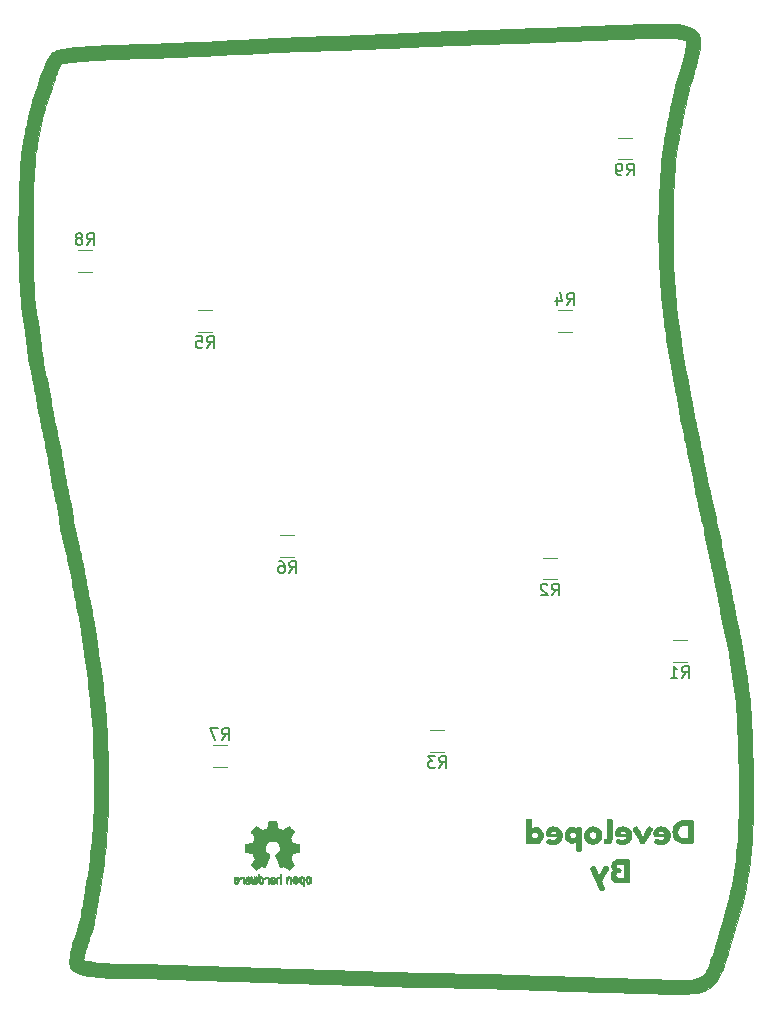
<source format=gbo>
G04 #@! TF.GenerationSoftware,KiCad,Pcbnew,5.1.5-52549c5~84~ubuntu18.04.1*
G04 #@! TF.CreationDate,2020-02-04T19:06:30-07:00*
G04 #@! TF.ProjectId,001,3030312e-6b69-4636-9164-5f7063625858,rev?*
G04 #@! TF.SameCoordinates,Original*
G04 #@! TF.FileFunction,Legend,Bot*
G04 #@! TF.FilePolarity,Positive*
%FSLAX46Y46*%
G04 Gerber Fmt 4.6, Leading zero omitted, Abs format (unit mm)*
G04 Created by KiCad (PCBNEW 5.1.5-52549c5~84~ubuntu18.04.1) date 2020-02-04 19:06:30*
%MOMM*%
%LPD*%
G04 APERTURE LIST*
%ADD10C,0.120000*%
%ADD11C,0.010000*%
%ADD12C,0.100000*%
%ADD13C,0.150000*%
G04 APERTURE END LIST*
D10*
X164080436Y-100690000D02*
X165284564Y-100690000D01*
X164080436Y-102510000D02*
X165284564Y-102510000D01*
X153067936Y-93705000D02*
X154272064Y-93705000D01*
X153067936Y-95525000D02*
X154272064Y-95525000D01*
X143542936Y-110130000D02*
X144747064Y-110130000D01*
X143542936Y-108310000D02*
X144747064Y-108310000D01*
X155542064Y-74570000D02*
X154337936Y-74570000D01*
X155542064Y-72750000D02*
X154337936Y-72750000D01*
X123857936Y-74570000D02*
X125062064Y-74570000D01*
X123857936Y-72750000D02*
X125062064Y-72750000D01*
X130842936Y-91800000D02*
X132047064Y-91800000D01*
X130842936Y-93620000D02*
X132047064Y-93620000D01*
X126332064Y-109580000D02*
X125127936Y-109580000D01*
X126332064Y-111400000D02*
X125127936Y-111400000D01*
X114902064Y-69490000D02*
X113697936Y-69490000D01*
X114902064Y-67670000D02*
X113697936Y-67670000D01*
X159417936Y-59965000D02*
X160622064Y-59965000D01*
X159417936Y-58145000D02*
X160622064Y-58145000D01*
D11*
G36*
X163347816Y-48509866D02*
G01*
X163652695Y-48513003D01*
X163922974Y-48518739D01*
X164162489Y-48527252D01*
X164375076Y-48538719D01*
X164564573Y-48553316D01*
X164734816Y-48571222D01*
X164889641Y-48592613D01*
X164921424Y-48597707D01*
X165223527Y-48661082D01*
X165489790Y-48746242D01*
X165720925Y-48853620D01*
X165917644Y-48983648D01*
X166080658Y-49136756D01*
X166210681Y-49313377D01*
X166263902Y-49411379D01*
X166328427Y-49568726D01*
X166374343Y-49739348D01*
X166401457Y-49926052D01*
X166409576Y-50131641D01*
X166398507Y-50358924D01*
X166368056Y-50610704D01*
X166318031Y-50889788D01*
X166248238Y-51198982D01*
X166158484Y-51541091D01*
X166104119Y-51732036D01*
X166059177Y-51886255D01*
X166006726Y-52066239D01*
X165951099Y-52257112D01*
X165896632Y-52443997D01*
X165848323Y-52609750D01*
X165758241Y-52924838D01*
X165662974Y-53268997D01*
X165565806Y-53629816D01*
X165470018Y-53994888D01*
X165378896Y-54351804D01*
X165295720Y-54688157D01*
X165268671Y-54800500D01*
X165235904Y-54941827D01*
X165197054Y-55116419D01*
X165152983Y-55319956D01*
X165104547Y-55548121D01*
X165052607Y-55796598D01*
X164998021Y-56061067D01*
X164941649Y-56337213D01*
X164884350Y-56620718D01*
X164826982Y-56907263D01*
X164770406Y-57192532D01*
X164715479Y-57472207D01*
X164663062Y-57741971D01*
X164614014Y-57997506D01*
X164569193Y-58234495D01*
X164529458Y-58448620D01*
X164495670Y-58635564D01*
X164468686Y-58791010D01*
X164449366Y-58910639D01*
X164445238Y-58938583D01*
X164371252Y-59501145D01*
X164304759Y-60101912D01*
X164245847Y-60737412D01*
X164194602Y-61404168D01*
X164151112Y-62098706D01*
X164115463Y-62817553D01*
X164087743Y-63557232D01*
X164068040Y-64314271D01*
X164056439Y-65085194D01*
X164053029Y-65866527D01*
X164057897Y-66654795D01*
X164071129Y-67446524D01*
X164092812Y-68238240D01*
X164123035Y-69026467D01*
X164161884Y-69807732D01*
X164169326Y-69939151D01*
X164195729Y-70378722D01*
X164222454Y-70784063D01*
X164250231Y-71163278D01*
X164279789Y-71524468D01*
X164311857Y-71875735D01*
X164347166Y-72225181D01*
X164386443Y-72580909D01*
X164430418Y-72951021D01*
X164466125Y-73236666D01*
X164666020Y-74703072D01*
X164893923Y-76180312D01*
X165150918Y-77675149D01*
X165341410Y-78697666D01*
X165386377Y-78933559D01*
X165433239Y-79182362D01*
X165480483Y-79435856D01*
X165526599Y-79685822D01*
X165570075Y-79924041D01*
X165609400Y-80142295D01*
X165643062Y-80332365D01*
X165660578Y-80433333D01*
X165711897Y-80730317D01*
X165760770Y-81008333D01*
X165808273Y-81272863D01*
X165855484Y-81529390D01*
X165903480Y-81783396D01*
X165953338Y-82040362D01*
X166006135Y-82305772D01*
X166062948Y-82585108D01*
X166124856Y-82883851D01*
X166192934Y-83207484D01*
X166268260Y-83561490D01*
X166350975Y-83947000D01*
X166410355Y-84224585D01*
X166471196Y-84512508D01*
X166534192Y-84814188D01*
X166600039Y-85133044D01*
X166669433Y-85472496D01*
X166743069Y-85835965D01*
X166821643Y-86226871D01*
X166905849Y-86648632D01*
X166996384Y-87104669D01*
X167093942Y-87598402D01*
X167108517Y-87672333D01*
X167383842Y-88992819D01*
X167618831Y-90021833D01*
X167696954Y-90354486D01*
X167770219Y-90672656D01*
X167840149Y-90983460D01*
X167908267Y-91294009D01*
X167976094Y-91611419D01*
X168045153Y-91942804D01*
X168116966Y-92295278D01*
X168193054Y-92675956D01*
X168266469Y-93048666D01*
X168311241Y-93275015D01*
X168362897Y-93532320D01*
X168419302Y-93810178D01*
X168478320Y-94098184D01*
X168537816Y-94385934D01*
X168595655Y-94663022D01*
X168649702Y-94919044D01*
X168666099Y-94996000D01*
X168727309Y-95283201D01*
X168782564Y-95544121D01*
X168833193Y-95785374D01*
X168880526Y-96013573D01*
X168925895Y-96235332D01*
X168970629Y-96457267D01*
X169016059Y-96685989D01*
X169063516Y-96928114D01*
X169114331Y-97190256D01*
X169169832Y-97479027D01*
X169231352Y-97801043D01*
X169248988Y-97893606D01*
X169341846Y-98375402D01*
X169429871Y-98820291D01*
X169512839Y-99227180D01*
X169590525Y-99594978D01*
X169662704Y-99922590D01*
X169702750Y-100097166D01*
X169769047Y-100387658D01*
X169827279Y-100657761D01*
X169879244Y-100917414D01*
X169926737Y-101176554D01*
X169971555Y-101445121D01*
X170015494Y-101733053D01*
X170060351Y-102050287D01*
X170074189Y-102152167D01*
X170092183Y-102282060D01*
X170115579Y-102445316D01*
X170143121Y-102633492D01*
X170173557Y-102838143D01*
X170205632Y-103050827D01*
X170238091Y-103263100D01*
X170264399Y-103432750D01*
X170320275Y-103792153D01*
X170369695Y-104114083D01*
X170413198Y-104402821D01*
X170451323Y-104662646D01*
X170484608Y-104897836D01*
X170513590Y-105112673D01*
X170538808Y-105311436D01*
X170560800Y-105498403D01*
X170580104Y-105677855D01*
X170597258Y-105854070D01*
X170612800Y-106031330D01*
X170627269Y-106213913D01*
X170641202Y-106406098D01*
X170644775Y-106457750D01*
X170672765Y-106895658D01*
X170699453Y-107373493D01*
X170724746Y-107888868D01*
X170748553Y-108439394D01*
X170770780Y-109022681D01*
X170791335Y-109636342D01*
X170810124Y-110277989D01*
X170827056Y-110945232D01*
X170838094Y-111442500D01*
X170842900Y-111708004D01*
X170846815Y-111998758D01*
X170849863Y-112310794D01*
X170852066Y-112640144D01*
X170853448Y-112982839D01*
X170854031Y-113334910D01*
X170853838Y-113692390D01*
X170852892Y-114051309D01*
X170851217Y-114407700D01*
X170848834Y-114757593D01*
X170845767Y-115097021D01*
X170842039Y-115422015D01*
X170837673Y-115728606D01*
X170832691Y-116012826D01*
X170827117Y-116270706D01*
X170820974Y-116498279D01*
X170814284Y-116691576D01*
X170807070Y-116846627D01*
X170806850Y-116850583D01*
X170750755Y-117711025D01*
X170680414Y-118537937D01*
X170594709Y-119338034D01*
X170492523Y-120118033D01*
X170372739Y-120884648D01*
X170234239Y-121644597D01*
X170075906Y-122404594D01*
X169896622Y-123171355D01*
X169695271Y-123951597D01*
X169521447Y-124576416D01*
X169454691Y-124807431D01*
X169378597Y-125067367D01*
X169295509Y-125348439D01*
X169207772Y-125642865D01*
X169117728Y-125942860D01*
X169027723Y-126240643D01*
X168940099Y-126528428D01*
X168857201Y-126798433D01*
X168781373Y-127042875D01*
X168718308Y-127243416D01*
X168601096Y-127607495D01*
X168492330Y-127933565D01*
X168390707Y-128224816D01*
X168294929Y-128484437D01*
X168203692Y-128715614D01*
X168115698Y-128921538D01*
X168029643Y-129105395D01*
X167944229Y-129270376D01*
X167858153Y-129419667D01*
X167781226Y-129540000D01*
X167670445Y-129686279D01*
X167535872Y-129834154D01*
X167388586Y-129972990D01*
X167239666Y-130092151D01*
X167132323Y-130162944D01*
X166923422Y-130272854D01*
X166689301Y-130374118D01*
X166443788Y-130461834D01*
X166200713Y-130531100D01*
X165973904Y-130577014D01*
X165957250Y-130579478D01*
X165909315Y-130583408D01*
X165823660Y-130587265D01*
X165704897Y-130591006D01*
X165557636Y-130594586D01*
X165386492Y-130597961D01*
X165196076Y-130601087D01*
X164991000Y-130603921D01*
X164775877Y-130606419D01*
X164555320Y-130608537D01*
X164333939Y-130610230D01*
X164116349Y-130611456D01*
X163907160Y-130612169D01*
X163710986Y-130612326D01*
X163532439Y-130611884D01*
X163376130Y-130610798D01*
X163246673Y-130609025D01*
X163148679Y-130606520D01*
X163142083Y-130606277D01*
X163083236Y-130604297D01*
X162987770Y-130601397D01*
X162861387Y-130597739D01*
X162709788Y-130593480D01*
X162538674Y-130588780D01*
X162353746Y-130583800D01*
X162160705Y-130578700D01*
X162115500Y-130577519D01*
X161892743Y-130571624D01*
X161652081Y-130565091D01*
X161404030Y-130558216D01*
X161159110Y-130551296D01*
X160927837Y-130544627D01*
X160720731Y-130538505D01*
X160591500Y-130534573D01*
X160427347Y-130529512D01*
X160229065Y-130523424D01*
X160004839Y-130516559D01*
X159762856Y-130509166D01*
X159511298Y-130501497D01*
X159258353Y-130493799D01*
X159012205Y-130486325D01*
X158866416Y-130481906D01*
X157504289Y-130440323D01*
X156179592Y-130399201D01*
X154893482Y-130358578D01*
X153647117Y-130318489D01*
X152441653Y-130278973D01*
X152167166Y-130269864D01*
X151647292Y-130252560D01*
X151168213Y-130236590D01*
X150728410Y-130221899D01*
X150326368Y-130208438D01*
X149960569Y-130196153D01*
X149629498Y-130184993D01*
X149331636Y-130174905D01*
X149065468Y-130165837D01*
X148829477Y-130157738D01*
X148622145Y-130150556D01*
X148441957Y-130144238D01*
X148287395Y-130138732D01*
X148156942Y-130133987D01*
X148049083Y-130129949D01*
X147962299Y-130126569D01*
X147895075Y-130123792D01*
X147849166Y-130121724D01*
X147789239Y-130119675D01*
X147690443Y-130117319D01*
X147556243Y-130114704D01*
X147390103Y-130111879D01*
X147195485Y-130108893D01*
X146975855Y-130105794D01*
X146734675Y-130102632D01*
X146475410Y-130099455D01*
X146201523Y-130096311D01*
X145916478Y-130093249D01*
X145623738Y-130090318D01*
X145594916Y-130090042D01*
X145390513Y-130088056D01*
X145193577Y-130086067D01*
X145002691Y-130084035D01*
X144816436Y-130081920D01*
X144633394Y-130079682D01*
X144452146Y-130077281D01*
X144271274Y-130074678D01*
X144089360Y-130071834D01*
X143904986Y-130068708D01*
X143716733Y-130065261D01*
X143523183Y-130061454D01*
X143322917Y-130057246D01*
X143114517Y-130052598D01*
X142896566Y-130047471D01*
X142667643Y-130041824D01*
X142426332Y-130035618D01*
X142171214Y-130028814D01*
X141900871Y-130021371D01*
X141613884Y-130013250D01*
X141308835Y-130004412D01*
X140984305Y-129994816D01*
X140638877Y-129984423D01*
X140271131Y-129973194D01*
X139879651Y-129961089D01*
X139463016Y-129948067D01*
X139019810Y-129934090D01*
X138548613Y-129919118D01*
X138048008Y-129903111D01*
X137516576Y-129886029D01*
X136952898Y-129867834D01*
X136355557Y-129848484D01*
X135723134Y-129827940D01*
X135054210Y-129806164D01*
X134347368Y-129783115D01*
X133601189Y-129758753D01*
X132814255Y-129733039D01*
X132736166Y-129730486D01*
X132310190Y-129716586D01*
X131858226Y-129701883D01*
X131385987Y-129686561D01*
X130899185Y-129670804D01*
X130403533Y-129654795D01*
X129904742Y-129638718D01*
X129408526Y-129622756D01*
X128920595Y-129607095D01*
X128446664Y-129591916D01*
X127992443Y-129577405D01*
X127563645Y-129563744D01*
X127165982Y-129551118D01*
X126820083Y-129540181D01*
X126452253Y-129528517D01*
X126073860Y-129516401D01*
X125689590Y-129503990D01*
X125304126Y-129491438D01*
X124922154Y-129478902D01*
X124548358Y-129466538D01*
X124187423Y-129454500D01*
X123844032Y-129442946D01*
X123522872Y-129432031D01*
X123228627Y-129421910D01*
X122965980Y-129412740D01*
X122739617Y-129404675D01*
X122682000Y-129402587D01*
X122190158Y-129385008D01*
X121736184Y-129369515D01*
X121315668Y-129356008D01*
X120924199Y-129344387D01*
X120557368Y-129334552D01*
X120210765Y-129326404D01*
X119879981Y-129319843D01*
X119560605Y-129314769D01*
X119248228Y-129311082D01*
X118938441Y-129308682D01*
X118626832Y-129307470D01*
X118469833Y-129307279D01*
X117853961Y-129303583D01*
X117278325Y-129292910D01*
X116741388Y-129275150D01*
X116241611Y-129250189D01*
X115777457Y-129217915D01*
X115347389Y-129178217D01*
X114949869Y-129130981D01*
X114583360Y-129076096D01*
X114246324Y-129013450D01*
X114143399Y-128991515D01*
X113894394Y-128930471D01*
X113683970Y-128864546D01*
X113508456Y-128791497D01*
X113364182Y-128709079D01*
X113247477Y-128615050D01*
X113154670Y-128507164D01*
X113082093Y-128383179D01*
X113057546Y-128327698D01*
X113018538Y-128194079D01*
X112995533Y-128027914D01*
X112988741Y-127835937D01*
X112998375Y-127624879D01*
X113024645Y-127401472D01*
X113027830Y-127381000D01*
X113067285Y-127155949D01*
X113115667Y-126923895D01*
X113174317Y-126679986D01*
X113244575Y-126419373D01*
X113327781Y-126137204D01*
X113425273Y-125828629D01*
X113538392Y-125488795D01*
X113600049Y-125309055D01*
X113728318Y-124916020D01*
X113838078Y-124529491D01*
X113932171Y-124137571D01*
X114013437Y-123728364D01*
X114084719Y-123289972D01*
X114088507Y-123264083D01*
X114100660Y-123183729D01*
X114118954Y-123067072D01*
X114142507Y-122919554D01*
X114170434Y-122746619D01*
X114201852Y-122553709D01*
X114235878Y-122346268D01*
X114271629Y-122129738D01*
X114308222Y-121909563D01*
X114311778Y-121888250D01*
X114424811Y-121197200D01*
X114526969Y-120543301D01*
X114618708Y-119922916D01*
X114700489Y-119332409D01*
X114772769Y-118768143D01*
X114836008Y-118226481D01*
X114890663Y-117703786D01*
X114937194Y-117196423D01*
X114976058Y-116700753D01*
X114988393Y-116522500D01*
X115003717Y-116255486D01*
X115016861Y-115946613D01*
X115027820Y-115596298D01*
X115036589Y-115204956D01*
X115043164Y-114773007D01*
X115047540Y-114300867D01*
X115049713Y-113788953D01*
X115049678Y-113237682D01*
X115047431Y-112647473D01*
X115042967Y-112018742D01*
X115040177Y-111717666D01*
X115036950Y-111407713D01*
X115033462Y-111101484D01*
X115029773Y-110802687D01*
X115025940Y-110515028D01*
X115022023Y-110242216D01*
X115018079Y-109987958D01*
X115014167Y-109755961D01*
X115010346Y-109549932D01*
X115006674Y-109373580D01*
X115003209Y-109230610D01*
X115000010Y-109124731D01*
X114998778Y-109092641D01*
X114985001Y-108802222D01*
X114967366Y-108494409D01*
X114945663Y-108166809D01*
X114919680Y-107817028D01*
X114889206Y-107442671D01*
X114854028Y-107041345D01*
X114813937Y-106610655D01*
X114768720Y-106148207D01*
X114718165Y-105651608D01*
X114662061Y-105118462D01*
X114600197Y-104546376D01*
X114584642Y-104404583D01*
X114552314Y-104111794D01*
X114523973Y-103857860D01*
X114499202Y-103639534D01*
X114477586Y-103453566D01*
X114458709Y-103296709D01*
X114442155Y-103165713D01*
X114427508Y-103057331D01*
X114414352Y-102968315D01*
X114402273Y-102895415D01*
X114390854Y-102835383D01*
X114379678Y-102784972D01*
X114374850Y-102765463D01*
X114359153Y-102700326D01*
X114343577Y-102627219D01*
X114327534Y-102542260D01*
X114310434Y-102441563D01*
X114291689Y-102321246D01*
X114270710Y-102177424D01*
X114246910Y-102006213D01*
X114219699Y-101803730D01*
X114188488Y-101566092D01*
X114161344Y-101356583D01*
X114118390Y-101025987D01*
X114078721Y-100726795D01*
X114041355Y-100453062D01*
X114005310Y-100198843D01*
X113969605Y-99958192D01*
X113933257Y-99725162D01*
X113895285Y-99493810D01*
X113854706Y-99258188D01*
X113810539Y-99012352D01*
X113761802Y-98750356D01*
X113707512Y-98466254D01*
X113646689Y-98154101D01*
X113578349Y-97807951D01*
X113560076Y-97715916D01*
X113510113Y-97463729D01*
X113457122Y-97194884D01*
X113402732Y-96917729D01*
X113348571Y-96640613D01*
X113296267Y-96371882D01*
X113247449Y-96119884D01*
X113203744Y-95892967D01*
X113167846Y-95705083D01*
X113083176Y-95260837D01*
X113005355Y-94855505D01*
X112933802Y-94486325D01*
X112867938Y-94150535D01*
X112807180Y-93845373D01*
X112750947Y-93568076D01*
X112698659Y-93315883D01*
X112649734Y-93086032D01*
X112603591Y-92875760D01*
X112559648Y-92682306D01*
X112517325Y-92502907D01*
X112476041Y-92334802D01*
X112435214Y-92175227D01*
X112394263Y-92021422D01*
X112387787Y-91997626D01*
X112325579Y-91766075D01*
X112274640Y-91566927D01*
X112233460Y-91392228D01*
X112200529Y-91234024D01*
X112174336Y-91084358D01*
X112153372Y-90935277D01*
X112136126Y-90778825D01*
X112121088Y-90607048D01*
X112119184Y-90582750D01*
X112106845Y-90438469D01*
X112092229Y-90299475D01*
X112074358Y-90160379D01*
X112052251Y-90015789D01*
X112024928Y-89860319D01*
X111991409Y-89688578D01*
X111950715Y-89495176D01*
X111901867Y-89274726D01*
X111843883Y-89021837D01*
X111805562Y-88857666D01*
X111746631Y-88603208D01*
X111693092Y-88364387D01*
X111643733Y-88134787D01*
X111597346Y-87907992D01*
X111552722Y-87677586D01*
X111508650Y-87437152D01*
X111463923Y-87180275D01*
X111417330Y-86900539D01*
X111367663Y-86591526D01*
X111314849Y-86254166D01*
X111258741Y-85898983D01*
X111203847Y-85566689D01*
X111148491Y-85248444D01*
X111090994Y-84935410D01*
X111029681Y-84618749D01*
X110962873Y-84289623D01*
X110888894Y-83939193D01*
X110806066Y-83558621D01*
X110786662Y-83470750D01*
X110717221Y-83155357D01*
X110655898Y-82872769D01*
X110601035Y-82614600D01*
X110550971Y-82372466D01*
X110504047Y-82137982D01*
X110458605Y-81902764D01*
X110412983Y-81658427D01*
X110365523Y-81396587D01*
X110314566Y-81108859D01*
X110279756Y-80909583D01*
X110226887Y-80608366D01*
X110175712Y-80322820D01*
X110124749Y-80045197D01*
X110072515Y-79767752D01*
X110017526Y-79482738D01*
X109958299Y-79182408D01*
X109893351Y-78859016D01*
X109821198Y-78504814D01*
X109793445Y-78369583D01*
X109712809Y-77968908D01*
X109641421Y-77594800D01*
X109577705Y-77237266D01*
X109520084Y-76886313D01*
X109466981Y-76531948D01*
X109416820Y-76164177D01*
X109368024Y-75773007D01*
X109324388Y-75396393D01*
X109292740Y-75118206D01*
X109264284Y-74876147D01*
X109238169Y-74664202D01*
X109213543Y-74476359D01*
X109189555Y-74306606D01*
X109165354Y-74148929D01*
X109140089Y-73997317D01*
X109112909Y-73845757D01*
X109082963Y-73688236D01*
X109081586Y-73681166D01*
X109048266Y-73507138D01*
X109020223Y-73352421D01*
X108996250Y-73208307D01*
X108975137Y-73066085D01*
X108955676Y-72917048D01*
X108936660Y-72752485D01*
X108916880Y-72563687D01*
X108895127Y-72341945D01*
X108893646Y-72326500D01*
X108849895Y-71824468D01*
X108810892Y-71283575D01*
X108776673Y-70707027D01*
X108747272Y-70098034D01*
X108722726Y-69459802D01*
X108703069Y-68795540D01*
X108688336Y-68108456D01*
X108678563Y-67401759D01*
X108673784Y-66678655D01*
X108673895Y-66350473D01*
X109866316Y-66350473D01*
X109868844Y-67060129D01*
X109875827Y-67758068D01*
X109887312Y-68438904D01*
X109903344Y-69097250D01*
X109923968Y-69727721D01*
X109949231Y-70324929D01*
X109951331Y-70368583D01*
X109977024Y-70859537D01*
X110004555Y-71310290D01*
X110034129Y-71722946D01*
X110065948Y-72099605D01*
X110100215Y-72442369D01*
X110137133Y-72753340D01*
X110176906Y-73034620D01*
X110219736Y-73288311D01*
X110246782Y-73427166D01*
X110290953Y-73659870D01*
X110336086Y-73932303D01*
X110381812Y-74241881D01*
X110427761Y-74586021D01*
X110473561Y-74962139D01*
X110499985Y-75194583D01*
X110552546Y-75648946D01*
X110606218Y-76071365D01*
X110662629Y-76472225D01*
X110723408Y-76861913D01*
X110790183Y-77250816D01*
X110864584Y-77649318D01*
X110948237Y-78067805D01*
X110957546Y-78112955D01*
X111058121Y-78604715D01*
X111150346Y-79067240D01*
X111236468Y-79512283D01*
X111318730Y-79951595D01*
X111399379Y-80396927D01*
X111463548Y-80761416D01*
X111518317Y-81073248D01*
X111569525Y-81358040D01*
X111618873Y-81624342D01*
X111668061Y-81880709D01*
X111718790Y-82135694D01*
X111772760Y-82397848D01*
X111831673Y-82675724D01*
X111897230Y-82977876D01*
X111968888Y-83302754D01*
X112049990Y-83672805D01*
X112122839Y-84015811D01*
X112189239Y-84341360D01*
X112250998Y-84659040D01*
X112309921Y-84978436D01*
X112367815Y-85309136D01*
X112426486Y-85660728D01*
X112487739Y-86042799D01*
X112501000Y-86127166D01*
X112560450Y-86500918D01*
X112616276Y-86839354D01*
X112669751Y-87149204D01*
X112722149Y-87437203D01*
X112774743Y-87710082D01*
X112828806Y-87974573D01*
X112885612Y-88237409D01*
X112946434Y-88505322D01*
X112969407Y-88603666D01*
X113038721Y-88902081D01*
X113097770Y-89165085D01*
X113147532Y-89398082D01*
X113188980Y-89606474D01*
X113223089Y-89795667D01*
X113250835Y-89971062D01*
X113273191Y-90138064D01*
X113291134Y-90302076D01*
X113305470Y-90466333D01*
X113318051Y-90615070D01*
X113332058Y-90747624D01*
X113349043Y-90872220D01*
X113370554Y-90997081D01*
X113398141Y-91130430D01*
X113433354Y-91280493D01*
X113477741Y-91455494D01*
X113526807Y-91641083D01*
X113574035Y-91819674D01*
X113619148Y-91995003D01*
X113662902Y-92170595D01*
X113706052Y-92349978D01*
X113749351Y-92536680D01*
X113793555Y-92734226D01*
X113839418Y-92946145D01*
X113887695Y-93175963D01*
X113939140Y-93427208D01*
X113994508Y-93703407D01*
X114054554Y-94008086D01*
X114120032Y-94344773D01*
X114191697Y-94716996D01*
X114248969Y-95016411D01*
X114302436Y-95295734D01*
X114360219Y-95596111D01*
X114420716Y-95909301D01*
X114482324Y-96227064D01*
X114543441Y-96541161D01*
X114602465Y-96843351D01*
X114657793Y-97125393D01*
X114707824Y-97379049D01*
X114734762Y-97514833D01*
X114809913Y-97894959D01*
X114877028Y-98240071D01*
X114937150Y-98556503D01*
X114991325Y-98850591D01*
X115040596Y-99128666D01*
X115086008Y-99397065D01*
X115128606Y-99662121D01*
X115169435Y-99930168D01*
X115209537Y-100207540D01*
X115249959Y-100500571D01*
X115291745Y-100815596D01*
X115335938Y-101158948D01*
X115336846Y-101166083D01*
X115370367Y-101427907D01*
X115399567Y-101651629D01*
X115425042Y-101841195D01*
X115447386Y-102000549D01*
X115467195Y-102133637D01*
X115485065Y-102244404D01*
X115501592Y-102336794D01*
X115517370Y-102414754D01*
X115532994Y-102482227D01*
X115539179Y-102506565D01*
X115553116Y-102564857D01*
X115567143Y-102634212D01*
X115581750Y-102718248D01*
X115597424Y-102820582D01*
X115614657Y-102944831D01*
X115633939Y-103094613D01*
X115655758Y-103273544D01*
X115680605Y-103485242D01*
X115708969Y-103733324D01*
X115727368Y-103896583D01*
X115795910Y-104514544D01*
X115858369Y-105093175D01*
X115914957Y-105635006D01*
X115965884Y-106142571D01*
X116011363Y-106618401D01*
X116051604Y-107065028D01*
X116086819Y-107484983D01*
X116117219Y-107880800D01*
X116143015Y-108255010D01*
X116164419Y-108610145D01*
X116181642Y-108948736D01*
X116194896Y-109273317D01*
X116204391Y-109586418D01*
X116205260Y-109622166D01*
X116210449Y-109863185D01*
X116215300Y-110131748D01*
X116219797Y-110424180D01*
X116223926Y-110736804D01*
X116227673Y-111065943D01*
X116231024Y-111407921D01*
X116233964Y-111759060D01*
X116236479Y-112115685D01*
X116238554Y-112474119D01*
X116240175Y-112830685D01*
X116241327Y-113181707D01*
X116241997Y-113523507D01*
X116242170Y-113852410D01*
X116241831Y-114164738D01*
X116240965Y-114456816D01*
X116239560Y-114724966D01*
X116237599Y-114965512D01*
X116235070Y-115174777D01*
X116231956Y-115349085D01*
X116228245Y-115484759D01*
X116228225Y-115485333D01*
X116210729Y-115922364D01*
X116188788Y-116354523D01*
X116161996Y-116785278D01*
X116129953Y-117218099D01*
X116092254Y-117656455D01*
X116048497Y-118103815D01*
X115998279Y-118563649D01*
X115941196Y-119039425D01*
X115876846Y-119534612D01*
X115804826Y-120052680D01*
X115724732Y-120597098D01*
X115636163Y-121171336D01*
X115538714Y-121778861D01*
X115431983Y-122423144D01*
X115400834Y-122607916D01*
X115372181Y-122778809D01*
X115344042Y-122949420D01*
X115317744Y-123111493D01*
X115294614Y-123256771D01*
X115275982Y-123376997D01*
X115263173Y-123463913D01*
X115262998Y-123465166D01*
X115216565Y-123773251D01*
X115164706Y-124067464D01*
X115105489Y-124355667D01*
X115036982Y-124645724D01*
X114957255Y-124945499D01*
X114864373Y-125262853D01*
X114756407Y-125605651D01*
X114680571Y-125835833D01*
X114616569Y-126029907D01*
X114553428Y-126226140D01*
X114493283Y-126417560D01*
X114438266Y-126597197D01*
X114390510Y-126758079D01*
X114352150Y-126893236D01*
X114325319Y-126995696D01*
X114324279Y-127000000D01*
X114292663Y-127135951D01*
X114262549Y-127273578D01*
X114235145Y-127406449D01*
X114211659Y-127528133D01*
X114193301Y-127632198D01*
X114181280Y-127712215D01*
X114176805Y-127761751D01*
X114178646Y-127774702D01*
X114201059Y-127781822D01*
X114256454Y-127795625D01*
X114336384Y-127814094D01*
X114428257Y-127834319D01*
X114694379Y-127885334D01*
X115001574Y-127932648D01*
X115348734Y-127976136D01*
X115734750Y-128015671D01*
X116158514Y-128051126D01*
X116586000Y-128080357D01*
X116659318Y-128083775D01*
X116771265Y-128087466D01*
X116918137Y-128091361D01*
X117096232Y-128095396D01*
X117301845Y-128099502D01*
X117531273Y-128103614D01*
X117780813Y-128107665D01*
X118046762Y-128111588D01*
X118325416Y-128115316D01*
X118613072Y-128118783D01*
X118882583Y-128121686D01*
X119181061Y-128124894D01*
X119478091Y-128128430D01*
X119769495Y-128132225D01*
X120051098Y-128136210D01*
X120318723Y-128140316D01*
X120568193Y-128144474D01*
X120795333Y-128148615D01*
X120995965Y-128152671D01*
X121165914Y-128156571D01*
X121301002Y-128160248D01*
X121380250Y-128162946D01*
X121602477Y-128171484D01*
X121861131Y-128181168D01*
X122150330Y-128191793D01*
X122464187Y-128203151D01*
X122796819Y-128215037D01*
X123142342Y-128227245D01*
X123494872Y-128239569D01*
X123848524Y-128251803D01*
X124197415Y-128263740D01*
X124535660Y-128275175D01*
X124857374Y-128285901D01*
X125156674Y-128295712D01*
X125338416Y-128301566D01*
X125516237Y-128307240D01*
X125731113Y-128314087D01*
X125977787Y-128321940D01*
X126251003Y-128330632D01*
X126545503Y-128339996D01*
X126856030Y-128349864D01*
X127177327Y-128360070D01*
X127504138Y-128370447D01*
X127831206Y-128380827D01*
X128153273Y-128391043D01*
X128354666Y-128397429D01*
X128588686Y-128404871D01*
X128861500Y-128413586D01*
X129169590Y-128423460D01*
X129509439Y-128434381D01*
X129877530Y-128446233D01*
X130270346Y-128458904D01*
X130684370Y-128472280D01*
X131116085Y-128486245D01*
X131561974Y-128500688D01*
X132018519Y-128515494D01*
X132482203Y-128530549D01*
X132949510Y-128545739D01*
X133416922Y-128560951D01*
X133880922Y-128576070D01*
X134337992Y-128590984D01*
X134545916Y-128597775D01*
X135283946Y-128621868D01*
X135981318Y-128644583D01*
X136639681Y-128665966D01*
X137260687Y-128686061D01*
X137845986Y-128704914D01*
X138397229Y-128722569D01*
X138916066Y-128739071D01*
X139404148Y-128754465D01*
X139863125Y-128768796D01*
X140294649Y-128782109D01*
X140700370Y-128794448D01*
X141081939Y-128805859D01*
X141441005Y-128816387D01*
X141779220Y-128826075D01*
X142098235Y-128834970D01*
X142399700Y-128843116D01*
X142685266Y-128850557D01*
X142956583Y-128857340D01*
X143215302Y-128863508D01*
X143463073Y-128869107D01*
X143701548Y-128874181D01*
X143932377Y-128878775D01*
X144157210Y-128882935D01*
X144377698Y-128886704D01*
X144595492Y-128890129D01*
X144812243Y-128893253D01*
X145029600Y-128896123D01*
X145249216Y-128898781D01*
X145472739Y-128901274D01*
X145701822Y-128903647D01*
X145848916Y-128905092D01*
X146141353Y-128908021D01*
X146425821Y-128911078D01*
X146698924Y-128914216D01*
X146957267Y-128917385D01*
X147197451Y-128920539D01*
X147416082Y-128923629D01*
X147609762Y-128926606D01*
X147775096Y-128929422D01*
X147908687Y-128932030D01*
X148007138Y-128934380D01*
X148067055Y-128936425D01*
X148071416Y-128936644D01*
X148152664Y-128940482D01*
X148274244Y-128945538D01*
X148434175Y-128951749D01*
X148630472Y-128959052D01*
X148861156Y-128967383D01*
X149124244Y-128976681D01*
X149417754Y-128986881D01*
X149739703Y-128997920D01*
X150088111Y-129009736D01*
X150460994Y-129022265D01*
X150856372Y-129035444D01*
X151272261Y-129049210D01*
X151706680Y-129063500D01*
X152157647Y-129078251D01*
X152623179Y-129093399D01*
X153101296Y-129108882D01*
X153590015Y-129124636D01*
X154087353Y-129140598D01*
X154591329Y-129156706D01*
X155099961Y-129172895D01*
X155611267Y-129189103D01*
X156123265Y-129205267D01*
X156633972Y-129221324D01*
X157141407Y-129237210D01*
X157643588Y-129252862D01*
X158138533Y-129268218D01*
X158624260Y-129283213D01*
X159098787Y-129297786D01*
X159560131Y-129311873D01*
X160006311Y-129325410D01*
X160435345Y-129338335D01*
X160845251Y-129350584D01*
X161234046Y-129362095D01*
X161599749Y-129372804D01*
X161940378Y-129382648D01*
X162253951Y-129391565D01*
X162538485Y-129399490D01*
X162791999Y-129406360D01*
X162951583Y-129410551D01*
X163206839Y-129416460D01*
X163471477Y-129421318D01*
X163740817Y-129425123D01*
X164010175Y-129427874D01*
X164274872Y-129429569D01*
X164530226Y-129430207D01*
X164771556Y-129429785D01*
X164994181Y-129428304D01*
X165193419Y-129425760D01*
X165364590Y-129422152D01*
X165503011Y-129417479D01*
X165604002Y-129411739D01*
X165607554Y-129411458D01*
X165878698Y-129375895D01*
X166125141Y-129315307D01*
X166343730Y-129230899D01*
X166531306Y-129123880D01*
X166678149Y-129002120D01*
X166735658Y-128938588D01*
X166793579Y-128862428D01*
X166852561Y-128771878D01*
X166913257Y-128665171D01*
X166976316Y-128540546D01*
X167042391Y-128396237D01*
X167112131Y-128230479D01*
X167186188Y-128041510D01*
X167265213Y-127827565D01*
X167349858Y-127586879D01*
X167440772Y-127317688D01*
X167538607Y-127018229D01*
X167644014Y-126686737D01*
X167757643Y-126321448D01*
X167880147Y-125920597D01*
X168012175Y-125482421D01*
X168154380Y-125005156D01*
X168159845Y-124986723D01*
X168350073Y-124332707D01*
X168522906Y-123711359D01*
X168679387Y-123117238D01*
X168820560Y-122544906D01*
X168947470Y-121988924D01*
X169061159Y-121443852D01*
X169162672Y-120904251D01*
X169253053Y-120364682D01*
X169333345Y-119819705D01*
X169404592Y-119263882D01*
X169467838Y-118691773D01*
X169524127Y-118097938D01*
X169556676Y-117707833D01*
X169582107Y-117346277D01*
X169604254Y-116945578D01*
X169623129Y-116508798D01*
X169638747Y-116038998D01*
X169651120Y-115539239D01*
X169660263Y-115012584D01*
X169666188Y-114462093D01*
X169668909Y-113890829D01*
X169668440Y-113301853D01*
X169664794Y-112698227D01*
X169657984Y-112083012D01*
X169648023Y-111459270D01*
X169634926Y-110830062D01*
X169618705Y-110198451D01*
X169599373Y-109567497D01*
X169576946Y-108940262D01*
X169551434Y-108319808D01*
X169522853Y-107709196D01*
X169511948Y-107494916D01*
X169495677Y-107186945D01*
X169480315Y-106909885D01*
X169465298Y-106658523D01*
X169450069Y-106427650D01*
X169434064Y-106212053D01*
X169416724Y-106006523D01*
X169397489Y-105805848D01*
X169375798Y-105604817D01*
X169351089Y-105398219D01*
X169322803Y-105180844D01*
X169290379Y-104947480D01*
X169253257Y-104692916D01*
X169210875Y-104411942D01*
X169162673Y-104099346D01*
X169111174Y-103769583D01*
X169077605Y-103553588D01*
X169043003Y-103327562D01*
X169008645Y-103100078D01*
X168975809Y-102879703D01*
X168945770Y-102675009D01*
X168919805Y-102494565D01*
X168899190Y-102346942D01*
X168898358Y-102340833D01*
X168847731Y-101982028D01*
X168797916Y-101657241D01*
X168747475Y-101358213D01*
X168694972Y-101076689D01*
X168638967Y-100804413D01*
X168600777Y-100631872D01*
X168517551Y-100260779D01*
X168436702Y-99890138D01*
X168356695Y-99512516D01*
X168275991Y-99120482D01*
X168193056Y-98706603D01*
X168106352Y-98263447D01*
X168043339Y-97935739D01*
X167982737Y-97619042D01*
X167928710Y-97337914D01*
X167880040Y-97086313D01*
X167835506Y-96858198D01*
X167793891Y-96647528D01*
X167753975Y-96448262D01*
X167714540Y-96254359D01*
X167674366Y-96059777D01*
X167632235Y-95858476D01*
X167586929Y-95644414D01*
X167537227Y-95411550D01*
X167484383Y-95165333D01*
X167441971Y-94966051D01*
X167393372Y-94734188D01*
X167340425Y-94478729D01*
X167284970Y-94208660D01*
X167228848Y-93932963D01*
X167173896Y-93660626D01*
X167121955Y-93400631D01*
X167090021Y-93239166D01*
X167002096Y-92796248D01*
X166918961Y-92385743D01*
X166838609Y-91998278D01*
X166759030Y-91624482D01*
X166678215Y-91254983D01*
X166594156Y-90880411D01*
X166504843Y-90491393D01*
X166457093Y-90286416D01*
X166374330Y-89930649D01*
X166300257Y-89607553D01*
X166233059Y-89308785D01*
X166170926Y-89026007D01*
X166112046Y-88750878D01*
X166054606Y-88475057D01*
X165996795Y-88190204D01*
X165944378Y-87926473D01*
X165847217Y-87434447D01*
X165757040Y-86979865D01*
X165673000Y-86558568D01*
X165594249Y-86166397D01*
X165519940Y-85799194D01*
X165449228Y-85452799D01*
X165381265Y-85123054D01*
X165315203Y-84805799D01*
X165250197Y-84496875D01*
X165185399Y-84192125D01*
X165155566Y-84052833D01*
X165065962Y-83633343D01*
X164984939Y-83249410D01*
X164911386Y-82895382D01*
X164844189Y-82565608D01*
X164782235Y-82254435D01*
X164724413Y-81956214D01*
X164669611Y-81665291D01*
X164616714Y-81376016D01*
X164564612Y-81082736D01*
X164518104Y-80814333D01*
X164482423Y-80609135D01*
X164440407Y-80372416D01*
X164393886Y-80114191D01*
X164344689Y-79844478D01*
X164294646Y-79573292D01*
X164245586Y-79310651D01*
X164199339Y-79066571D01*
X164189494Y-79015166D01*
X164088190Y-78482245D01*
X163995267Y-77982050D01*
X163909315Y-77506121D01*
X163828927Y-77045999D01*
X163752692Y-76593225D01*
X163679204Y-76139338D01*
X163607052Y-75675879D01*
X163534829Y-75194388D01*
X163461126Y-74686406D01*
X163417655Y-74379929D01*
X163354878Y-73926629D01*
X163299187Y-73507838D01*
X163249786Y-73116472D01*
X163205877Y-72745448D01*
X163166666Y-72387682D01*
X163131355Y-72036090D01*
X163099150Y-71683587D01*
X163069252Y-71323091D01*
X163058405Y-71183500D01*
X163005968Y-70436564D01*
X162961698Y-69678295D01*
X162925527Y-68911742D01*
X162897387Y-68139950D01*
X162877211Y-67365967D01*
X162864932Y-66592841D01*
X162860483Y-65823619D01*
X162863795Y-65061347D01*
X162874803Y-64309073D01*
X162893437Y-63569845D01*
X162919632Y-62846709D01*
X162953319Y-62142714D01*
X162994432Y-61460905D01*
X163042902Y-60804330D01*
X163098663Y-60176038D01*
X163161648Y-59579074D01*
X163231788Y-59016486D01*
X163309016Y-58491321D01*
X163343589Y-58282416D01*
X163363652Y-58169926D01*
X163391436Y-58020883D01*
X163425956Y-57840165D01*
X163466225Y-57632649D01*
X163511259Y-57403211D01*
X163560073Y-57156727D01*
X163611681Y-56898074D01*
X163665097Y-56632129D01*
X163719337Y-56363769D01*
X163773415Y-56097869D01*
X163826347Y-55839307D01*
X163877146Y-55592959D01*
X163924828Y-55363702D01*
X163968406Y-55156413D01*
X164006897Y-54975967D01*
X164039314Y-54827242D01*
X164062049Y-54726416D01*
X164175142Y-54252469D01*
X164301487Y-53750494D01*
X164438130Y-53231574D01*
X164582118Y-52706790D01*
X164730497Y-52187225D01*
X164815862Y-51897806D01*
X164919927Y-51542109D01*
X165008265Y-51224474D01*
X165081074Y-50943738D01*
X165138553Y-50698737D01*
X165180900Y-50488310D01*
X165208312Y-50311294D01*
X165220989Y-50166526D01*
X165219129Y-50052845D01*
X165202930Y-49969086D01*
X165172591Y-49914089D01*
X165156703Y-49899998D01*
X165088271Y-49865416D01*
X164983384Y-49830608D01*
X164847884Y-49797087D01*
X164687614Y-49766365D01*
X164570833Y-49748319D01*
X164511981Y-49740635D01*
X164450356Y-49734063D01*
X164382291Y-49728521D01*
X164304115Y-49723923D01*
X164212162Y-49720187D01*
X164102763Y-49717229D01*
X163972248Y-49714965D01*
X163816950Y-49713312D01*
X163633201Y-49712184D01*
X163417331Y-49711500D01*
X163165672Y-49711174D01*
X162941000Y-49711116D01*
X162680042Y-49711575D01*
X162412686Y-49712871D01*
X162145170Y-49714922D01*
X161883733Y-49717646D01*
X161634614Y-49720964D01*
X161404054Y-49724793D01*
X161198290Y-49729051D01*
X161023563Y-49733659D01*
X160909000Y-49737593D01*
X160700158Y-49745815D01*
X160452360Y-49755486D01*
X160168953Y-49766480D01*
X159853285Y-49778670D01*
X159508703Y-49791929D01*
X159138556Y-49806130D01*
X158746190Y-49821147D01*
X158334953Y-49836852D01*
X157908193Y-49853118D01*
X157469257Y-49869820D01*
X157021493Y-49886829D01*
X156568249Y-49904020D01*
X156112872Y-49921265D01*
X155658710Y-49938437D01*
X155209110Y-49955410D01*
X154767420Y-49972056D01*
X154336988Y-49988250D01*
X153921160Y-50003864D01*
X153523286Y-50018770D01*
X153146711Y-50032844D01*
X152794785Y-50045956D01*
X152470854Y-50057982D01*
X152178266Y-50068793D01*
X151920369Y-50078263D01*
X151860250Y-50080460D01*
X151761629Y-50083970D01*
X151624097Y-50088731D01*
X151451050Y-50094631D01*
X151245889Y-50101555D01*
X151012011Y-50109392D01*
X150752816Y-50118029D01*
X150471703Y-50127352D01*
X150172069Y-50137249D01*
X149857314Y-50147607D01*
X149530838Y-50158314D01*
X149196037Y-50169256D01*
X148856313Y-50180320D01*
X148674666Y-50186220D01*
X148127659Y-50204063D01*
X147618248Y-50220900D01*
X147141711Y-50236916D01*
X146693328Y-50252301D01*
X146268377Y-50267242D01*
X145862138Y-50281927D01*
X145469890Y-50296544D01*
X145086912Y-50311282D01*
X144708483Y-50326327D01*
X144329881Y-50341869D01*
X143946387Y-50358094D01*
X143553279Y-50375191D01*
X143145836Y-50393348D01*
X142719337Y-50412753D01*
X142269062Y-50433594D01*
X141790289Y-50456058D01*
X141278297Y-50480333D01*
X141234583Y-50482415D01*
X140648805Y-50510148D01*
X140101407Y-50535679D01*
X139588498Y-50559164D01*
X139106191Y-50580759D01*
X138650596Y-50600620D01*
X138217824Y-50618901D01*
X137803987Y-50635760D01*
X137405197Y-50651350D01*
X137017563Y-50665828D01*
X136637198Y-50679349D01*
X136260212Y-50692070D01*
X135882716Y-50704145D01*
X135500823Y-50715730D01*
X135149166Y-50725894D01*
X134512624Y-50744290D01*
X133914389Y-50762423D01*
X133350441Y-50780446D01*
X132816756Y-50798515D01*
X132309310Y-50816783D01*
X131824082Y-50835404D01*
X131357049Y-50854532D01*
X130904188Y-50874322D01*
X130461476Y-50894927D01*
X130024890Y-50916502D01*
X129614083Y-50937933D01*
X128837444Y-50979148D01*
X128075526Y-51018961D01*
X127330069Y-51057293D01*
X126602814Y-51094063D01*
X125895502Y-51129192D01*
X125209873Y-51162601D01*
X124547669Y-51194210D01*
X123910629Y-51223941D01*
X123300494Y-51251713D01*
X122719006Y-51277447D01*
X122167905Y-51301064D01*
X121648931Y-51322484D01*
X121163825Y-51341628D01*
X120714328Y-51358417D01*
X120302180Y-51372770D01*
X119929123Y-51384609D01*
X119655166Y-51392345D01*
X118999858Y-51410220D01*
X118385050Y-51428237D01*
X117808911Y-51446480D01*
X117269608Y-51465036D01*
X116765309Y-51483987D01*
X116294181Y-51503419D01*
X115854392Y-51523417D01*
X115444110Y-51544065D01*
X115061501Y-51565449D01*
X114704735Y-51587653D01*
X114371977Y-51610761D01*
X114061397Y-51634859D01*
X113771161Y-51660032D01*
X113675583Y-51668965D01*
X113471119Y-51689851D01*
X113263246Y-51713662D01*
X113059037Y-51739402D01*
X112865569Y-51766077D01*
X112689914Y-51792691D01*
X112539150Y-51818248D01*
X112420349Y-51841753D01*
X112379592Y-51851298D01*
X112306224Y-51871206D01*
X112260486Y-51891943D01*
X112228824Y-51924131D01*
X112197683Y-51978391D01*
X112184648Y-52004067D01*
X112155192Y-52063447D01*
X112126489Y-52123714D01*
X112097601Y-52187475D01*
X112067591Y-52257334D01*
X112035520Y-52335898D01*
X112000450Y-52425772D01*
X111961444Y-52529562D01*
X111917564Y-52649874D01*
X111867872Y-52789313D01*
X111811429Y-52950486D01*
X111747299Y-53135997D01*
X111674543Y-53348452D01*
X111592223Y-53590458D01*
X111499401Y-53864619D01*
X111395140Y-54173542D01*
X111278502Y-54519833D01*
X111269526Y-54546500D01*
X111173333Y-54833536D01*
X111089903Y-55085466D01*
X111017810Y-55307066D01*
X110955629Y-55503115D01*
X110901932Y-55678390D01*
X110855295Y-55837668D01*
X110814292Y-55985727D01*
X110777495Y-56127345D01*
X110743480Y-56267299D01*
X110710819Y-56410367D01*
X110704073Y-56440916D01*
X110595022Y-56943349D01*
X110497050Y-57407793D01*
X110409685Y-57836985D01*
X110332458Y-58233666D01*
X110264897Y-58600572D01*
X110206533Y-58940442D01*
X110156894Y-59256014D01*
X110115511Y-59550027D01*
X110081911Y-59825219D01*
X110055625Y-60084328D01*
X110036527Y-60325000D01*
X110001011Y-60897735D01*
X109969539Y-61507229D01*
X109942157Y-62148095D01*
X109918911Y-62814946D01*
X109899846Y-63502397D01*
X109885009Y-64205061D01*
X109874444Y-64917553D01*
X109868198Y-65634485D01*
X109866316Y-66350473D01*
X108673895Y-66350473D01*
X108674034Y-65942353D01*
X108679349Y-65196060D01*
X108689764Y-64442986D01*
X108705313Y-63686338D01*
X108726033Y-62929324D01*
X108751958Y-62175152D01*
X108776100Y-61584416D01*
X108786360Y-61360941D01*
X108797877Y-61128630D01*
X108810273Y-60893894D01*
X108823170Y-60663143D01*
X108836188Y-60442788D01*
X108848950Y-60239241D01*
X108861078Y-60058912D01*
X108872191Y-59908212D01*
X108881699Y-59795833D01*
X108899197Y-59636503D01*
X108924940Y-59441240D01*
X108957999Y-59215435D01*
X108997443Y-58964483D01*
X109042343Y-58693776D01*
X109091769Y-58408708D01*
X109144791Y-58114672D01*
X109200479Y-57817060D01*
X109257903Y-57521266D01*
X109316134Y-57232683D01*
X109358707Y-57029251D01*
X109414824Y-56765899D01*
X109464840Y-56532990D01*
X109510110Y-56325649D01*
X109551989Y-56139000D01*
X109591832Y-55968168D01*
X109630995Y-55808278D01*
X109670832Y-55654453D01*
X109712699Y-55501819D01*
X109757951Y-55345500D01*
X109807942Y-55180620D01*
X109864029Y-55002304D01*
X109927566Y-54805677D01*
X109999908Y-54585863D01*
X110082411Y-54337986D01*
X110176430Y-54057171D01*
X110225292Y-53911500D01*
X110338747Y-53573766D01*
X110440047Y-53273310D01*
X110530267Y-53007201D01*
X110610486Y-52772504D01*
X110681778Y-52566286D01*
X110745222Y-52385614D01*
X110801893Y-52227554D01*
X110852868Y-52089173D01*
X110899224Y-51967538D01*
X110942037Y-51859716D01*
X110982384Y-51762772D01*
X111021341Y-51673775D01*
X111059986Y-51589790D01*
X111099394Y-51507885D01*
X111130336Y-51445583D01*
X111226204Y-51267795D01*
X111319628Y-51125281D01*
X111416854Y-51011885D01*
X111524127Y-50921448D01*
X111647695Y-50847815D01*
X111793803Y-50784828D01*
X111804816Y-50780740D01*
X111944594Y-50735106D01*
X112110902Y-50691510D01*
X112304644Y-50649884D01*
X112526728Y-50610160D01*
X112778060Y-50572270D01*
X113059548Y-50536145D01*
X113372098Y-50501717D01*
X113716616Y-50468918D01*
X114094010Y-50437680D01*
X114505186Y-50407935D01*
X114951051Y-50379615D01*
X115432511Y-50352651D01*
X115950474Y-50326975D01*
X116505846Y-50302520D01*
X117099534Y-50279216D01*
X117732445Y-50256996D01*
X118405485Y-50235792D01*
X119119561Y-50215535D01*
X119432916Y-50207268D01*
X119751649Y-50198319D01*
X120110113Y-50186945D01*
X120505786Y-50173260D01*
X120936140Y-50157376D01*
X121398652Y-50139407D01*
X121890797Y-50119468D01*
X122410050Y-50097670D01*
X122953886Y-50074128D01*
X123519779Y-50048956D01*
X124105206Y-50022266D01*
X124707641Y-49994172D01*
X125324560Y-49964788D01*
X125953437Y-49934227D01*
X126591747Y-49902603D01*
X127236967Y-49870029D01*
X127886570Y-49836619D01*
X128538032Y-49802486D01*
X129074333Y-49773903D01*
X129586882Y-49746867D01*
X130081130Y-49721856D01*
X130563332Y-49698616D01*
X131039744Y-49676893D01*
X131516621Y-49656433D01*
X132000219Y-49636980D01*
X132496791Y-49618283D01*
X133012594Y-49600085D01*
X133553883Y-49582133D01*
X134126913Y-49564173D01*
X134545916Y-49551589D01*
X134911245Y-49540769D01*
X135238386Y-49531024D01*
X135531469Y-49522218D01*
X135794621Y-49514215D01*
X136031972Y-49506878D01*
X136247649Y-49500070D01*
X136445782Y-49493655D01*
X136630499Y-49487496D01*
X136805928Y-49481457D01*
X136976198Y-49475401D01*
X137145438Y-49469192D01*
X137317776Y-49462693D01*
X137497341Y-49455767D01*
X137688261Y-49448279D01*
X137784416Y-49444473D01*
X138041655Y-49434043D01*
X138335822Y-49421716D01*
X138661563Y-49407734D01*
X139013526Y-49392339D01*
X139386359Y-49375774D01*
X139774710Y-49358279D01*
X140173226Y-49340098D01*
X140576556Y-49321472D01*
X140979346Y-49302643D01*
X141376245Y-49283854D01*
X141761899Y-49265345D01*
X141975416Y-49254976D01*
X142106865Y-49248698D01*
X142274919Y-49240889D01*
X142473887Y-49231798D01*
X142698077Y-49221676D01*
X142941800Y-49210776D01*
X143199364Y-49199347D01*
X143465078Y-49187641D01*
X143733252Y-49175909D01*
X143998194Y-49164402D01*
X144254213Y-49153371D01*
X144495619Y-49143068D01*
X144716721Y-49133742D01*
X144843500Y-49128462D01*
X145046186Y-49120147D01*
X145244955Y-49112161D01*
X145443470Y-49104374D01*
X145645398Y-49096658D01*
X145854404Y-49088884D01*
X146074155Y-49080924D01*
X146308315Y-49072649D01*
X146560550Y-49063931D01*
X146834525Y-49054640D01*
X147133908Y-49044648D01*
X147462362Y-49033827D01*
X147823554Y-49022048D01*
X148221149Y-49009182D01*
X148484166Y-49000712D01*
X149088074Y-48981190D01*
X149663945Y-48962353D01*
X150217530Y-48943996D01*
X150754582Y-48925915D01*
X151280853Y-48907907D01*
X151802096Y-48889766D01*
X152324062Y-48871290D01*
X152852505Y-48852274D01*
X153393177Y-48832514D01*
X153951829Y-48811806D01*
X154534215Y-48789946D01*
X155146087Y-48766731D01*
X155793196Y-48741955D01*
X155945416Y-48736100D01*
X156538472Y-48713279D01*
X157091017Y-48692046D01*
X157604844Y-48672345D01*
X158081741Y-48654118D01*
X158523502Y-48637307D01*
X158931916Y-48621854D01*
X159308775Y-48607702D01*
X159655869Y-48594793D01*
X159974990Y-48583071D01*
X160267928Y-48572476D01*
X160536475Y-48562952D01*
X160782422Y-48554441D01*
X161007559Y-48546886D01*
X161213678Y-48540228D01*
X161402569Y-48534411D01*
X161576024Y-48529376D01*
X161735833Y-48525067D01*
X161883788Y-48521425D01*
X162021679Y-48518393D01*
X162151298Y-48515913D01*
X162274435Y-48513928D01*
X162392882Y-48512381D01*
X162508429Y-48511213D01*
X162622868Y-48510367D01*
X162737988Y-48509785D01*
X162855583Y-48509411D01*
X162977442Y-48509186D01*
X163004500Y-48509151D01*
X163347816Y-48509866D01*
G37*
X163347816Y-48509866D02*
X163652695Y-48513003D01*
X163922974Y-48518739D01*
X164162489Y-48527252D01*
X164375076Y-48538719D01*
X164564573Y-48553316D01*
X164734816Y-48571222D01*
X164889641Y-48592613D01*
X164921424Y-48597707D01*
X165223527Y-48661082D01*
X165489790Y-48746242D01*
X165720925Y-48853620D01*
X165917644Y-48983648D01*
X166080658Y-49136756D01*
X166210681Y-49313377D01*
X166263902Y-49411379D01*
X166328427Y-49568726D01*
X166374343Y-49739348D01*
X166401457Y-49926052D01*
X166409576Y-50131641D01*
X166398507Y-50358924D01*
X166368056Y-50610704D01*
X166318031Y-50889788D01*
X166248238Y-51198982D01*
X166158484Y-51541091D01*
X166104119Y-51732036D01*
X166059177Y-51886255D01*
X166006726Y-52066239D01*
X165951099Y-52257112D01*
X165896632Y-52443997D01*
X165848323Y-52609750D01*
X165758241Y-52924838D01*
X165662974Y-53268997D01*
X165565806Y-53629816D01*
X165470018Y-53994888D01*
X165378896Y-54351804D01*
X165295720Y-54688157D01*
X165268671Y-54800500D01*
X165235904Y-54941827D01*
X165197054Y-55116419D01*
X165152983Y-55319956D01*
X165104547Y-55548121D01*
X165052607Y-55796598D01*
X164998021Y-56061067D01*
X164941649Y-56337213D01*
X164884350Y-56620718D01*
X164826982Y-56907263D01*
X164770406Y-57192532D01*
X164715479Y-57472207D01*
X164663062Y-57741971D01*
X164614014Y-57997506D01*
X164569193Y-58234495D01*
X164529458Y-58448620D01*
X164495670Y-58635564D01*
X164468686Y-58791010D01*
X164449366Y-58910639D01*
X164445238Y-58938583D01*
X164371252Y-59501145D01*
X164304759Y-60101912D01*
X164245847Y-60737412D01*
X164194602Y-61404168D01*
X164151112Y-62098706D01*
X164115463Y-62817553D01*
X164087743Y-63557232D01*
X164068040Y-64314271D01*
X164056439Y-65085194D01*
X164053029Y-65866527D01*
X164057897Y-66654795D01*
X164071129Y-67446524D01*
X164092812Y-68238240D01*
X164123035Y-69026467D01*
X164161884Y-69807732D01*
X164169326Y-69939151D01*
X164195729Y-70378722D01*
X164222454Y-70784063D01*
X164250231Y-71163278D01*
X164279789Y-71524468D01*
X164311857Y-71875735D01*
X164347166Y-72225181D01*
X164386443Y-72580909D01*
X164430418Y-72951021D01*
X164466125Y-73236666D01*
X164666020Y-74703072D01*
X164893923Y-76180312D01*
X165150918Y-77675149D01*
X165341410Y-78697666D01*
X165386377Y-78933559D01*
X165433239Y-79182362D01*
X165480483Y-79435856D01*
X165526599Y-79685822D01*
X165570075Y-79924041D01*
X165609400Y-80142295D01*
X165643062Y-80332365D01*
X165660578Y-80433333D01*
X165711897Y-80730317D01*
X165760770Y-81008333D01*
X165808273Y-81272863D01*
X165855484Y-81529390D01*
X165903480Y-81783396D01*
X165953338Y-82040362D01*
X166006135Y-82305772D01*
X166062948Y-82585108D01*
X166124856Y-82883851D01*
X166192934Y-83207484D01*
X166268260Y-83561490D01*
X166350975Y-83947000D01*
X166410355Y-84224585D01*
X166471196Y-84512508D01*
X166534192Y-84814188D01*
X166600039Y-85133044D01*
X166669433Y-85472496D01*
X166743069Y-85835965D01*
X166821643Y-86226871D01*
X166905849Y-86648632D01*
X166996384Y-87104669D01*
X167093942Y-87598402D01*
X167108517Y-87672333D01*
X167383842Y-88992819D01*
X167618831Y-90021833D01*
X167696954Y-90354486D01*
X167770219Y-90672656D01*
X167840149Y-90983460D01*
X167908267Y-91294009D01*
X167976094Y-91611419D01*
X168045153Y-91942804D01*
X168116966Y-92295278D01*
X168193054Y-92675956D01*
X168266469Y-93048666D01*
X168311241Y-93275015D01*
X168362897Y-93532320D01*
X168419302Y-93810178D01*
X168478320Y-94098184D01*
X168537816Y-94385934D01*
X168595655Y-94663022D01*
X168649702Y-94919044D01*
X168666099Y-94996000D01*
X168727309Y-95283201D01*
X168782564Y-95544121D01*
X168833193Y-95785374D01*
X168880526Y-96013573D01*
X168925895Y-96235332D01*
X168970629Y-96457267D01*
X169016059Y-96685989D01*
X169063516Y-96928114D01*
X169114331Y-97190256D01*
X169169832Y-97479027D01*
X169231352Y-97801043D01*
X169248988Y-97893606D01*
X169341846Y-98375402D01*
X169429871Y-98820291D01*
X169512839Y-99227180D01*
X169590525Y-99594978D01*
X169662704Y-99922590D01*
X169702750Y-100097166D01*
X169769047Y-100387658D01*
X169827279Y-100657761D01*
X169879244Y-100917414D01*
X169926737Y-101176554D01*
X169971555Y-101445121D01*
X170015494Y-101733053D01*
X170060351Y-102050287D01*
X170074189Y-102152167D01*
X170092183Y-102282060D01*
X170115579Y-102445316D01*
X170143121Y-102633492D01*
X170173557Y-102838143D01*
X170205632Y-103050827D01*
X170238091Y-103263100D01*
X170264399Y-103432750D01*
X170320275Y-103792153D01*
X170369695Y-104114083D01*
X170413198Y-104402821D01*
X170451323Y-104662646D01*
X170484608Y-104897836D01*
X170513590Y-105112673D01*
X170538808Y-105311436D01*
X170560800Y-105498403D01*
X170580104Y-105677855D01*
X170597258Y-105854070D01*
X170612800Y-106031330D01*
X170627269Y-106213913D01*
X170641202Y-106406098D01*
X170644775Y-106457750D01*
X170672765Y-106895658D01*
X170699453Y-107373493D01*
X170724746Y-107888868D01*
X170748553Y-108439394D01*
X170770780Y-109022681D01*
X170791335Y-109636342D01*
X170810124Y-110277989D01*
X170827056Y-110945232D01*
X170838094Y-111442500D01*
X170842900Y-111708004D01*
X170846815Y-111998758D01*
X170849863Y-112310794D01*
X170852066Y-112640144D01*
X170853448Y-112982839D01*
X170854031Y-113334910D01*
X170853838Y-113692390D01*
X170852892Y-114051309D01*
X170851217Y-114407700D01*
X170848834Y-114757593D01*
X170845767Y-115097021D01*
X170842039Y-115422015D01*
X170837673Y-115728606D01*
X170832691Y-116012826D01*
X170827117Y-116270706D01*
X170820974Y-116498279D01*
X170814284Y-116691576D01*
X170807070Y-116846627D01*
X170806850Y-116850583D01*
X170750755Y-117711025D01*
X170680414Y-118537937D01*
X170594709Y-119338034D01*
X170492523Y-120118033D01*
X170372739Y-120884648D01*
X170234239Y-121644597D01*
X170075906Y-122404594D01*
X169896622Y-123171355D01*
X169695271Y-123951597D01*
X169521447Y-124576416D01*
X169454691Y-124807431D01*
X169378597Y-125067367D01*
X169295509Y-125348439D01*
X169207772Y-125642865D01*
X169117728Y-125942860D01*
X169027723Y-126240643D01*
X168940099Y-126528428D01*
X168857201Y-126798433D01*
X168781373Y-127042875D01*
X168718308Y-127243416D01*
X168601096Y-127607495D01*
X168492330Y-127933565D01*
X168390707Y-128224816D01*
X168294929Y-128484437D01*
X168203692Y-128715614D01*
X168115698Y-128921538D01*
X168029643Y-129105395D01*
X167944229Y-129270376D01*
X167858153Y-129419667D01*
X167781226Y-129540000D01*
X167670445Y-129686279D01*
X167535872Y-129834154D01*
X167388586Y-129972990D01*
X167239666Y-130092151D01*
X167132323Y-130162944D01*
X166923422Y-130272854D01*
X166689301Y-130374118D01*
X166443788Y-130461834D01*
X166200713Y-130531100D01*
X165973904Y-130577014D01*
X165957250Y-130579478D01*
X165909315Y-130583408D01*
X165823660Y-130587265D01*
X165704897Y-130591006D01*
X165557636Y-130594586D01*
X165386492Y-130597961D01*
X165196076Y-130601087D01*
X164991000Y-130603921D01*
X164775877Y-130606419D01*
X164555320Y-130608537D01*
X164333939Y-130610230D01*
X164116349Y-130611456D01*
X163907160Y-130612169D01*
X163710986Y-130612326D01*
X163532439Y-130611884D01*
X163376130Y-130610798D01*
X163246673Y-130609025D01*
X163148679Y-130606520D01*
X163142083Y-130606277D01*
X163083236Y-130604297D01*
X162987770Y-130601397D01*
X162861387Y-130597739D01*
X162709788Y-130593480D01*
X162538674Y-130588780D01*
X162353746Y-130583800D01*
X162160705Y-130578700D01*
X162115500Y-130577519D01*
X161892743Y-130571624D01*
X161652081Y-130565091D01*
X161404030Y-130558216D01*
X161159110Y-130551296D01*
X160927837Y-130544627D01*
X160720731Y-130538505D01*
X160591500Y-130534573D01*
X160427347Y-130529512D01*
X160229065Y-130523424D01*
X160004839Y-130516559D01*
X159762856Y-130509166D01*
X159511298Y-130501497D01*
X159258353Y-130493799D01*
X159012205Y-130486325D01*
X158866416Y-130481906D01*
X157504289Y-130440323D01*
X156179592Y-130399201D01*
X154893482Y-130358578D01*
X153647117Y-130318489D01*
X152441653Y-130278973D01*
X152167166Y-130269864D01*
X151647292Y-130252560D01*
X151168213Y-130236590D01*
X150728410Y-130221899D01*
X150326368Y-130208438D01*
X149960569Y-130196153D01*
X149629498Y-130184993D01*
X149331636Y-130174905D01*
X149065468Y-130165837D01*
X148829477Y-130157738D01*
X148622145Y-130150556D01*
X148441957Y-130144238D01*
X148287395Y-130138732D01*
X148156942Y-130133987D01*
X148049083Y-130129949D01*
X147962299Y-130126569D01*
X147895075Y-130123792D01*
X147849166Y-130121724D01*
X147789239Y-130119675D01*
X147690443Y-130117319D01*
X147556243Y-130114704D01*
X147390103Y-130111879D01*
X147195485Y-130108893D01*
X146975855Y-130105794D01*
X146734675Y-130102632D01*
X146475410Y-130099455D01*
X146201523Y-130096311D01*
X145916478Y-130093249D01*
X145623738Y-130090318D01*
X145594916Y-130090042D01*
X145390513Y-130088056D01*
X145193577Y-130086067D01*
X145002691Y-130084035D01*
X144816436Y-130081920D01*
X144633394Y-130079682D01*
X144452146Y-130077281D01*
X144271274Y-130074678D01*
X144089360Y-130071834D01*
X143904986Y-130068708D01*
X143716733Y-130065261D01*
X143523183Y-130061454D01*
X143322917Y-130057246D01*
X143114517Y-130052598D01*
X142896566Y-130047471D01*
X142667643Y-130041824D01*
X142426332Y-130035618D01*
X142171214Y-130028814D01*
X141900871Y-130021371D01*
X141613884Y-130013250D01*
X141308835Y-130004412D01*
X140984305Y-129994816D01*
X140638877Y-129984423D01*
X140271131Y-129973194D01*
X139879651Y-129961089D01*
X139463016Y-129948067D01*
X139019810Y-129934090D01*
X138548613Y-129919118D01*
X138048008Y-129903111D01*
X137516576Y-129886029D01*
X136952898Y-129867834D01*
X136355557Y-129848484D01*
X135723134Y-129827940D01*
X135054210Y-129806164D01*
X134347368Y-129783115D01*
X133601189Y-129758753D01*
X132814255Y-129733039D01*
X132736166Y-129730486D01*
X132310190Y-129716586D01*
X131858226Y-129701883D01*
X131385987Y-129686561D01*
X130899185Y-129670804D01*
X130403533Y-129654795D01*
X129904742Y-129638718D01*
X129408526Y-129622756D01*
X128920595Y-129607095D01*
X128446664Y-129591916D01*
X127992443Y-129577405D01*
X127563645Y-129563744D01*
X127165982Y-129551118D01*
X126820083Y-129540181D01*
X126452253Y-129528517D01*
X126073860Y-129516401D01*
X125689590Y-129503990D01*
X125304126Y-129491438D01*
X124922154Y-129478902D01*
X124548358Y-129466538D01*
X124187423Y-129454500D01*
X123844032Y-129442946D01*
X123522872Y-129432031D01*
X123228627Y-129421910D01*
X122965980Y-129412740D01*
X122739617Y-129404675D01*
X122682000Y-129402587D01*
X122190158Y-129385008D01*
X121736184Y-129369515D01*
X121315668Y-129356008D01*
X120924199Y-129344387D01*
X120557368Y-129334552D01*
X120210765Y-129326404D01*
X119879981Y-129319843D01*
X119560605Y-129314769D01*
X119248228Y-129311082D01*
X118938441Y-129308682D01*
X118626832Y-129307470D01*
X118469833Y-129307279D01*
X117853961Y-129303583D01*
X117278325Y-129292910D01*
X116741388Y-129275150D01*
X116241611Y-129250189D01*
X115777457Y-129217915D01*
X115347389Y-129178217D01*
X114949869Y-129130981D01*
X114583360Y-129076096D01*
X114246324Y-129013450D01*
X114143399Y-128991515D01*
X113894394Y-128930471D01*
X113683970Y-128864546D01*
X113508456Y-128791497D01*
X113364182Y-128709079D01*
X113247477Y-128615050D01*
X113154670Y-128507164D01*
X113082093Y-128383179D01*
X113057546Y-128327698D01*
X113018538Y-128194079D01*
X112995533Y-128027914D01*
X112988741Y-127835937D01*
X112998375Y-127624879D01*
X113024645Y-127401472D01*
X113027830Y-127381000D01*
X113067285Y-127155949D01*
X113115667Y-126923895D01*
X113174317Y-126679986D01*
X113244575Y-126419373D01*
X113327781Y-126137204D01*
X113425273Y-125828629D01*
X113538392Y-125488795D01*
X113600049Y-125309055D01*
X113728318Y-124916020D01*
X113838078Y-124529491D01*
X113932171Y-124137571D01*
X114013437Y-123728364D01*
X114084719Y-123289972D01*
X114088507Y-123264083D01*
X114100660Y-123183729D01*
X114118954Y-123067072D01*
X114142507Y-122919554D01*
X114170434Y-122746619D01*
X114201852Y-122553709D01*
X114235878Y-122346268D01*
X114271629Y-122129738D01*
X114308222Y-121909563D01*
X114311778Y-121888250D01*
X114424811Y-121197200D01*
X114526969Y-120543301D01*
X114618708Y-119922916D01*
X114700489Y-119332409D01*
X114772769Y-118768143D01*
X114836008Y-118226481D01*
X114890663Y-117703786D01*
X114937194Y-117196423D01*
X114976058Y-116700753D01*
X114988393Y-116522500D01*
X115003717Y-116255486D01*
X115016861Y-115946613D01*
X115027820Y-115596298D01*
X115036589Y-115204956D01*
X115043164Y-114773007D01*
X115047540Y-114300867D01*
X115049713Y-113788953D01*
X115049678Y-113237682D01*
X115047431Y-112647473D01*
X115042967Y-112018742D01*
X115040177Y-111717666D01*
X115036950Y-111407713D01*
X115033462Y-111101484D01*
X115029773Y-110802687D01*
X115025940Y-110515028D01*
X115022023Y-110242216D01*
X115018079Y-109987958D01*
X115014167Y-109755961D01*
X115010346Y-109549932D01*
X115006674Y-109373580D01*
X115003209Y-109230610D01*
X115000010Y-109124731D01*
X114998778Y-109092641D01*
X114985001Y-108802222D01*
X114967366Y-108494409D01*
X114945663Y-108166809D01*
X114919680Y-107817028D01*
X114889206Y-107442671D01*
X114854028Y-107041345D01*
X114813937Y-106610655D01*
X114768720Y-106148207D01*
X114718165Y-105651608D01*
X114662061Y-105118462D01*
X114600197Y-104546376D01*
X114584642Y-104404583D01*
X114552314Y-104111794D01*
X114523973Y-103857860D01*
X114499202Y-103639534D01*
X114477586Y-103453566D01*
X114458709Y-103296709D01*
X114442155Y-103165713D01*
X114427508Y-103057331D01*
X114414352Y-102968315D01*
X114402273Y-102895415D01*
X114390854Y-102835383D01*
X114379678Y-102784972D01*
X114374850Y-102765463D01*
X114359153Y-102700326D01*
X114343577Y-102627219D01*
X114327534Y-102542260D01*
X114310434Y-102441563D01*
X114291689Y-102321246D01*
X114270710Y-102177424D01*
X114246910Y-102006213D01*
X114219699Y-101803730D01*
X114188488Y-101566092D01*
X114161344Y-101356583D01*
X114118390Y-101025987D01*
X114078721Y-100726795D01*
X114041355Y-100453062D01*
X114005310Y-100198843D01*
X113969605Y-99958192D01*
X113933257Y-99725162D01*
X113895285Y-99493810D01*
X113854706Y-99258188D01*
X113810539Y-99012352D01*
X113761802Y-98750356D01*
X113707512Y-98466254D01*
X113646689Y-98154101D01*
X113578349Y-97807951D01*
X113560076Y-97715916D01*
X113510113Y-97463729D01*
X113457122Y-97194884D01*
X113402732Y-96917729D01*
X113348571Y-96640613D01*
X113296267Y-96371882D01*
X113247449Y-96119884D01*
X113203744Y-95892967D01*
X113167846Y-95705083D01*
X113083176Y-95260837D01*
X113005355Y-94855505D01*
X112933802Y-94486325D01*
X112867938Y-94150535D01*
X112807180Y-93845373D01*
X112750947Y-93568076D01*
X112698659Y-93315883D01*
X112649734Y-93086032D01*
X112603591Y-92875760D01*
X112559648Y-92682306D01*
X112517325Y-92502907D01*
X112476041Y-92334802D01*
X112435214Y-92175227D01*
X112394263Y-92021422D01*
X112387787Y-91997626D01*
X112325579Y-91766075D01*
X112274640Y-91566927D01*
X112233460Y-91392228D01*
X112200529Y-91234024D01*
X112174336Y-91084358D01*
X112153372Y-90935277D01*
X112136126Y-90778825D01*
X112121088Y-90607048D01*
X112119184Y-90582750D01*
X112106845Y-90438469D01*
X112092229Y-90299475D01*
X112074358Y-90160379D01*
X112052251Y-90015789D01*
X112024928Y-89860319D01*
X111991409Y-89688578D01*
X111950715Y-89495176D01*
X111901867Y-89274726D01*
X111843883Y-89021837D01*
X111805562Y-88857666D01*
X111746631Y-88603208D01*
X111693092Y-88364387D01*
X111643733Y-88134787D01*
X111597346Y-87907992D01*
X111552722Y-87677586D01*
X111508650Y-87437152D01*
X111463923Y-87180275D01*
X111417330Y-86900539D01*
X111367663Y-86591526D01*
X111314849Y-86254166D01*
X111258741Y-85898983D01*
X111203847Y-85566689D01*
X111148491Y-85248444D01*
X111090994Y-84935410D01*
X111029681Y-84618749D01*
X110962873Y-84289623D01*
X110888894Y-83939193D01*
X110806066Y-83558621D01*
X110786662Y-83470750D01*
X110717221Y-83155357D01*
X110655898Y-82872769D01*
X110601035Y-82614600D01*
X110550971Y-82372466D01*
X110504047Y-82137982D01*
X110458605Y-81902764D01*
X110412983Y-81658427D01*
X110365523Y-81396587D01*
X110314566Y-81108859D01*
X110279756Y-80909583D01*
X110226887Y-80608366D01*
X110175712Y-80322820D01*
X110124749Y-80045197D01*
X110072515Y-79767752D01*
X110017526Y-79482738D01*
X109958299Y-79182408D01*
X109893351Y-78859016D01*
X109821198Y-78504814D01*
X109793445Y-78369583D01*
X109712809Y-77968908D01*
X109641421Y-77594800D01*
X109577705Y-77237266D01*
X109520084Y-76886313D01*
X109466981Y-76531948D01*
X109416820Y-76164177D01*
X109368024Y-75773007D01*
X109324388Y-75396393D01*
X109292740Y-75118206D01*
X109264284Y-74876147D01*
X109238169Y-74664202D01*
X109213543Y-74476359D01*
X109189555Y-74306606D01*
X109165354Y-74148929D01*
X109140089Y-73997317D01*
X109112909Y-73845757D01*
X109082963Y-73688236D01*
X109081586Y-73681166D01*
X109048266Y-73507138D01*
X109020223Y-73352421D01*
X108996250Y-73208307D01*
X108975137Y-73066085D01*
X108955676Y-72917048D01*
X108936660Y-72752485D01*
X108916880Y-72563687D01*
X108895127Y-72341945D01*
X108893646Y-72326500D01*
X108849895Y-71824468D01*
X108810892Y-71283575D01*
X108776673Y-70707027D01*
X108747272Y-70098034D01*
X108722726Y-69459802D01*
X108703069Y-68795540D01*
X108688336Y-68108456D01*
X108678563Y-67401759D01*
X108673784Y-66678655D01*
X108673895Y-66350473D01*
X109866316Y-66350473D01*
X109868844Y-67060129D01*
X109875827Y-67758068D01*
X109887312Y-68438904D01*
X109903344Y-69097250D01*
X109923968Y-69727721D01*
X109949231Y-70324929D01*
X109951331Y-70368583D01*
X109977024Y-70859537D01*
X110004555Y-71310290D01*
X110034129Y-71722946D01*
X110065948Y-72099605D01*
X110100215Y-72442369D01*
X110137133Y-72753340D01*
X110176906Y-73034620D01*
X110219736Y-73288311D01*
X110246782Y-73427166D01*
X110290953Y-73659870D01*
X110336086Y-73932303D01*
X110381812Y-74241881D01*
X110427761Y-74586021D01*
X110473561Y-74962139D01*
X110499985Y-75194583D01*
X110552546Y-75648946D01*
X110606218Y-76071365D01*
X110662629Y-76472225D01*
X110723408Y-76861913D01*
X110790183Y-77250816D01*
X110864584Y-77649318D01*
X110948237Y-78067805D01*
X110957546Y-78112955D01*
X111058121Y-78604715D01*
X111150346Y-79067240D01*
X111236468Y-79512283D01*
X111318730Y-79951595D01*
X111399379Y-80396927D01*
X111463548Y-80761416D01*
X111518317Y-81073248D01*
X111569525Y-81358040D01*
X111618873Y-81624342D01*
X111668061Y-81880709D01*
X111718790Y-82135694D01*
X111772760Y-82397848D01*
X111831673Y-82675724D01*
X111897230Y-82977876D01*
X111968888Y-83302754D01*
X112049990Y-83672805D01*
X112122839Y-84015811D01*
X112189239Y-84341360D01*
X112250998Y-84659040D01*
X112309921Y-84978436D01*
X112367815Y-85309136D01*
X112426486Y-85660728D01*
X112487739Y-86042799D01*
X112501000Y-86127166D01*
X112560450Y-86500918D01*
X112616276Y-86839354D01*
X112669751Y-87149204D01*
X112722149Y-87437203D01*
X112774743Y-87710082D01*
X112828806Y-87974573D01*
X112885612Y-88237409D01*
X112946434Y-88505322D01*
X112969407Y-88603666D01*
X113038721Y-88902081D01*
X113097770Y-89165085D01*
X113147532Y-89398082D01*
X113188980Y-89606474D01*
X113223089Y-89795667D01*
X113250835Y-89971062D01*
X113273191Y-90138064D01*
X113291134Y-90302076D01*
X113305470Y-90466333D01*
X113318051Y-90615070D01*
X113332058Y-90747624D01*
X113349043Y-90872220D01*
X113370554Y-90997081D01*
X113398141Y-91130430D01*
X113433354Y-91280493D01*
X113477741Y-91455494D01*
X113526807Y-91641083D01*
X113574035Y-91819674D01*
X113619148Y-91995003D01*
X113662902Y-92170595D01*
X113706052Y-92349978D01*
X113749351Y-92536680D01*
X113793555Y-92734226D01*
X113839418Y-92946145D01*
X113887695Y-93175963D01*
X113939140Y-93427208D01*
X113994508Y-93703407D01*
X114054554Y-94008086D01*
X114120032Y-94344773D01*
X114191697Y-94716996D01*
X114248969Y-95016411D01*
X114302436Y-95295734D01*
X114360219Y-95596111D01*
X114420716Y-95909301D01*
X114482324Y-96227064D01*
X114543441Y-96541161D01*
X114602465Y-96843351D01*
X114657793Y-97125393D01*
X114707824Y-97379049D01*
X114734762Y-97514833D01*
X114809913Y-97894959D01*
X114877028Y-98240071D01*
X114937150Y-98556503D01*
X114991325Y-98850591D01*
X115040596Y-99128666D01*
X115086008Y-99397065D01*
X115128606Y-99662121D01*
X115169435Y-99930168D01*
X115209537Y-100207540D01*
X115249959Y-100500571D01*
X115291745Y-100815596D01*
X115335938Y-101158948D01*
X115336846Y-101166083D01*
X115370367Y-101427907D01*
X115399567Y-101651629D01*
X115425042Y-101841195D01*
X115447386Y-102000549D01*
X115467195Y-102133637D01*
X115485065Y-102244404D01*
X115501592Y-102336794D01*
X115517370Y-102414754D01*
X115532994Y-102482227D01*
X115539179Y-102506565D01*
X115553116Y-102564857D01*
X115567143Y-102634212D01*
X115581750Y-102718248D01*
X115597424Y-102820582D01*
X115614657Y-102944831D01*
X115633939Y-103094613D01*
X115655758Y-103273544D01*
X115680605Y-103485242D01*
X115708969Y-103733324D01*
X115727368Y-103896583D01*
X115795910Y-104514544D01*
X115858369Y-105093175D01*
X115914957Y-105635006D01*
X115965884Y-106142571D01*
X116011363Y-106618401D01*
X116051604Y-107065028D01*
X116086819Y-107484983D01*
X116117219Y-107880800D01*
X116143015Y-108255010D01*
X116164419Y-108610145D01*
X116181642Y-108948736D01*
X116194896Y-109273317D01*
X116204391Y-109586418D01*
X116205260Y-109622166D01*
X116210449Y-109863185D01*
X116215300Y-110131748D01*
X116219797Y-110424180D01*
X116223926Y-110736804D01*
X116227673Y-111065943D01*
X116231024Y-111407921D01*
X116233964Y-111759060D01*
X116236479Y-112115685D01*
X116238554Y-112474119D01*
X116240175Y-112830685D01*
X116241327Y-113181707D01*
X116241997Y-113523507D01*
X116242170Y-113852410D01*
X116241831Y-114164738D01*
X116240965Y-114456816D01*
X116239560Y-114724966D01*
X116237599Y-114965512D01*
X116235070Y-115174777D01*
X116231956Y-115349085D01*
X116228245Y-115484759D01*
X116228225Y-115485333D01*
X116210729Y-115922364D01*
X116188788Y-116354523D01*
X116161996Y-116785278D01*
X116129953Y-117218099D01*
X116092254Y-117656455D01*
X116048497Y-118103815D01*
X115998279Y-118563649D01*
X115941196Y-119039425D01*
X115876846Y-119534612D01*
X115804826Y-120052680D01*
X115724732Y-120597098D01*
X115636163Y-121171336D01*
X115538714Y-121778861D01*
X115431983Y-122423144D01*
X115400834Y-122607916D01*
X115372181Y-122778809D01*
X115344042Y-122949420D01*
X115317744Y-123111493D01*
X115294614Y-123256771D01*
X115275982Y-123376997D01*
X115263173Y-123463913D01*
X115262998Y-123465166D01*
X115216565Y-123773251D01*
X115164706Y-124067464D01*
X115105489Y-124355667D01*
X115036982Y-124645724D01*
X114957255Y-124945499D01*
X114864373Y-125262853D01*
X114756407Y-125605651D01*
X114680571Y-125835833D01*
X114616569Y-126029907D01*
X114553428Y-126226140D01*
X114493283Y-126417560D01*
X114438266Y-126597197D01*
X114390510Y-126758079D01*
X114352150Y-126893236D01*
X114325319Y-126995696D01*
X114324279Y-127000000D01*
X114292663Y-127135951D01*
X114262549Y-127273578D01*
X114235145Y-127406449D01*
X114211659Y-127528133D01*
X114193301Y-127632198D01*
X114181280Y-127712215D01*
X114176805Y-127761751D01*
X114178646Y-127774702D01*
X114201059Y-127781822D01*
X114256454Y-127795625D01*
X114336384Y-127814094D01*
X114428257Y-127834319D01*
X114694379Y-127885334D01*
X115001574Y-127932648D01*
X115348734Y-127976136D01*
X115734750Y-128015671D01*
X116158514Y-128051126D01*
X116586000Y-128080357D01*
X116659318Y-128083775D01*
X116771265Y-128087466D01*
X116918137Y-128091361D01*
X117096232Y-128095396D01*
X117301845Y-128099502D01*
X117531273Y-128103614D01*
X117780813Y-128107665D01*
X118046762Y-128111588D01*
X118325416Y-128115316D01*
X118613072Y-128118783D01*
X118882583Y-128121686D01*
X119181061Y-128124894D01*
X119478091Y-128128430D01*
X119769495Y-128132225D01*
X120051098Y-128136210D01*
X120318723Y-128140316D01*
X120568193Y-128144474D01*
X120795333Y-128148615D01*
X120995965Y-128152671D01*
X121165914Y-128156571D01*
X121301002Y-128160248D01*
X121380250Y-128162946D01*
X121602477Y-128171484D01*
X121861131Y-128181168D01*
X122150330Y-128191793D01*
X122464187Y-128203151D01*
X122796819Y-128215037D01*
X123142342Y-128227245D01*
X123494872Y-128239569D01*
X123848524Y-128251803D01*
X124197415Y-128263740D01*
X124535660Y-128275175D01*
X124857374Y-128285901D01*
X125156674Y-128295712D01*
X125338416Y-128301566D01*
X125516237Y-128307240D01*
X125731113Y-128314087D01*
X125977787Y-128321940D01*
X126251003Y-128330632D01*
X126545503Y-128339996D01*
X126856030Y-128349864D01*
X127177327Y-128360070D01*
X127504138Y-128370447D01*
X127831206Y-128380827D01*
X128153273Y-128391043D01*
X128354666Y-128397429D01*
X128588686Y-128404871D01*
X128861500Y-128413586D01*
X129169590Y-128423460D01*
X129509439Y-128434381D01*
X129877530Y-128446233D01*
X130270346Y-128458904D01*
X130684370Y-128472280D01*
X131116085Y-128486245D01*
X131561974Y-128500688D01*
X132018519Y-128515494D01*
X132482203Y-128530549D01*
X132949510Y-128545739D01*
X133416922Y-128560951D01*
X133880922Y-128576070D01*
X134337992Y-128590984D01*
X134545916Y-128597775D01*
X135283946Y-128621868D01*
X135981318Y-128644583D01*
X136639681Y-128665966D01*
X137260687Y-128686061D01*
X137845986Y-128704914D01*
X138397229Y-128722569D01*
X138916066Y-128739071D01*
X139404148Y-128754465D01*
X139863125Y-128768796D01*
X140294649Y-128782109D01*
X140700370Y-128794448D01*
X141081939Y-128805859D01*
X141441005Y-128816387D01*
X141779220Y-128826075D01*
X142098235Y-128834970D01*
X142399700Y-128843116D01*
X142685266Y-128850557D01*
X142956583Y-128857340D01*
X143215302Y-128863508D01*
X143463073Y-128869107D01*
X143701548Y-128874181D01*
X143932377Y-128878775D01*
X144157210Y-128882935D01*
X144377698Y-128886704D01*
X144595492Y-128890129D01*
X144812243Y-128893253D01*
X145029600Y-128896123D01*
X145249216Y-128898781D01*
X145472739Y-128901274D01*
X145701822Y-128903647D01*
X145848916Y-128905092D01*
X146141353Y-128908021D01*
X146425821Y-128911078D01*
X146698924Y-128914216D01*
X146957267Y-128917385D01*
X147197451Y-128920539D01*
X147416082Y-128923629D01*
X147609762Y-128926606D01*
X147775096Y-128929422D01*
X147908687Y-128932030D01*
X148007138Y-128934380D01*
X148067055Y-128936425D01*
X148071416Y-128936644D01*
X148152664Y-128940482D01*
X148274244Y-128945538D01*
X148434175Y-128951749D01*
X148630472Y-128959052D01*
X148861156Y-128967383D01*
X149124244Y-128976681D01*
X149417754Y-128986881D01*
X149739703Y-128997920D01*
X150088111Y-129009736D01*
X150460994Y-129022265D01*
X150856372Y-129035444D01*
X151272261Y-129049210D01*
X151706680Y-129063500D01*
X152157647Y-129078251D01*
X152623179Y-129093399D01*
X153101296Y-129108882D01*
X153590015Y-129124636D01*
X154087353Y-129140598D01*
X154591329Y-129156706D01*
X155099961Y-129172895D01*
X155611267Y-129189103D01*
X156123265Y-129205267D01*
X156633972Y-129221324D01*
X157141407Y-129237210D01*
X157643588Y-129252862D01*
X158138533Y-129268218D01*
X158624260Y-129283213D01*
X159098787Y-129297786D01*
X159560131Y-129311873D01*
X160006311Y-129325410D01*
X160435345Y-129338335D01*
X160845251Y-129350584D01*
X161234046Y-129362095D01*
X161599749Y-129372804D01*
X161940378Y-129382648D01*
X162253951Y-129391565D01*
X162538485Y-129399490D01*
X162791999Y-129406360D01*
X162951583Y-129410551D01*
X163206839Y-129416460D01*
X163471477Y-129421318D01*
X163740817Y-129425123D01*
X164010175Y-129427874D01*
X164274872Y-129429569D01*
X164530226Y-129430207D01*
X164771556Y-129429785D01*
X164994181Y-129428304D01*
X165193419Y-129425760D01*
X165364590Y-129422152D01*
X165503011Y-129417479D01*
X165604002Y-129411739D01*
X165607554Y-129411458D01*
X165878698Y-129375895D01*
X166125141Y-129315307D01*
X166343730Y-129230899D01*
X166531306Y-129123880D01*
X166678149Y-129002120D01*
X166735658Y-128938588D01*
X166793579Y-128862428D01*
X166852561Y-128771878D01*
X166913257Y-128665171D01*
X166976316Y-128540546D01*
X167042391Y-128396237D01*
X167112131Y-128230479D01*
X167186188Y-128041510D01*
X167265213Y-127827565D01*
X167349858Y-127586879D01*
X167440772Y-127317688D01*
X167538607Y-127018229D01*
X167644014Y-126686737D01*
X167757643Y-126321448D01*
X167880147Y-125920597D01*
X168012175Y-125482421D01*
X168154380Y-125005156D01*
X168159845Y-124986723D01*
X168350073Y-124332707D01*
X168522906Y-123711359D01*
X168679387Y-123117238D01*
X168820560Y-122544906D01*
X168947470Y-121988924D01*
X169061159Y-121443852D01*
X169162672Y-120904251D01*
X169253053Y-120364682D01*
X169333345Y-119819705D01*
X169404592Y-119263882D01*
X169467838Y-118691773D01*
X169524127Y-118097938D01*
X169556676Y-117707833D01*
X169582107Y-117346277D01*
X169604254Y-116945578D01*
X169623129Y-116508798D01*
X169638747Y-116038998D01*
X169651120Y-115539239D01*
X169660263Y-115012584D01*
X169666188Y-114462093D01*
X169668909Y-113890829D01*
X169668440Y-113301853D01*
X169664794Y-112698227D01*
X169657984Y-112083012D01*
X169648023Y-111459270D01*
X169634926Y-110830062D01*
X169618705Y-110198451D01*
X169599373Y-109567497D01*
X169576946Y-108940262D01*
X169551434Y-108319808D01*
X169522853Y-107709196D01*
X169511948Y-107494916D01*
X169495677Y-107186945D01*
X169480315Y-106909885D01*
X169465298Y-106658523D01*
X169450069Y-106427650D01*
X169434064Y-106212053D01*
X169416724Y-106006523D01*
X169397489Y-105805848D01*
X169375798Y-105604817D01*
X169351089Y-105398219D01*
X169322803Y-105180844D01*
X169290379Y-104947480D01*
X169253257Y-104692916D01*
X169210875Y-104411942D01*
X169162673Y-104099346D01*
X169111174Y-103769583D01*
X169077605Y-103553588D01*
X169043003Y-103327562D01*
X169008645Y-103100078D01*
X168975809Y-102879703D01*
X168945770Y-102675009D01*
X168919805Y-102494565D01*
X168899190Y-102346942D01*
X168898358Y-102340833D01*
X168847731Y-101982028D01*
X168797916Y-101657241D01*
X168747475Y-101358213D01*
X168694972Y-101076689D01*
X168638967Y-100804413D01*
X168600777Y-100631872D01*
X168517551Y-100260779D01*
X168436702Y-99890138D01*
X168356695Y-99512516D01*
X168275991Y-99120482D01*
X168193056Y-98706603D01*
X168106352Y-98263447D01*
X168043339Y-97935739D01*
X167982737Y-97619042D01*
X167928710Y-97337914D01*
X167880040Y-97086313D01*
X167835506Y-96858198D01*
X167793891Y-96647528D01*
X167753975Y-96448262D01*
X167714540Y-96254359D01*
X167674366Y-96059777D01*
X167632235Y-95858476D01*
X167586929Y-95644414D01*
X167537227Y-95411550D01*
X167484383Y-95165333D01*
X167441971Y-94966051D01*
X167393372Y-94734188D01*
X167340425Y-94478729D01*
X167284970Y-94208660D01*
X167228848Y-93932963D01*
X167173896Y-93660626D01*
X167121955Y-93400631D01*
X167090021Y-93239166D01*
X167002096Y-92796248D01*
X166918961Y-92385743D01*
X166838609Y-91998278D01*
X166759030Y-91624482D01*
X166678215Y-91254983D01*
X166594156Y-90880411D01*
X166504843Y-90491393D01*
X166457093Y-90286416D01*
X166374330Y-89930649D01*
X166300257Y-89607553D01*
X166233059Y-89308785D01*
X166170926Y-89026007D01*
X166112046Y-88750878D01*
X166054606Y-88475057D01*
X165996795Y-88190204D01*
X165944378Y-87926473D01*
X165847217Y-87434447D01*
X165757040Y-86979865D01*
X165673000Y-86558568D01*
X165594249Y-86166397D01*
X165519940Y-85799194D01*
X165449228Y-85452799D01*
X165381265Y-85123054D01*
X165315203Y-84805799D01*
X165250197Y-84496875D01*
X165185399Y-84192125D01*
X165155566Y-84052833D01*
X165065962Y-83633343D01*
X164984939Y-83249410D01*
X164911386Y-82895382D01*
X164844189Y-82565608D01*
X164782235Y-82254435D01*
X164724413Y-81956214D01*
X164669611Y-81665291D01*
X164616714Y-81376016D01*
X164564612Y-81082736D01*
X164518104Y-80814333D01*
X164482423Y-80609135D01*
X164440407Y-80372416D01*
X164393886Y-80114191D01*
X164344689Y-79844478D01*
X164294646Y-79573292D01*
X164245586Y-79310651D01*
X164199339Y-79066571D01*
X164189494Y-79015166D01*
X164088190Y-78482245D01*
X163995267Y-77982050D01*
X163909315Y-77506121D01*
X163828927Y-77045999D01*
X163752692Y-76593225D01*
X163679204Y-76139338D01*
X163607052Y-75675879D01*
X163534829Y-75194388D01*
X163461126Y-74686406D01*
X163417655Y-74379929D01*
X163354878Y-73926629D01*
X163299187Y-73507838D01*
X163249786Y-73116472D01*
X163205877Y-72745448D01*
X163166666Y-72387682D01*
X163131355Y-72036090D01*
X163099150Y-71683587D01*
X163069252Y-71323091D01*
X163058405Y-71183500D01*
X163005968Y-70436564D01*
X162961698Y-69678295D01*
X162925527Y-68911742D01*
X162897387Y-68139950D01*
X162877211Y-67365967D01*
X162864932Y-66592841D01*
X162860483Y-65823619D01*
X162863795Y-65061347D01*
X162874803Y-64309073D01*
X162893437Y-63569845D01*
X162919632Y-62846709D01*
X162953319Y-62142714D01*
X162994432Y-61460905D01*
X163042902Y-60804330D01*
X163098663Y-60176038D01*
X163161648Y-59579074D01*
X163231788Y-59016486D01*
X163309016Y-58491321D01*
X163343589Y-58282416D01*
X163363652Y-58169926D01*
X163391436Y-58020883D01*
X163425956Y-57840165D01*
X163466225Y-57632649D01*
X163511259Y-57403211D01*
X163560073Y-57156727D01*
X163611681Y-56898074D01*
X163665097Y-56632129D01*
X163719337Y-56363769D01*
X163773415Y-56097869D01*
X163826347Y-55839307D01*
X163877146Y-55592959D01*
X163924828Y-55363702D01*
X163968406Y-55156413D01*
X164006897Y-54975967D01*
X164039314Y-54827242D01*
X164062049Y-54726416D01*
X164175142Y-54252469D01*
X164301487Y-53750494D01*
X164438130Y-53231574D01*
X164582118Y-52706790D01*
X164730497Y-52187225D01*
X164815862Y-51897806D01*
X164919927Y-51542109D01*
X165008265Y-51224474D01*
X165081074Y-50943738D01*
X165138553Y-50698737D01*
X165180900Y-50488310D01*
X165208312Y-50311294D01*
X165220989Y-50166526D01*
X165219129Y-50052845D01*
X165202930Y-49969086D01*
X165172591Y-49914089D01*
X165156703Y-49899998D01*
X165088271Y-49865416D01*
X164983384Y-49830608D01*
X164847884Y-49797087D01*
X164687614Y-49766365D01*
X164570833Y-49748319D01*
X164511981Y-49740635D01*
X164450356Y-49734063D01*
X164382291Y-49728521D01*
X164304115Y-49723923D01*
X164212162Y-49720187D01*
X164102763Y-49717229D01*
X163972248Y-49714965D01*
X163816950Y-49713312D01*
X163633201Y-49712184D01*
X163417331Y-49711500D01*
X163165672Y-49711174D01*
X162941000Y-49711116D01*
X162680042Y-49711575D01*
X162412686Y-49712871D01*
X162145170Y-49714922D01*
X161883733Y-49717646D01*
X161634614Y-49720964D01*
X161404054Y-49724793D01*
X161198290Y-49729051D01*
X161023563Y-49733659D01*
X160909000Y-49737593D01*
X160700158Y-49745815D01*
X160452360Y-49755486D01*
X160168953Y-49766480D01*
X159853285Y-49778670D01*
X159508703Y-49791929D01*
X159138556Y-49806130D01*
X158746190Y-49821147D01*
X158334953Y-49836852D01*
X157908193Y-49853118D01*
X157469257Y-49869820D01*
X157021493Y-49886829D01*
X156568249Y-49904020D01*
X156112872Y-49921265D01*
X155658710Y-49938437D01*
X155209110Y-49955410D01*
X154767420Y-49972056D01*
X154336988Y-49988250D01*
X153921160Y-50003864D01*
X153523286Y-50018770D01*
X153146711Y-50032844D01*
X152794785Y-50045956D01*
X152470854Y-50057982D01*
X152178266Y-50068793D01*
X151920369Y-50078263D01*
X151860250Y-50080460D01*
X151761629Y-50083970D01*
X151624097Y-50088731D01*
X151451050Y-50094631D01*
X151245889Y-50101555D01*
X151012011Y-50109392D01*
X150752816Y-50118029D01*
X150471703Y-50127352D01*
X150172069Y-50137249D01*
X149857314Y-50147607D01*
X149530838Y-50158314D01*
X149196037Y-50169256D01*
X148856313Y-50180320D01*
X148674666Y-50186220D01*
X148127659Y-50204063D01*
X147618248Y-50220900D01*
X147141711Y-50236916D01*
X146693328Y-50252301D01*
X146268377Y-50267242D01*
X145862138Y-50281927D01*
X145469890Y-50296544D01*
X145086912Y-50311282D01*
X144708483Y-50326327D01*
X144329881Y-50341869D01*
X143946387Y-50358094D01*
X143553279Y-50375191D01*
X143145836Y-50393348D01*
X142719337Y-50412753D01*
X142269062Y-50433594D01*
X141790289Y-50456058D01*
X141278297Y-50480333D01*
X141234583Y-50482415D01*
X140648805Y-50510148D01*
X140101407Y-50535679D01*
X139588498Y-50559164D01*
X139106191Y-50580759D01*
X138650596Y-50600620D01*
X138217824Y-50618901D01*
X137803987Y-50635760D01*
X137405197Y-50651350D01*
X137017563Y-50665828D01*
X136637198Y-50679349D01*
X136260212Y-50692070D01*
X135882716Y-50704145D01*
X135500823Y-50715730D01*
X135149166Y-50725894D01*
X134512624Y-50744290D01*
X133914389Y-50762423D01*
X133350441Y-50780446D01*
X132816756Y-50798515D01*
X132309310Y-50816783D01*
X131824082Y-50835404D01*
X131357049Y-50854532D01*
X130904188Y-50874322D01*
X130461476Y-50894927D01*
X130024890Y-50916502D01*
X129614083Y-50937933D01*
X128837444Y-50979148D01*
X128075526Y-51018961D01*
X127330069Y-51057293D01*
X126602814Y-51094063D01*
X125895502Y-51129192D01*
X125209873Y-51162601D01*
X124547669Y-51194210D01*
X123910629Y-51223941D01*
X123300494Y-51251713D01*
X122719006Y-51277447D01*
X122167905Y-51301064D01*
X121648931Y-51322484D01*
X121163825Y-51341628D01*
X120714328Y-51358417D01*
X120302180Y-51372770D01*
X119929123Y-51384609D01*
X119655166Y-51392345D01*
X118999858Y-51410220D01*
X118385050Y-51428237D01*
X117808911Y-51446480D01*
X117269608Y-51465036D01*
X116765309Y-51483987D01*
X116294181Y-51503419D01*
X115854392Y-51523417D01*
X115444110Y-51544065D01*
X115061501Y-51565449D01*
X114704735Y-51587653D01*
X114371977Y-51610761D01*
X114061397Y-51634859D01*
X113771161Y-51660032D01*
X113675583Y-51668965D01*
X113471119Y-51689851D01*
X113263246Y-51713662D01*
X113059037Y-51739402D01*
X112865569Y-51766077D01*
X112689914Y-51792691D01*
X112539150Y-51818248D01*
X112420349Y-51841753D01*
X112379592Y-51851298D01*
X112306224Y-51871206D01*
X112260486Y-51891943D01*
X112228824Y-51924131D01*
X112197683Y-51978391D01*
X112184648Y-52004067D01*
X112155192Y-52063447D01*
X112126489Y-52123714D01*
X112097601Y-52187475D01*
X112067591Y-52257334D01*
X112035520Y-52335898D01*
X112000450Y-52425772D01*
X111961444Y-52529562D01*
X111917564Y-52649874D01*
X111867872Y-52789313D01*
X111811429Y-52950486D01*
X111747299Y-53135997D01*
X111674543Y-53348452D01*
X111592223Y-53590458D01*
X111499401Y-53864619D01*
X111395140Y-54173542D01*
X111278502Y-54519833D01*
X111269526Y-54546500D01*
X111173333Y-54833536D01*
X111089903Y-55085466D01*
X111017810Y-55307066D01*
X110955629Y-55503115D01*
X110901932Y-55678390D01*
X110855295Y-55837668D01*
X110814292Y-55985727D01*
X110777495Y-56127345D01*
X110743480Y-56267299D01*
X110710819Y-56410367D01*
X110704073Y-56440916D01*
X110595022Y-56943349D01*
X110497050Y-57407793D01*
X110409685Y-57836985D01*
X110332458Y-58233666D01*
X110264897Y-58600572D01*
X110206533Y-58940442D01*
X110156894Y-59256014D01*
X110115511Y-59550027D01*
X110081911Y-59825219D01*
X110055625Y-60084328D01*
X110036527Y-60325000D01*
X110001011Y-60897735D01*
X109969539Y-61507229D01*
X109942157Y-62148095D01*
X109918911Y-62814946D01*
X109899846Y-63502397D01*
X109885009Y-64205061D01*
X109874444Y-64917553D01*
X109868198Y-65634485D01*
X109866316Y-66350473D01*
X108673895Y-66350473D01*
X108674034Y-65942353D01*
X108679349Y-65196060D01*
X108689764Y-64442986D01*
X108705313Y-63686338D01*
X108726033Y-62929324D01*
X108751958Y-62175152D01*
X108776100Y-61584416D01*
X108786360Y-61360941D01*
X108797877Y-61128630D01*
X108810273Y-60893894D01*
X108823170Y-60663143D01*
X108836188Y-60442788D01*
X108848950Y-60239241D01*
X108861078Y-60058912D01*
X108872191Y-59908212D01*
X108881699Y-59795833D01*
X108899197Y-59636503D01*
X108924940Y-59441240D01*
X108957999Y-59215435D01*
X108997443Y-58964483D01*
X109042343Y-58693776D01*
X109091769Y-58408708D01*
X109144791Y-58114672D01*
X109200479Y-57817060D01*
X109257903Y-57521266D01*
X109316134Y-57232683D01*
X109358707Y-57029251D01*
X109414824Y-56765899D01*
X109464840Y-56532990D01*
X109510110Y-56325649D01*
X109551989Y-56139000D01*
X109591832Y-55968168D01*
X109630995Y-55808278D01*
X109670832Y-55654453D01*
X109712699Y-55501819D01*
X109757951Y-55345500D01*
X109807942Y-55180620D01*
X109864029Y-55002304D01*
X109927566Y-54805677D01*
X109999908Y-54585863D01*
X110082411Y-54337986D01*
X110176430Y-54057171D01*
X110225292Y-53911500D01*
X110338747Y-53573766D01*
X110440047Y-53273310D01*
X110530267Y-53007201D01*
X110610486Y-52772504D01*
X110681778Y-52566286D01*
X110745222Y-52385614D01*
X110801893Y-52227554D01*
X110852868Y-52089173D01*
X110899224Y-51967538D01*
X110942037Y-51859716D01*
X110982384Y-51762772D01*
X111021341Y-51673775D01*
X111059986Y-51589790D01*
X111099394Y-51507885D01*
X111130336Y-51445583D01*
X111226204Y-51267795D01*
X111319628Y-51125281D01*
X111416854Y-51011885D01*
X111524127Y-50921448D01*
X111647695Y-50847815D01*
X111793803Y-50784828D01*
X111804816Y-50780740D01*
X111944594Y-50735106D01*
X112110902Y-50691510D01*
X112304644Y-50649884D01*
X112526728Y-50610160D01*
X112778060Y-50572270D01*
X113059548Y-50536145D01*
X113372098Y-50501717D01*
X113716616Y-50468918D01*
X114094010Y-50437680D01*
X114505186Y-50407935D01*
X114951051Y-50379615D01*
X115432511Y-50352651D01*
X115950474Y-50326975D01*
X116505846Y-50302520D01*
X117099534Y-50279216D01*
X117732445Y-50256996D01*
X118405485Y-50235792D01*
X119119561Y-50215535D01*
X119432916Y-50207268D01*
X119751649Y-50198319D01*
X120110113Y-50186945D01*
X120505786Y-50173260D01*
X120936140Y-50157376D01*
X121398652Y-50139407D01*
X121890797Y-50119468D01*
X122410050Y-50097670D01*
X122953886Y-50074128D01*
X123519779Y-50048956D01*
X124105206Y-50022266D01*
X124707641Y-49994172D01*
X125324560Y-49964788D01*
X125953437Y-49934227D01*
X126591747Y-49902603D01*
X127236967Y-49870029D01*
X127886570Y-49836619D01*
X128538032Y-49802486D01*
X129074333Y-49773903D01*
X129586882Y-49746867D01*
X130081130Y-49721856D01*
X130563332Y-49698616D01*
X131039744Y-49676893D01*
X131516621Y-49656433D01*
X132000219Y-49636980D01*
X132496791Y-49618283D01*
X133012594Y-49600085D01*
X133553883Y-49582133D01*
X134126913Y-49564173D01*
X134545916Y-49551589D01*
X134911245Y-49540769D01*
X135238386Y-49531024D01*
X135531469Y-49522218D01*
X135794621Y-49514215D01*
X136031972Y-49506878D01*
X136247649Y-49500070D01*
X136445782Y-49493655D01*
X136630499Y-49487496D01*
X136805928Y-49481457D01*
X136976198Y-49475401D01*
X137145438Y-49469192D01*
X137317776Y-49462693D01*
X137497341Y-49455767D01*
X137688261Y-49448279D01*
X137784416Y-49444473D01*
X138041655Y-49434043D01*
X138335822Y-49421716D01*
X138661563Y-49407734D01*
X139013526Y-49392339D01*
X139386359Y-49375774D01*
X139774710Y-49358279D01*
X140173226Y-49340098D01*
X140576556Y-49321472D01*
X140979346Y-49302643D01*
X141376245Y-49283854D01*
X141761899Y-49265345D01*
X141975416Y-49254976D01*
X142106865Y-49248698D01*
X142274919Y-49240889D01*
X142473887Y-49231798D01*
X142698077Y-49221676D01*
X142941800Y-49210776D01*
X143199364Y-49199347D01*
X143465078Y-49187641D01*
X143733252Y-49175909D01*
X143998194Y-49164402D01*
X144254213Y-49153371D01*
X144495619Y-49143068D01*
X144716721Y-49133742D01*
X144843500Y-49128462D01*
X145046186Y-49120147D01*
X145244955Y-49112161D01*
X145443470Y-49104374D01*
X145645398Y-49096658D01*
X145854404Y-49088884D01*
X146074155Y-49080924D01*
X146308315Y-49072649D01*
X146560550Y-49063931D01*
X146834525Y-49054640D01*
X147133908Y-49044648D01*
X147462362Y-49033827D01*
X147823554Y-49022048D01*
X148221149Y-49009182D01*
X148484166Y-49000712D01*
X149088074Y-48981190D01*
X149663945Y-48962353D01*
X150217530Y-48943996D01*
X150754582Y-48925915D01*
X151280853Y-48907907D01*
X151802096Y-48889766D01*
X152324062Y-48871290D01*
X152852505Y-48852274D01*
X153393177Y-48832514D01*
X153951829Y-48811806D01*
X154534215Y-48789946D01*
X155146087Y-48766731D01*
X155793196Y-48741955D01*
X155945416Y-48736100D01*
X156538472Y-48713279D01*
X157091017Y-48692046D01*
X157604844Y-48672345D01*
X158081741Y-48654118D01*
X158523502Y-48637307D01*
X158931916Y-48621854D01*
X159308775Y-48607702D01*
X159655869Y-48594793D01*
X159974990Y-48583071D01*
X160267928Y-48572476D01*
X160536475Y-48562952D01*
X160782422Y-48554441D01*
X161007559Y-48546886D01*
X161213678Y-48540228D01*
X161402569Y-48534411D01*
X161576024Y-48529376D01*
X161735833Y-48525067D01*
X161883788Y-48521425D01*
X162021679Y-48518393D01*
X162151298Y-48515913D01*
X162274435Y-48513928D01*
X162392882Y-48512381D01*
X162508429Y-48511213D01*
X162622868Y-48510367D01*
X162737988Y-48509785D01*
X162855583Y-48509411D01*
X162977442Y-48509186D01*
X163004500Y-48509151D01*
X163347816Y-48509866D01*
D12*
G36*
X165590667Y-115895254D02*
G01*
X164760434Y-116500213D01*
X164781657Y-116484973D01*
X164803389Y-116471031D01*
X164825571Y-116458303D01*
X164848177Y-116446788D01*
X164871235Y-116436487D01*
X164894744Y-116427400D01*
X164918676Y-116419526D01*
X164943060Y-116412865D01*
X164967896Y-116407418D01*
X164993155Y-116403185D01*
X165018865Y-116400137D01*
X165045027Y-116398444D01*
X165071613Y-116397879D01*
X165088546Y-116397879D01*
X165105479Y-116397879D01*
X165122413Y-116397879D01*
X165139346Y-116397879D01*
X165156279Y-116397879D01*
X165173213Y-116397879D01*
X165190146Y-116397879D01*
X165207079Y-116397879D01*
X165224013Y-116397879D01*
X165240946Y-116397879D01*
X165257879Y-116397879D01*
X165274813Y-116397879D01*
X165291746Y-116397879D01*
X165308679Y-116397879D01*
X165325613Y-116397879D01*
X165342546Y-116397879D01*
X165342546Y-116464554D01*
X165342546Y-116531229D01*
X165342546Y-116597904D01*
X165342546Y-116664579D01*
X165342546Y-116731254D01*
X165342546Y-116797929D01*
X165342546Y-116864604D01*
X165342546Y-116931279D01*
X165342546Y-116997954D01*
X165342546Y-117064629D01*
X165342546Y-117131304D01*
X165342546Y-117197979D01*
X165342546Y-117264654D01*
X165342546Y-117331329D01*
X165342546Y-117398004D01*
X165342546Y-117464679D01*
X165325443Y-117464679D01*
X165308341Y-117464679D01*
X165291238Y-117464679D01*
X165274135Y-117464679D01*
X165257033Y-117464679D01*
X165239930Y-117464679D01*
X165222827Y-117464679D01*
X165205725Y-117464679D01*
X165188622Y-117464679D01*
X165171519Y-117464679D01*
X165154417Y-117464679D01*
X165137314Y-117464679D01*
X165120211Y-117464679D01*
X165103109Y-117464682D01*
X165086006Y-117464685D01*
X165068819Y-117464420D01*
X165043588Y-117463855D01*
X165018639Y-117462162D01*
X164994001Y-117459255D01*
X164969674Y-117455163D01*
X164945657Y-117449913D01*
X164921950Y-117443479D01*
X164898554Y-117435887D01*
X164875468Y-117427110D01*
X164852693Y-117417176D01*
X164830228Y-117406084D01*
X164808073Y-117393808D01*
X164786229Y-117380374D01*
X164764696Y-117365755D01*
X164743473Y-117349978D01*
X164722560Y-117333045D01*
X164701958Y-117314926D01*
X164682033Y-117295679D01*
X164663491Y-117275726D01*
X164646275Y-117255124D01*
X164630330Y-117233957D01*
X164615626Y-117212226D01*
X164602192Y-117189902D01*
X164590029Y-117166986D01*
X164579163Y-117143476D01*
X164569567Y-117119375D01*
X164561242Y-117094680D01*
X164554215Y-117069393D01*
X164548457Y-117043485D01*
X164543970Y-117016984D01*
X164540781Y-116989891D01*
X164538805Y-116962205D01*
X164538241Y-116933929D01*
X164538805Y-116905653D01*
X164540781Y-116877967D01*
X164543913Y-116850874D01*
X164548316Y-116824373D01*
X164553961Y-116798465D01*
X164560875Y-116773178D01*
X164569059Y-116748484D01*
X164578486Y-116724382D01*
X164589154Y-116700873D01*
X164601092Y-116677957D01*
X164614300Y-116655633D01*
X164628749Y-116633902D01*
X164644441Y-116612763D01*
X164661403Y-116592217D01*
X164679634Y-116572264D01*
X164699107Y-116552904D01*
X164719286Y-116534305D01*
X164739691Y-116516695D01*
X164760434Y-116500213D01*
X165590667Y-115895254D01*
X165460139Y-115895959D01*
X165329612Y-115896665D01*
X165199084Y-115897370D01*
X165068556Y-115898076D01*
X164870117Y-115916595D01*
X164684028Y-115972159D01*
X164510284Y-116064764D01*
X164348889Y-116194409D01*
X164213070Y-116349809D01*
X164116056Y-116522489D01*
X164057848Y-116712461D01*
X164038459Y-116919717D01*
X164057509Y-117126622D01*
X164114659Y-117318359D01*
X164209909Y-117494925D01*
X164343259Y-117656320D01*
X164502362Y-117790906D01*
X164677692Y-117887034D01*
X164869251Y-117944717D01*
X165077037Y-117963936D01*
X165206154Y-117963936D01*
X165335270Y-117963936D01*
X165464387Y-117963936D01*
X165593504Y-117963936D01*
X165671467Y-117959534D01*
X165733204Y-117946297D01*
X165778712Y-117924256D01*
X165807992Y-117893389D01*
X165822809Y-117859875D01*
X165833392Y-117818597D01*
X165839742Y-117769564D01*
X165842000Y-117712767D01*
X165842000Y-117320478D01*
X165842000Y-116928186D01*
X165842000Y-116535900D01*
X165842000Y-116143611D01*
X165841825Y-116112039D01*
X165841261Y-116085059D01*
X165840414Y-116062650D01*
X165839285Y-116044842D01*
X165835391Y-116028614D01*
X165829407Y-116010975D01*
X165821279Y-115991925D01*
X165811063Y-115971464D01*
X165782488Y-115938126D01*
X165736274Y-115914315D01*
X165672421Y-115900028D01*
X165590930Y-115895265D01*
X165590667Y-115895254D01*
G37*
G36*
X162423781Y-117046720D02*
G01*
X162429256Y-117127331D01*
X163019352Y-117128657D01*
X163006370Y-117128375D01*
X162994234Y-117127246D01*
X162982917Y-117125553D01*
X162972447Y-117123013D01*
X162962795Y-117119880D01*
X162953989Y-117115985D01*
X162946031Y-117111385D01*
X162938919Y-117106079D01*
X162932625Y-117100068D01*
X162927178Y-117093351D01*
X162922578Y-117085957D01*
X162918824Y-117077857D01*
X162915889Y-117069052D01*
X162913914Y-117059513D01*
X162912785Y-117049296D01*
X162912220Y-117038374D01*
X162912429Y-117030359D01*
X162912994Y-117022542D01*
X162914123Y-117014922D01*
X162915534Y-117007499D01*
X162917227Y-117000274D01*
X162919485Y-116993247D01*
X162922025Y-116986417D01*
X162925016Y-116979785D01*
X162928375Y-116973350D01*
X162932157Y-116967113D01*
X162936333Y-116961074D01*
X162940905Y-116955232D01*
X162945873Y-116949587D01*
X162951235Y-116944169D01*
X162956992Y-116938947D01*
X162963145Y-116933924D01*
X162969382Y-116929239D01*
X162975901Y-116924752D01*
X162982731Y-116920518D01*
X162989927Y-116916624D01*
X162997519Y-116913068D01*
X163005450Y-116909822D01*
X163013747Y-116906887D01*
X163022383Y-116904347D01*
X163031386Y-116902089D01*
X163040727Y-116900114D01*
X163050436Y-116898420D01*
X163060483Y-116897009D01*
X163070897Y-116895880D01*
X163081650Y-116895034D01*
X163092769Y-116894469D01*
X163104227Y-116894306D01*
X163115516Y-116894588D01*
X163126805Y-116895434D01*
X163138094Y-116896846D01*
X163149383Y-116898821D01*
X163160672Y-116901361D01*
X163171961Y-116904635D01*
X163183250Y-116908530D01*
X163194539Y-116913017D01*
X163205827Y-116918069D01*
X163217116Y-116923713D01*
X163228405Y-116929978D01*
X163239694Y-116936836D01*
X163250983Y-116944287D01*
X163262272Y-116952330D01*
X163273561Y-116960966D01*
X163284850Y-116970195D01*
X163295687Y-116979537D01*
X163305932Y-116988822D01*
X163315499Y-116998135D01*
X163324361Y-117007590D01*
X163332489Y-117017157D01*
X163339883Y-117026809D01*
X163346600Y-117036546D01*
X163352611Y-117046395D01*
X163357917Y-117056329D01*
X163362489Y-117066348D01*
X163366384Y-117076452D01*
X163369544Y-117086640D01*
X163372084Y-117096913D01*
X163373778Y-117107270D01*
X163374907Y-117117713D01*
X163375189Y-117128240D01*
X163352978Y-117128240D01*
X163330767Y-117128240D01*
X163308556Y-117128240D01*
X163286345Y-117128240D01*
X163264135Y-117128240D01*
X163241924Y-117128240D01*
X163219713Y-117128240D01*
X163197502Y-117128240D01*
X163175291Y-117128240D01*
X163153080Y-117128240D01*
X163130869Y-117128240D01*
X163108658Y-117128240D01*
X163086447Y-117128265D01*
X163064237Y-117128288D01*
X163042026Y-117128313D01*
X163019352Y-117128657D01*
X162429256Y-117127331D01*
X162445653Y-117197003D01*
X162473001Y-117255742D01*
X162511279Y-117303542D01*
X162554845Y-117339350D01*
X162600884Y-117364920D01*
X162649390Y-117380272D01*
X162700367Y-117385381D01*
X162867584Y-117385381D01*
X163034801Y-117385381D01*
X163202017Y-117385381D01*
X163369234Y-117385381D01*
X163363420Y-117423306D01*
X163345951Y-117458053D01*
X163316848Y-117489628D01*
X163276101Y-117518025D01*
X163229534Y-117541478D01*
X163182967Y-117558242D01*
X163136401Y-117568289D01*
X163089834Y-117571647D01*
X163012398Y-117569672D01*
X162943784Y-117563322D01*
X162883987Y-117552738D01*
X162833012Y-117537922D01*
X162825251Y-117535100D01*
X162817490Y-117532277D01*
X162809729Y-117529455D01*
X162801967Y-117526633D01*
X162769512Y-117513058D01*
X162739879Y-117503350D01*
X162713067Y-117497536D01*
X162689079Y-117495560D01*
X162645512Y-117503491D01*
X162605117Y-117527310D01*
X162567898Y-117566999D01*
X162533856Y-117622560D01*
X162517798Y-117659249D01*
X162506340Y-117693116D01*
X162499453Y-117724160D01*
X162497196Y-117752382D01*
X162534768Y-117862274D01*
X162647479Y-117940766D01*
X162835335Y-117987863D01*
X163098329Y-118003555D01*
X163199929Y-117999152D01*
X163295884Y-117985916D01*
X163386196Y-117963874D01*
X163470862Y-117933005D01*
X163546884Y-117893494D01*
X163614090Y-117848338D01*
X163672473Y-117797538D01*
X163722040Y-117741094D01*
X163799829Y-117623444D01*
X163855390Y-117499088D01*
X163888729Y-117368033D01*
X163899849Y-117230271D01*
X163885568Y-117061469D01*
X163842707Y-116910655D01*
X163771268Y-116777832D01*
X163671257Y-116663005D01*
X163548490Y-116569166D01*
X163411613Y-116502138D01*
X163260624Y-116461921D01*
X163095524Y-116448516D01*
X162912432Y-116465788D01*
X162755446Y-116517646D01*
X162624565Y-116604077D01*
X162519790Y-116725079D01*
X162477810Y-116800221D01*
X162447824Y-116878891D01*
X162429846Y-116961088D01*
X162423863Y-117046813D01*
X162423781Y-117046720D01*
G37*
G36*
X160826491Y-116513320D02*
G01*
X160762285Y-116557770D01*
X160716424Y-116603631D01*
X160688908Y-116650903D01*
X160679735Y-116699586D01*
X160683263Y-116730456D01*
X160693846Y-116766614D01*
X160711485Y-116808067D01*
X160736180Y-116854809D01*
X160882230Y-117105281D01*
X161028280Y-117355753D01*
X161174330Y-117606225D01*
X161320380Y-117856697D01*
X161336608Y-117880150D01*
X161357069Y-117902559D01*
X161381763Y-117923895D01*
X161410691Y-117944186D01*
X161441735Y-117960245D01*
X161472780Y-117971703D01*
X161503824Y-117978589D01*
X161534869Y-117980847D01*
X161564324Y-117979154D01*
X161593430Y-117973848D01*
X161622180Y-117965043D01*
X161650580Y-117952709D01*
X161675444Y-117937187D01*
X161696441Y-117921665D01*
X161713544Y-117906143D01*
X161726780Y-117890621D01*
X161733130Y-117882859D01*
X161739480Y-117875098D01*
X161745830Y-117867337D01*
X161752180Y-117859576D01*
X161898935Y-117608398D01*
X162045691Y-117357221D01*
X162192446Y-117106043D01*
X162339202Y-116854865D01*
X162363896Y-116810415D01*
X162381535Y-116770198D01*
X162392119Y-116734215D01*
X162395646Y-116702465D01*
X162386474Y-116652546D01*
X162358958Y-116604393D01*
X162313096Y-116558001D01*
X162248891Y-116513376D01*
X162198091Y-116486226D01*
X162152935Y-116466838D01*
X162113424Y-116455182D01*
X162079558Y-116451287D01*
X162050277Y-116453827D01*
X162024510Y-116461221D01*
X162002299Y-116473583D01*
X161983616Y-116490883D01*
X161965102Y-116511711D01*
X161946222Y-116537478D01*
X161927002Y-116568170D01*
X161907416Y-116603800D01*
X161814988Y-116781600D01*
X161722561Y-116959400D01*
X161630133Y-117137200D01*
X161537705Y-117315000D01*
X161445277Y-117137200D01*
X161352849Y-116959400D01*
X161260422Y-116781600D01*
X161167994Y-116603800D01*
X161153544Y-116578936D01*
X161141183Y-116557939D01*
X161130938Y-116540836D01*
X161122838Y-116527600D01*
X161113299Y-116515069D01*
X161101672Y-116502906D01*
X161087927Y-116491081D01*
X161072038Y-116479622D01*
X161053694Y-116468503D01*
X161032527Y-116460572D01*
X161008538Y-116455803D01*
X160981727Y-116454109D01*
X160950858Y-116457807D01*
X160914699Y-116468926D01*
X160873247Y-116487440D01*
X160826505Y-116513376D01*
X160826491Y-116513320D01*
G37*
G36*
X159171610Y-117046720D02*
G01*
X159177085Y-117127331D01*
X159767150Y-117128657D01*
X159754168Y-117128375D01*
X159742004Y-117127246D01*
X159730687Y-117125553D01*
X159720216Y-117123013D01*
X159710564Y-117119880D01*
X159701759Y-117115985D01*
X159693800Y-117111385D01*
X159686688Y-117106079D01*
X159680395Y-117100068D01*
X159674948Y-117093351D01*
X159670348Y-117085957D01*
X159666566Y-117077857D01*
X159663631Y-117069052D01*
X159661655Y-117059513D01*
X159660526Y-117049268D01*
X159660244Y-117038346D01*
X159660453Y-117030331D01*
X159661018Y-117022513D01*
X159662146Y-117014893D01*
X159663558Y-117007471D01*
X159665251Y-117000246D01*
X159667509Y-116993219D01*
X159670049Y-116986389D01*
X159673040Y-116979757D01*
X159676399Y-116973322D01*
X159680152Y-116967085D01*
X159684301Y-116961045D01*
X159688873Y-116955203D01*
X159693840Y-116949559D01*
X159699202Y-116944140D01*
X159704960Y-116938919D01*
X159711112Y-116933896D01*
X159717349Y-116929211D01*
X159723868Y-116924723D01*
X159730698Y-116920490D01*
X159737895Y-116916595D01*
X159745487Y-116913039D01*
X159753417Y-116909794D01*
X159761714Y-116906859D01*
X159770350Y-116904319D01*
X159779353Y-116902061D01*
X159788695Y-116900085D01*
X159798403Y-116898392D01*
X159808450Y-116896981D01*
X159818864Y-116895852D01*
X159829617Y-116895005D01*
X159840737Y-116894441D01*
X159852195Y-116894277D01*
X159863484Y-116894560D01*
X159874773Y-116895406D01*
X159886062Y-116896817D01*
X159897350Y-116898793D01*
X159908639Y-116901333D01*
X159919928Y-116904607D01*
X159931217Y-116908501D01*
X159942506Y-116912989D01*
X159953795Y-116918040D01*
X159965084Y-116923685D01*
X159976373Y-116929950D01*
X159987662Y-116936808D01*
X159998950Y-116944259D01*
X160010239Y-116952302D01*
X160021528Y-116960938D01*
X160032817Y-116970167D01*
X160043654Y-116979508D01*
X160053899Y-116988794D01*
X160063495Y-116998107D01*
X160072356Y-117007561D01*
X160080484Y-117017129D01*
X160087879Y-117026781D01*
X160094596Y-117036517D01*
X160100607Y-117046367D01*
X160105913Y-117056301D01*
X160110485Y-117066320D01*
X160114379Y-117076424D01*
X160117540Y-117086612D01*
X160120080Y-117096885D01*
X160121774Y-117107242D01*
X160122902Y-117117684D01*
X160123185Y-117128211D01*
X160100974Y-117128211D01*
X160078763Y-117128211D01*
X160056552Y-117128211D01*
X160034341Y-117128211D01*
X160012130Y-117128211D01*
X159989919Y-117128211D01*
X159967708Y-117128211D01*
X159945498Y-117128211D01*
X159923287Y-117128211D01*
X159901076Y-117128211D01*
X159878865Y-117128211D01*
X159856654Y-117128211D01*
X159834443Y-117128237D01*
X159812232Y-117128259D01*
X159790021Y-117128285D01*
X159767150Y-117128657D01*
X159177085Y-117127331D01*
X159193483Y-117197003D01*
X159220830Y-117255742D01*
X159259108Y-117303542D01*
X159302674Y-117339350D01*
X159348713Y-117364920D01*
X159397219Y-117380272D01*
X159448197Y-117385381D01*
X159615413Y-117385381D01*
X159782630Y-117385381D01*
X159949847Y-117385381D01*
X160117063Y-117385381D01*
X160111249Y-117423306D01*
X160093780Y-117458053D01*
X160064674Y-117489628D01*
X160023930Y-117518025D01*
X159977363Y-117541478D01*
X159930797Y-117558242D01*
X159884230Y-117568289D01*
X159837663Y-117571647D01*
X159760227Y-117569672D01*
X159691613Y-117563322D01*
X159631816Y-117552738D01*
X159580841Y-117537922D01*
X159573080Y-117535100D01*
X159565319Y-117532277D01*
X159557558Y-117529455D01*
X159549797Y-117526633D01*
X159517341Y-117513058D01*
X159487708Y-117503350D01*
X159460897Y-117497536D01*
X159436908Y-117495560D01*
X159393341Y-117503491D01*
X159352947Y-117527310D01*
X159315730Y-117566999D01*
X159281685Y-117622560D01*
X159265627Y-117659249D01*
X159254169Y-117693116D01*
X159247283Y-117724160D01*
X159245025Y-117752382D01*
X159282594Y-117862274D01*
X159395308Y-117940766D01*
X159583164Y-117987863D01*
X159846158Y-118003555D01*
X159947758Y-117999152D01*
X160043714Y-117985916D01*
X160134025Y-117963874D01*
X160218691Y-117933005D01*
X160294714Y-117893494D01*
X160361919Y-117848338D01*
X160420303Y-117797538D01*
X160469869Y-117741094D01*
X160547655Y-117623444D01*
X160603219Y-117499088D01*
X160636555Y-117368033D01*
X160647675Y-117230271D01*
X160633394Y-117061469D01*
X160590533Y-116910655D01*
X160519097Y-116777832D01*
X160419083Y-116663005D01*
X160296317Y-116569166D01*
X160159439Y-116502138D01*
X160008450Y-116461921D01*
X159843350Y-116448516D01*
X159660258Y-116465788D01*
X159503272Y-116517646D01*
X159372392Y-116604077D01*
X159267617Y-116725079D01*
X159225636Y-116800221D01*
X159195650Y-116878891D01*
X159177644Y-116961088D01*
X159171661Y-117046813D01*
X159171610Y-117046720D01*
G37*
G36*
X158990240Y-116027897D02*
G01*
X158990062Y-115997559D01*
X158989498Y-115971453D01*
X158988651Y-115949581D01*
X158987522Y-115931942D01*
X158983825Y-115914478D01*
X158978350Y-115895959D01*
X158971125Y-115876378D01*
X158962122Y-115855739D01*
X158933547Y-115822402D01*
X158887334Y-115798590D01*
X158823481Y-115784302D01*
X158741989Y-115779540D01*
X158664025Y-115784302D01*
X158602289Y-115798590D01*
X158556781Y-115822402D01*
X158527500Y-115855739D01*
X158517453Y-115876378D01*
X158509861Y-115895959D01*
X158504753Y-115914478D01*
X158502213Y-115931942D01*
X158499673Y-115950814D01*
X158497980Y-115973567D01*
X158496851Y-116000209D01*
X158496569Y-116030722D01*
X158496569Y-116357395D01*
X158496569Y-116684067D01*
X158496569Y-117010739D01*
X158496569Y-117337411D01*
X158495440Y-117383625D01*
X158492279Y-117420667D01*
X158486973Y-117448522D01*
X158479551Y-117467234D01*
X158468629Y-117478353D01*
X158452740Y-117486284D01*
X158431940Y-117491053D01*
X158406173Y-117492747D01*
X158379023Y-117493029D01*
X158356784Y-117494158D01*
X158339484Y-117495851D01*
X158327151Y-117498391D01*
X158316737Y-117500931D01*
X158305278Y-117505503D01*
X158292748Y-117512220D01*
X158279173Y-117521025D01*
X158254478Y-117547300D01*
X158236840Y-117589456D01*
X158226256Y-117647486D01*
X158222728Y-117721394D01*
X158226256Y-117801650D01*
X158236840Y-117864622D01*
X158254478Y-117910306D01*
X158279173Y-117938706D01*
X158328562Y-117958828D01*
X158403351Y-117968339D01*
X158503540Y-117967210D01*
X158629128Y-117955554D01*
X158728259Y-117935968D01*
X158808340Y-117905451D01*
X158869370Y-117863999D01*
X158911351Y-117811612D01*
X158945923Y-117732237D01*
X158970617Y-117632401D01*
X158985434Y-117512104D01*
X158990373Y-117371346D01*
X158990373Y-117035501D01*
X158990373Y-116699657D01*
X158990373Y-116363812D01*
X158990240Y-116027897D01*
G37*
G36*
X158112044Y-117224520D02*
G01*
X157510930Y-117435918D01*
X157499613Y-117443595D01*
X157488268Y-117450735D01*
X157476894Y-117457339D01*
X157465492Y-117463435D01*
X157454091Y-117468995D01*
X157442661Y-117474018D01*
X157431202Y-117478506D01*
X157419716Y-117482485D01*
X157408229Y-117485928D01*
X157396715Y-117488835D01*
X157385172Y-117491093D01*
X157373601Y-117493068D01*
X157362030Y-117494479D01*
X157350430Y-117495326D01*
X157338803Y-117495591D01*
X157327175Y-117495323D01*
X157315548Y-117494477D01*
X157303892Y-117493065D01*
X157292264Y-117491090D01*
X157280637Y-117488550D01*
X157268981Y-117485530D01*
X157257353Y-117481946D01*
X157245698Y-117477797D01*
X157234070Y-117473112D01*
X157222443Y-117467891D01*
X157210787Y-117462106D01*
X157199131Y-117455784D01*
X157187504Y-117448898D01*
X157175876Y-117441447D01*
X157164220Y-117433460D01*
X157152593Y-117424909D01*
X157141304Y-117415821D01*
X157130749Y-117406197D01*
X157120927Y-117396066D01*
X157111840Y-117385398D01*
X157103486Y-117374193D01*
X157095838Y-117362453D01*
X157088923Y-117350205D01*
X157082743Y-117337420D01*
X157077296Y-117324099D01*
X157072554Y-117310242D01*
X157068547Y-117295877D01*
X157065273Y-117280975D01*
X157062733Y-117265538D01*
X157061040Y-117249564D01*
X157059911Y-117233082D01*
X157059629Y-117216064D01*
X157059911Y-117199046D01*
X157061040Y-117182593D01*
X157062733Y-117166675D01*
X157065273Y-117151323D01*
X157068406Y-117136534D01*
X157072159Y-117122282D01*
X157076562Y-117108566D01*
X157081670Y-117095414D01*
X157087484Y-117082827D01*
X157093975Y-117070776D01*
X157101172Y-117059290D01*
X157109046Y-117048340D01*
X157117597Y-117037954D01*
X157126826Y-117028104D01*
X157136732Y-117018819D01*
X157147315Y-117010070D01*
X157158294Y-117001858D01*
X157169385Y-116994181D01*
X157180589Y-116987041D01*
X157191906Y-116980437D01*
X157203336Y-116974341D01*
X157214879Y-116968781D01*
X157226535Y-116963758D01*
X157238304Y-116959270D01*
X157250185Y-116955291D01*
X157262179Y-116951848D01*
X157274287Y-116948941D01*
X157286479Y-116946683D01*
X157298784Y-116944708D01*
X157311201Y-116943297D01*
X157323732Y-116942450D01*
X157336376Y-116942185D01*
X157349019Y-116942453D01*
X157361550Y-116943299D01*
X157373968Y-116944710D01*
X157386273Y-116946686D01*
X157398465Y-116949226D01*
X157410572Y-116952246D01*
X157422566Y-116955830D01*
X157434448Y-116959979D01*
X157446188Y-116964664D01*
X157457844Y-116969913D01*
X157469387Y-116975698D01*
X157480817Y-116982020D01*
X157492134Y-116988906D01*
X157503338Y-116996357D01*
X157514430Y-117004344D01*
X157525408Y-117012895D01*
X157536020Y-117021983D01*
X157545926Y-117031578D01*
X157555154Y-117041710D01*
X157563677Y-117052378D01*
X157571523Y-117063582D01*
X157578692Y-117075323D01*
X157585183Y-117087571D01*
X157590997Y-117100356D01*
X157596133Y-117113677D01*
X157600564Y-117127534D01*
X157604317Y-117141899D01*
X157607394Y-117156800D01*
X157609651Y-117172238D01*
X157611345Y-117188212D01*
X157612474Y-117204694D01*
X157612756Y-117221712D01*
X157612474Y-117238391D01*
X157611345Y-117254562D01*
X157609651Y-117270226D01*
X157607111Y-117285381D01*
X157603979Y-117300028D01*
X157600112Y-117314168D01*
X157595512Y-117327799D01*
X157590206Y-117340922D01*
X157584195Y-117353538D01*
X157577478Y-117365645D01*
X157570084Y-117377244D01*
X157561956Y-117388336D01*
X157553151Y-117398947D01*
X157543611Y-117409022D01*
X157533395Y-117418590D01*
X157522473Y-117427677D01*
X157522470Y-117427677D01*
X157522467Y-117427680D01*
X157522462Y-117427680D01*
X157522219Y-117427706D01*
X157510930Y-117435918D01*
X158112044Y-117224520D01*
X158097227Y-117062595D01*
X158052777Y-116915486D01*
X157978694Y-116783195D01*
X157874977Y-116665720D01*
X157752210Y-116569411D01*
X157620977Y-116500620D01*
X157481277Y-116459345D01*
X157333110Y-116445600D01*
X157185122Y-116459345D01*
X157045949Y-116500620D01*
X156915597Y-116569411D01*
X156794066Y-116665720D01*
X156691585Y-116781961D01*
X156618383Y-116913370D01*
X156574460Y-117059950D01*
X156559813Y-117221697D01*
X156567405Y-117335645D01*
X156590152Y-117443242D01*
X156628077Y-117544489D01*
X156681169Y-117639386D01*
X156745199Y-117723878D01*
X156815930Y-117796725D01*
X156893366Y-117857934D01*
X156977502Y-117907497D01*
X157064460Y-117944539D01*
X157153185Y-117970983D01*
X157243674Y-117986844D01*
X157335924Y-117992150D01*
X157428352Y-117986506D01*
X157519369Y-117969572D01*
X157608974Y-117941350D01*
X157697169Y-117901839D01*
X157781308Y-117849981D01*
X157858741Y-117787539D01*
X157929474Y-117714514D01*
X157993502Y-117630906D01*
X158045360Y-117537772D01*
X158082402Y-117438994D01*
X158104641Y-117334572D01*
X158112063Y-117224506D01*
X158112044Y-117224520D01*
G37*
G36*
X156377478Y-118370342D02*
G01*
X155867293Y-117120868D01*
X155871103Y-117131338D01*
X155874405Y-117141922D01*
X155877228Y-117152590D01*
X155879485Y-117163371D01*
X155881179Y-117174264D01*
X155882308Y-117185271D01*
X155883154Y-117196391D01*
X155883408Y-117207623D01*
X155883146Y-117218855D01*
X155882299Y-117229975D01*
X155881170Y-117240982D01*
X155879477Y-117251875D01*
X155877219Y-117262685D01*
X155874397Y-117273353D01*
X155871095Y-117283908D01*
X155867285Y-117294378D01*
X155862967Y-117304736D01*
X155858141Y-117314980D01*
X155852807Y-117325112D01*
X155846965Y-117335131D01*
X155840615Y-117345037D01*
X155833757Y-117354830D01*
X155826419Y-117364510D01*
X155818573Y-117374078D01*
X155810191Y-117383165D01*
X155801301Y-117391463D01*
X155792044Y-117399111D01*
X155782590Y-117406223D01*
X155772938Y-117412799D01*
X155763032Y-117418810D01*
X155752844Y-117424257D01*
X155742402Y-117429111D01*
X155731677Y-117433401D01*
X155720699Y-117437126D01*
X155709466Y-117440287D01*
X155697952Y-117442827D01*
X155686183Y-117444803D01*
X155674160Y-117446214D01*
X155661855Y-117447060D01*
X155649296Y-117447343D01*
X155636371Y-117447072D01*
X155623727Y-117446225D01*
X155611338Y-117444814D01*
X155599202Y-117442838D01*
X155587349Y-117440298D01*
X155575749Y-117437137D01*
X155564404Y-117433440D01*
X155553341Y-117429151D01*
X155542532Y-117424296D01*
X155532005Y-117418849D01*
X155521732Y-117412838D01*
X155511713Y-117406234D01*
X155501976Y-117399066D01*
X155492494Y-117391333D01*
X155483293Y-117383035D01*
X155474347Y-117374145D01*
X155465570Y-117364804D01*
X155457244Y-117355406D01*
X155449455Y-117345895D01*
X155442258Y-117336215D01*
X155435682Y-117326337D01*
X155429671Y-117316318D01*
X155424224Y-117306158D01*
X155419370Y-117295829D01*
X155415080Y-117285330D01*
X155411355Y-117274690D01*
X155408194Y-117263909D01*
X155405654Y-117252959D01*
X155403678Y-117241868D01*
X155402267Y-117230607D01*
X155401421Y-117219205D01*
X155401138Y-117207634D01*
X155401404Y-117196063D01*
X155402250Y-117184661D01*
X155403662Y-117173401D01*
X155405637Y-117162309D01*
X155407895Y-117151359D01*
X155410802Y-117140578D01*
X155414245Y-117129939D01*
X155418224Y-117119468D01*
X155422712Y-117109139D01*
X155427735Y-117098951D01*
X155433295Y-117088932D01*
X155439391Y-117079082D01*
X155445995Y-117069374D01*
X155453135Y-117059835D01*
X155460812Y-117050437D01*
X155469024Y-117041180D01*
X155477745Y-117032036D01*
X155486691Y-117023400D01*
X155495920Y-117015328D01*
X155505516Y-117007849D01*
X155515478Y-117001019D01*
X155525751Y-116994754D01*
X155536362Y-116989110D01*
X155547313Y-116984058D01*
X155558602Y-116979599D01*
X155570201Y-116975732D01*
X155582139Y-116972459D01*
X155594416Y-116969919D01*
X155607003Y-116967943D01*
X155619928Y-116966532D01*
X155633193Y-116965685D01*
X155646796Y-116965403D01*
X155660032Y-116965685D01*
X155672930Y-116966532D01*
X155685517Y-116967943D01*
X155697765Y-116969919D01*
X155709703Y-116972459D01*
X155721274Y-116975732D01*
X155732535Y-116979627D01*
X155743457Y-116984114D01*
X155754040Y-116989166D01*
X155764313Y-116994811D01*
X155774248Y-117001076D01*
X155783843Y-117007934D01*
X155793100Y-117015385D01*
X155802046Y-117023428D01*
X155810654Y-117032064D01*
X155818923Y-117041293D01*
X155818918Y-117041293D01*
X155818915Y-117041293D01*
X155818909Y-117041293D01*
X155818554Y-117041168D01*
X155826399Y-117050736D01*
X155833765Y-117060416D01*
X155840623Y-117070209D01*
X155846973Y-117080115D01*
X155852815Y-117090134D01*
X155858149Y-117100266D01*
X155862975Y-117110510D01*
X155867293Y-117120868D01*
X156377478Y-118370342D01*
X156377478Y-117958297D01*
X156377478Y-117546253D01*
X156377478Y-117134209D01*
X156377478Y-116722164D01*
X156377300Y-116691825D01*
X156376736Y-116665720D01*
X156375889Y-116643847D01*
X156374760Y-116626209D01*
X156371063Y-116610150D01*
X156365588Y-116593047D01*
X156358363Y-116574872D01*
X156349360Y-116555653D01*
X156322718Y-116522317D01*
X156282327Y-116498497D01*
X156228177Y-116484217D01*
X156160265Y-116479447D01*
X156091649Y-116481987D01*
X156035382Y-116489410D01*
X155991463Y-116501771D01*
X155959888Y-116519071D01*
X155935899Y-116539702D01*
X155917554Y-116564932D01*
X155904854Y-116594744D01*
X155897799Y-116629138D01*
X155836590Y-116564932D01*
X155760215Y-116519071D01*
X155668668Y-116491555D01*
X155561954Y-116482382D01*
X155447829Y-116495957D01*
X155336882Y-116536702D01*
X155229107Y-116604613D01*
X155124510Y-116699685D01*
X155034374Y-116812749D01*
X154969993Y-116934635D01*
X154931365Y-117065338D01*
X154918496Y-117204863D01*
X154931365Y-117344388D01*
X154969993Y-117475091D01*
X155034374Y-117596977D01*
X155124510Y-117710041D01*
X155227874Y-117805116D01*
X155334765Y-117873024D01*
X155445185Y-117913771D01*
X155559132Y-117927346D01*
X155666904Y-117919218D01*
X155758804Y-117894891D01*
X155834827Y-117854321D01*
X155894977Y-117797524D01*
X155894977Y-117940046D01*
X155894977Y-118082568D01*
X155894977Y-118225091D01*
X155894977Y-118367613D01*
X155895259Y-118397952D01*
X155896388Y-118424057D01*
X155898081Y-118445930D01*
X155900621Y-118463568D01*
X155903161Y-118479627D01*
X155908269Y-118496730D01*
X155915861Y-118514905D01*
X155925908Y-118534124D01*
X155937733Y-118553710D01*
X155953425Y-118570107D01*
X155973011Y-118583344D01*
X155996464Y-118593391D01*
X156024150Y-118600813D01*
X156056430Y-118606091D01*
X156093294Y-118609280D01*
X156134747Y-118610409D01*
X156176375Y-118609280D01*
X156213769Y-118606091D01*
X156246930Y-118600813D01*
X156275858Y-118593391D01*
X156299508Y-118583513D01*
X156319602Y-118570813D01*
X156336197Y-118555291D01*
X156349236Y-118536946D01*
X156358239Y-118517727D01*
X156365464Y-118499552D01*
X156370939Y-118482449D01*
X156374636Y-118466391D01*
X156375765Y-118448752D01*
X156376611Y-118426880D01*
X156377176Y-118400774D01*
X156377354Y-118370435D01*
X156377478Y-118370342D01*
G37*
G36*
X153301168Y-117046720D02*
G01*
X153306643Y-117127331D01*
X153896705Y-117128657D01*
X153883723Y-117128375D01*
X153871587Y-117127246D01*
X153860270Y-117125553D01*
X153849800Y-117123013D01*
X153840148Y-117119880D01*
X153831342Y-117115985D01*
X153823384Y-117111385D01*
X153816272Y-117106079D01*
X153809978Y-117100068D01*
X153804531Y-117093351D01*
X153799931Y-117085957D01*
X153796149Y-117077857D01*
X153793214Y-117069052D01*
X153791239Y-117059513D01*
X153790110Y-117049268D01*
X153789827Y-117038346D01*
X153790036Y-117030331D01*
X153790601Y-117022513D01*
X153791730Y-117014893D01*
X153793141Y-117007471D01*
X153794834Y-117000246D01*
X153797092Y-116993219D01*
X153799632Y-116986389D01*
X153802623Y-116979757D01*
X153806010Y-116973322D01*
X153809792Y-116967085D01*
X153813969Y-116961045D01*
X153818541Y-116955203D01*
X153823508Y-116949559D01*
X153828870Y-116944140D01*
X153834627Y-116938919D01*
X153840780Y-116933896D01*
X153847017Y-116929211D01*
X153853536Y-116924723D01*
X153860366Y-116920490D01*
X153867563Y-116916595D01*
X153875154Y-116913039D01*
X153883085Y-116909794D01*
X153891382Y-116906859D01*
X153900018Y-116904319D01*
X153909021Y-116902061D01*
X153918363Y-116900085D01*
X153928071Y-116898392D01*
X153938118Y-116896981D01*
X153948532Y-116895852D01*
X153959285Y-116895005D01*
X153970404Y-116894441D01*
X153981863Y-116894277D01*
X153993152Y-116894560D01*
X154004440Y-116895406D01*
X154015729Y-116896817D01*
X154027018Y-116898793D01*
X154038307Y-116901333D01*
X154049596Y-116904607D01*
X154060885Y-116908501D01*
X154072174Y-116912989D01*
X154083463Y-116918040D01*
X154094752Y-116923685D01*
X154106040Y-116929950D01*
X154117329Y-116936808D01*
X154128618Y-116944259D01*
X154139907Y-116952302D01*
X154151196Y-116960938D01*
X154162485Y-116970167D01*
X154173322Y-116979508D01*
X154183567Y-116988794D01*
X154193162Y-116998107D01*
X154202024Y-117007561D01*
X154210152Y-117017129D01*
X154217546Y-117026781D01*
X154224263Y-117036517D01*
X154230275Y-117046367D01*
X154235580Y-117056301D01*
X154240152Y-117066320D01*
X154244047Y-117076424D01*
X154247208Y-117086612D01*
X154249748Y-117096885D01*
X154251441Y-117107242D01*
X154252570Y-117117684D01*
X154252852Y-117128211D01*
X154230642Y-117128211D01*
X154208402Y-117128211D01*
X154186192Y-117128211D01*
X154163952Y-117128211D01*
X154141742Y-117128211D01*
X154119502Y-117128211D01*
X154097263Y-117128211D01*
X154075052Y-117128211D01*
X154052813Y-117128211D01*
X154030602Y-117128211D01*
X154008363Y-117128211D01*
X153986152Y-117128211D01*
X153963942Y-117128237D01*
X153941731Y-117128259D01*
X153919520Y-117128285D01*
X153896705Y-117128657D01*
X153306643Y-117127331D01*
X153323040Y-117197003D01*
X153350388Y-117255742D01*
X153388663Y-117303542D01*
X153432229Y-117339350D01*
X153478268Y-117364920D01*
X153526774Y-117380272D01*
X153577752Y-117385381D01*
X153744968Y-117385381D01*
X153912185Y-117385381D01*
X154079402Y-117385381D01*
X154246618Y-117385381D01*
X154240804Y-117423306D01*
X154223335Y-117458053D01*
X154194229Y-117489628D01*
X154153485Y-117518025D01*
X154106918Y-117541478D01*
X154060352Y-117558242D01*
X154013785Y-117568289D01*
X153967218Y-117571647D01*
X153889785Y-117569672D01*
X153821168Y-117563322D01*
X153761371Y-117552738D01*
X153710396Y-117537922D01*
X153702635Y-117535100D01*
X153694874Y-117532277D01*
X153687113Y-117529455D01*
X153679352Y-117526633D01*
X153646896Y-117513058D01*
X153617263Y-117503350D01*
X153590452Y-117497536D01*
X153566463Y-117495560D01*
X153522893Y-117503491D01*
X153482502Y-117527310D01*
X153445282Y-117566999D01*
X153411240Y-117622560D01*
X153395182Y-117659249D01*
X153383724Y-117693116D01*
X153376838Y-117724160D01*
X153374580Y-117752382D01*
X153412149Y-117862274D01*
X153524863Y-117940766D01*
X153712716Y-117987863D01*
X153975713Y-118003555D01*
X154077313Y-117999152D01*
X154173269Y-117985916D01*
X154263580Y-117963874D01*
X154348246Y-117933005D01*
X154424269Y-117893494D01*
X154491474Y-117848338D01*
X154549857Y-117797538D01*
X154599424Y-117741094D01*
X154677210Y-117623444D01*
X154732774Y-117499088D01*
X154766110Y-117368033D01*
X154777230Y-117230271D01*
X154762949Y-117061469D01*
X154720088Y-116910655D01*
X154648649Y-116777832D01*
X154548638Y-116663005D01*
X154425872Y-116569166D01*
X154288994Y-116502138D01*
X154138005Y-116461921D01*
X153972905Y-116448516D01*
X153789813Y-116465788D01*
X153632827Y-116517646D01*
X153501947Y-116604077D01*
X153397172Y-116725079D01*
X153355191Y-116800221D01*
X153325205Y-116878891D01*
X153307227Y-116961088D01*
X153301216Y-117046813D01*
X153301168Y-117046720D01*
G37*
G36*
X152123554Y-115861387D02*
G01*
X152160423Y-117238512D01*
X152160146Y-117227280D01*
X152160412Y-117215709D01*
X152161258Y-117204222D01*
X152162670Y-117192849D01*
X152164645Y-117181588D01*
X152166903Y-117170440D01*
X152169810Y-117159405D01*
X152173253Y-117148483D01*
X152177232Y-117137674D01*
X152181720Y-117126978D01*
X152186743Y-117116395D01*
X152192303Y-117105924D01*
X152198399Y-117095538D01*
X152205003Y-117085294D01*
X152212143Y-117075134D01*
X152219820Y-117065087D01*
X152228032Y-117055152D01*
X152236442Y-117045670D01*
X152245107Y-117036695D01*
X152254081Y-117028313D01*
X152263479Y-117020552D01*
X152273272Y-117013440D01*
X152283461Y-117006949D01*
X152294016Y-117001079D01*
X152304938Y-116995829D01*
X152316227Y-116991201D01*
X152327911Y-116987193D01*
X152339962Y-116983807D01*
X152352379Y-116980984D01*
X152365192Y-116978727D01*
X152378372Y-116977316D01*
X152391919Y-116976469D01*
X152405832Y-116976187D01*
X152419774Y-116976469D01*
X152433349Y-116977316D01*
X152446585Y-116978727D01*
X152459454Y-116980984D01*
X152471985Y-116983807D01*
X152484149Y-116987222D01*
X152495974Y-116991257D01*
X152507432Y-116995886D01*
X152518552Y-117001135D01*
X152529304Y-117007005D01*
X152539718Y-117013496D01*
X152549766Y-117020608D01*
X152559474Y-117028313D01*
X152568816Y-117036639D01*
X152577818Y-117045585D01*
X152586454Y-117055152D01*
X152594554Y-117064833D01*
X152602231Y-117074541D01*
X152609427Y-117084362D01*
X152616088Y-117094325D01*
X152622184Y-117104428D01*
X152627744Y-117114673D01*
X152632767Y-117125059D01*
X152637254Y-117135586D01*
X152641234Y-117146226D01*
X152644677Y-117157006D01*
X152647584Y-117167928D01*
X152649842Y-117178963D01*
X152651817Y-117190139D01*
X152653228Y-117201456D01*
X152654075Y-117212886D01*
X152654340Y-117224458D01*
X152654069Y-117236029D01*
X152653223Y-117247459D01*
X152651811Y-117258776D01*
X152649836Y-117269952D01*
X152647296Y-117280987D01*
X152644135Y-117291909D01*
X152640438Y-117302690D01*
X152636148Y-117313358D01*
X152631266Y-117323884D01*
X152625819Y-117334270D01*
X152619807Y-117344515D01*
X152613232Y-117354647D01*
X152606063Y-117364637D01*
X152598330Y-117374487D01*
X152590005Y-117384195D01*
X152581115Y-117393791D01*
X152581109Y-117393791D01*
X152581104Y-117393791D01*
X152581101Y-117393791D01*
X152580850Y-117393819D01*
X152571564Y-117403048D01*
X152562025Y-117411684D01*
X152552232Y-117419727D01*
X152542213Y-117427178D01*
X152531969Y-117434036D01*
X152521470Y-117440301D01*
X152510717Y-117445946D01*
X152499711Y-117450997D01*
X152488478Y-117455456D01*
X152476992Y-117459323D01*
X152465280Y-117462597D01*
X152453313Y-117465137D01*
X152441093Y-117467112D01*
X152428647Y-117468523D01*
X152415947Y-117469370D01*
X152403021Y-117469652D01*
X152390096Y-117469370D01*
X152377480Y-117468523D01*
X152365147Y-117467112D01*
X152353096Y-117465137D01*
X152341328Y-117462597D01*
X152329841Y-117459323D01*
X152318665Y-117455428D01*
X152307771Y-117450941D01*
X152297160Y-117445889D01*
X152286830Y-117440245D01*
X152276783Y-117433979D01*
X152267018Y-117427121D01*
X152257564Y-117419699D01*
X152248392Y-117411656D01*
X152239502Y-117403020D01*
X152230894Y-117393791D01*
X152222456Y-117384111D01*
X152214469Y-117374430D01*
X152206962Y-117364694D01*
X152200019Y-117354816D01*
X152193669Y-117344797D01*
X152187883Y-117334665D01*
X152182634Y-117324421D01*
X152177949Y-117314063D01*
X152173829Y-117303593D01*
X152170244Y-117293009D01*
X152167196Y-117282313D01*
X152164656Y-117271532D01*
X152162681Y-117260638D01*
X152161270Y-117249632D01*
X152160423Y-117238512D01*
X152123554Y-115861387D01*
X152110317Y-115841806D01*
X152093215Y-115825404D01*
X152072217Y-115812176D01*
X152047354Y-115802120D01*
X152018426Y-115794712D01*
X151985265Y-115789420D01*
X151947870Y-115786245D01*
X151906242Y-115785173D01*
X151863379Y-115786245D01*
X151825104Y-115789420D01*
X151791412Y-115794712D01*
X151762309Y-115802120D01*
X151737615Y-115812176D01*
X151717154Y-115825404D01*
X151700926Y-115841806D01*
X151688931Y-115861387D01*
X151678884Y-115882023D01*
X151671292Y-115901604D01*
X151666184Y-115920123D01*
X151663644Y-115937587D01*
X151661104Y-115955226D01*
X151659411Y-115977098D01*
X151658282Y-116003204D01*
X151658000Y-116033542D01*
X151658000Y-116454759D01*
X151658000Y-116875976D01*
X151658000Y-117297192D01*
X151658000Y-117718409D01*
X151658282Y-117748923D01*
X151659411Y-117775565D01*
X151661104Y-117798312D01*
X151663644Y-117817193D01*
X151666184Y-117833251D01*
X151671292Y-117850354D01*
X151678884Y-117868529D01*
X151688931Y-117887748D01*
X151719798Y-117921087D01*
X151770070Y-117944907D01*
X151839742Y-117959187D01*
X151928820Y-117963957D01*
X152015426Y-117955321D01*
X152080515Y-117929384D01*
X152124081Y-117886168D01*
X152146123Y-117825668D01*
X152211212Y-117884934D01*
X152287940Y-117927268D01*
X152376309Y-117952668D01*
X152476323Y-117961134D01*
X152600501Y-117947362D01*
X152719034Y-117906087D01*
X152831923Y-117837295D01*
X152939167Y-117740987D01*
X153030537Y-117625098D01*
X153095801Y-117500392D01*
X153134959Y-117366867D01*
X153147998Y-117224520D01*
X153134959Y-117080940D01*
X153095801Y-116946531D01*
X153030537Y-116821295D01*
X152939167Y-116705231D01*
X152830865Y-116607690D01*
X152717623Y-116538015D01*
X152599442Y-116496212D01*
X152476323Y-116482270D01*
X152377720Y-116491075D01*
X152290762Y-116517520D01*
X152215442Y-116561617D01*
X152151767Y-116623353D01*
X152151767Y-116475186D01*
X152151767Y-116327020D01*
X152151767Y-116178853D01*
X152151767Y-116030686D01*
X152151590Y-116000347D01*
X152151025Y-115974242D01*
X152150178Y-115952370D01*
X152149050Y-115934731D01*
X152145352Y-115917445D01*
X152139877Y-115899453D01*
X152132652Y-115880756D01*
X152123650Y-115861353D01*
X152123554Y-115861387D01*
G37*
G36*
X158972177Y-120171409D02*
G01*
X159305287Y-120586947D01*
X159305304Y-120582742D01*
X159305352Y-120578594D01*
X159305437Y-120574501D01*
X159305552Y-120570466D01*
X159305722Y-120566486D01*
X159305936Y-120562563D01*
X159306173Y-120558697D01*
X159306399Y-120554887D01*
X159306659Y-120551133D01*
X159306941Y-120547436D01*
X159307223Y-120543767D01*
X159307505Y-120540155D01*
X159308070Y-120536599D01*
X159308634Y-120533128D01*
X159309199Y-120529685D01*
X159309763Y-120526298D01*
X159310327Y-120522996D01*
X159310892Y-120519722D01*
X159311456Y-120516505D01*
X159312021Y-120513344D01*
X159312585Y-120510239D01*
X159313432Y-120507191D01*
X159314279Y-120504200D01*
X159315125Y-120501265D01*
X159315972Y-120498358D01*
X159316819Y-120495536D01*
X159317665Y-120492713D01*
X159318512Y-120489891D01*
X159319359Y-120487351D01*
X159320205Y-120484811D01*
X159321334Y-120482271D01*
X159322463Y-120479731D01*
X159323592Y-120477191D01*
X159324439Y-120474651D01*
X159325285Y-120472393D01*
X159326132Y-120470136D01*
X159327261Y-120467878D01*
X159328390Y-120465620D01*
X159329519Y-120463362D01*
X159330647Y-120461105D01*
X159331776Y-120459129D01*
X159333187Y-120457153D01*
X159334599Y-120455178D01*
X159336010Y-120453202D01*
X159337421Y-120451227D01*
X159338832Y-120449251D01*
X159340243Y-120447558D01*
X159341936Y-120445865D01*
X159343630Y-120444171D01*
X159345323Y-120442478D01*
X159347016Y-120440785D01*
X159348710Y-120439091D01*
X159350403Y-120437680D01*
X159352379Y-120436269D01*
X159354354Y-120434858D01*
X159356330Y-120433447D01*
X159358305Y-120432036D01*
X159360281Y-120430625D01*
X159362256Y-120429213D01*
X159364232Y-120428085D01*
X159366490Y-120426956D01*
X159368747Y-120425827D01*
X159371005Y-120424698D01*
X159373263Y-120423569D01*
X159376819Y-120422158D01*
X159380488Y-120420747D01*
X159384241Y-120419618D01*
X159388080Y-120418489D01*
X159392003Y-120417360D01*
X159396010Y-120416231D01*
X159400102Y-120415102D01*
X159404279Y-120413973D01*
X159408569Y-120412845D01*
X159412943Y-120411716D01*
X159417403Y-120410869D01*
X159421946Y-120410022D01*
X159426575Y-120409176D01*
X159431288Y-120408329D01*
X159436086Y-120407482D01*
X159440968Y-120406636D01*
X159445935Y-120406071D01*
X159451015Y-120405507D01*
X159456180Y-120404942D01*
X159461429Y-120404378D01*
X159466763Y-120403813D01*
X159472182Y-120403249D01*
X159477685Y-120402967D01*
X159483301Y-120402702D01*
X159489002Y-120402445D01*
X159494788Y-120402162D01*
X159500658Y-120401880D01*
X159506613Y-120401623D01*
X159512653Y-120401460D01*
X159518777Y-120401378D01*
X159524986Y-120401347D01*
X159531279Y-120401341D01*
X159537573Y-120401305D01*
X159543782Y-120401194D01*
X159549878Y-120401017D01*
X159555889Y-120400777D01*
X159561787Y-120400495D01*
X159567601Y-120399930D01*
X159573302Y-120399366D01*
X159578918Y-120398801D01*
X159584422Y-120398237D01*
X159589840Y-120397390D01*
X159595146Y-120396543D01*
X159600339Y-120395697D01*
X159605447Y-120394850D01*
X159610471Y-120393721D01*
X159615381Y-120392592D01*
X159620179Y-120391463D01*
X159624892Y-120390052D01*
X159629521Y-120388641D01*
X159634036Y-120387230D01*
X159638439Y-120385819D01*
X159642729Y-120384126D01*
X159646934Y-120382432D01*
X159651054Y-120380739D01*
X159655090Y-120379046D01*
X159659041Y-120377070D01*
X159662851Y-120375095D01*
X159666548Y-120373119D01*
X159670161Y-120370861D01*
X159673689Y-120368603D01*
X159677103Y-120366346D01*
X159680434Y-120364088D01*
X159683651Y-120361548D01*
X159686784Y-120359008D01*
X159689803Y-120356186D01*
X159692739Y-120353335D01*
X159695561Y-120350315D01*
X159698383Y-120347126D01*
X159700923Y-120343768D01*
X159703463Y-120340268D01*
X159706003Y-120336599D01*
X159708261Y-120332761D01*
X159710519Y-120328782D01*
X159712776Y-120324633D01*
X159714752Y-120320315D01*
X159716727Y-120315856D01*
X159718703Y-120311228D01*
X159720396Y-120306430D01*
X159722090Y-120301491D01*
X159723501Y-120296411D01*
X159724912Y-120291133D01*
X159726323Y-120285687D01*
X159727452Y-120280099D01*
X159728581Y-120274341D01*
X159729710Y-120268443D01*
X159730556Y-120262375D01*
X159731403Y-120256166D01*
X159732250Y-120249788D01*
X159732814Y-120243240D01*
X159733379Y-120236552D01*
X159733661Y-120229694D01*
X159733912Y-120222666D01*
X159734191Y-120215498D01*
X159734414Y-120208160D01*
X159734507Y-120200653D01*
X159734457Y-120192977D01*
X159734301Y-120185469D01*
X159734039Y-120178132D01*
X159733757Y-120170963D01*
X159733192Y-120163964D01*
X159732628Y-120157106D01*
X159732063Y-120150417D01*
X159731499Y-120143898D01*
X159730652Y-120137520D01*
X159729806Y-120131339D01*
X159728677Y-120125328D01*
X159727548Y-120119458D01*
X159726137Y-120113757D01*
X159724726Y-120108225D01*
X159723315Y-120102863D01*
X159721903Y-120097670D01*
X159720210Y-120092618D01*
X159718517Y-120087764D01*
X159716823Y-120083079D01*
X159714848Y-120078564D01*
X159712872Y-120074217D01*
X159710615Y-120070012D01*
X159708357Y-120065977D01*
X159706099Y-120062110D01*
X159703559Y-120058385D01*
X159701019Y-120054829D01*
X159698479Y-120051442D01*
X159695657Y-120048225D01*
X159692835Y-120045177D01*
X159689899Y-120042298D01*
X159686880Y-120039476D01*
X159683747Y-120036936D01*
X159680360Y-120034396D01*
X159676804Y-120032138D01*
X159673107Y-120029880D01*
X159669297Y-120027623D01*
X159665346Y-120025365D01*
X159661254Y-120023389D01*
X159657049Y-120021414D01*
X159652703Y-120019438D01*
X159648215Y-120017745D01*
X159643615Y-120016051D01*
X159638874Y-120014358D01*
X159634019Y-120012665D01*
X159629024Y-120011254D01*
X159623888Y-120009843D01*
X159618610Y-120008431D01*
X159613191Y-120007020D01*
X159607660Y-120005891D01*
X159601987Y-120004763D01*
X159596202Y-120003634D01*
X159590275Y-120002787D01*
X159584235Y-120001940D01*
X159578027Y-120001094D01*
X159571677Y-120000247D01*
X159565214Y-119999683D01*
X159558638Y-119999118D01*
X159551921Y-119998554D01*
X159545063Y-119997989D01*
X159538092Y-119997425D01*
X159530980Y-119997143D01*
X159523727Y-119996976D01*
X159516333Y-119996914D01*
X159508797Y-119996905D01*
X159501827Y-119996852D01*
X159495025Y-119996694D01*
X159488421Y-119996429D01*
X159481986Y-119996146D01*
X159475721Y-119995582D01*
X159469625Y-119995017D01*
X159463727Y-119994171D01*
X159457997Y-119993324D01*
X159452466Y-119992195D01*
X159447075Y-119991066D01*
X159441854Y-119989937D01*
X159436831Y-119988526D01*
X159431977Y-119987115D01*
X159427292Y-119985422D01*
X159422804Y-119983729D01*
X159418486Y-119982035D01*
X159414338Y-119980060D01*
X159410358Y-119978084D01*
X159406577Y-119975826D01*
X159402964Y-119973569D01*
X159399521Y-119971311D01*
X159396247Y-119968771D01*
X159393171Y-119966231D01*
X159390264Y-119963409D01*
X159387442Y-119960586D01*
X159384902Y-119957623D01*
X159382644Y-119954547D01*
X159380386Y-119951358D01*
X159378411Y-119948056D01*
X159376435Y-119944641D01*
X159374742Y-119941113D01*
X159373331Y-119937472D01*
X159372766Y-119935497D01*
X159372202Y-119933521D01*
X159371637Y-119931263D01*
X159371355Y-119929006D01*
X159370791Y-119926748D01*
X159370509Y-119924490D01*
X159369944Y-119921950D01*
X159369662Y-119919410D01*
X159369380Y-119916870D01*
X159369097Y-119914330D01*
X159368815Y-119911508D01*
X159368556Y-119908686D01*
X159368299Y-119905779D01*
X159368017Y-119902787D01*
X159367734Y-119899739D01*
X159367477Y-119896607D01*
X159367266Y-119893389D01*
X159367054Y-119890087D01*
X159366842Y-119886729D01*
X159366631Y-119883286D01*
X159366425Y-119879758D01*
X159366244Y-119876174D01*
X159366114Y-119872505D01*
X159366066Y-119868751D01*
X159366021Y-119864913D01*
X159365925Y-119860990D01*
X159365829Y-119857011D01*
X159365784Y-119852947D01*
X159365764Y-119848798D01*
X159365716Y-119844593D01*
X159365671Y-119840303D01*
X159365652Y-119835929D01*
X159365699Y-119831554D01*
X159365852Y-119827265D01*
X159366114Y-119823059D01*
X159366397Y-119818939D01*
X159366961Y-119814903D01*
X159367525Y-119810952D01*
X159368090Y-119807086D01*
X159368937Y-119803304D01*
X159369783Y-119799607D01*
X159370630Y-119795994D01*
X159371477Y-119792438D01*
X159372605Y-119788967D01*
X159373734Y-119785609D01*
X159374863Y-119782307D01*
X159376274Y-119779089D01*
X159377685Y-119775957D01*
X159379097Y-119772909D01*
X159380790Y-119769945D01*
X159382483Y-119767067D01*
X159384177Y-119764244D01*
X159386152Y-119761422D01*
X159388128Y-119758882D01*
X159390103Y-119756342D01*
X159392361Y-119753802D01*
X159394619Y-119751544D01*
X159396877Y-119749287D01*
X159399417Y-119747029D01*
X159401957Y-119744771D01*
X159404497Y-119742795D01*
X159407319Y-119740820D01*
X159410169Y-119738844D01*
X159413104Y-119737151D01*
X159415983Y-119735458D01*
X159418946Y-119733764D01*
X159421994Y-119732071D01*
X159425155Y-119730378D01*
X159428373Y-119728967D01*
X159431703Y-119727555D01*
X159435146Y-119726144D01*
X159438674Y-119724733D01*
X159442286Y-119723322D01*
X159445983Y-119722193D01*
X159449793Y-119721064D01*
X159453716Y-119719935D01*
X159457695Y-119718807D01*
X159461788Y-119717678D01*
X159465965Y-119716831D01*
X159470226Y-119715984D01*
X159474601Y-119715138D01*
X159479060Y-119714291D01*
X159483603Y-119713444D01*
X159488260Y-119712880D01*
X159493001Y-119712315D01*
X159497856Y-119711751D01*
X159502795Y-119711187D01*
X159507818Y-119710622D01*
X159512926Y-119710340D01*
X159518147Y-119710058D01*
X159523453Y-119709775D01*
X159528844Y-119709516D01*
X159534319Y-119709310D01*
X159539907Y-119709129D01*
X159545579Y-119708999D01*
X159551365Y-119708951D01*
X159563726Y-119708951D01*
X159576059Y-119708951D01*
X159588421Y-119708951D01*
X159600782Y-119708951D01*
X159613143Y-119708951D01*
X159625505Y-119708951D01*
X159637838Y-119708951D01*
X159650199Y-119708951D01*
X159662561Y-119708951D01*
X159674922Y-119708951D01*
X159687283Y-119708951D01*
X159699616Y-119708951D01*
X159711978Y-119708951D01*
X159724339Y-119708951D01*
X159736700Y-119708951D01*
X159749062Y-119708951D01*
X159761395Y-119708951D01*
X159773756Y-119708951D01*
X159786117Y-119708951D01*
X159798479Y-119708951D01*
X159810840Y-119708951D01*
X159823173Y-119708951D01*
X159835535Y-119708951D01*
X159847896Y-119708951D01*
X159860257Y-119708951D01*
X159872619Y-119708951D01*
X159884952Y-119708951D01*
X159897313Y-119708951D01*
X159909674Y-119708951D01*
X159922036Y-119708951D01*
X159934397Y-119708951D01*
X159946730Y-119708951D01*
X159946730Y-119742378D01*
X159946730Y-119775804D01*
X159946730Y-119809228D01*
X159946730Y-119842654D01*
X159946730Y-119876080D01*
X159946730Y-119909507D01*
X159946730Y-119942930D01*
X159946730Y-119976357D01*
X159946730Y-120009783D01*
X159946730Y-120043210D01*
X159946730Y-120076633D01*
X159946730Y-120110060D01*
X159946730Y-120143486D01*
X159946730Y-120176912D01*
X159946730Y-120210336D01*
X159946730Y-120243762D01*
X159946730Y-120277189D01*
X159946730Y-120310615D01*
X159946730Y-120344039D01*
X159946730Y-120377465D01*
X159946730Y-120410892D01*
X159946730Y-120444318D01*
X159946730Y-120477742D01*
X159946730Y-120511168D01*
X159946730Y-120544594D01*
X159946730Y-120578018D01*
X159946730Y-120611444D01*
X159946730Y-120644871D01*
X159946730Y-120678297D01*
X159946730Y-120711724D01*
X159946730Y-120745147D01*
X159946730Y-120778574D01*
X159932280Y-120778574D01*
X159917831Y-120778574D01*
X159903381Y-120778574D01*
X159888903Y-120778574D01*
X159874453Y-120778574D01*
X159860003Y-120778574D01*
X159845525Y-120778574D01*
X159831075Y-120778574D01*
X159816626Y-120778574D01*
X159802176Y-120778574D01*
X159787698Y-120778574D01*
X159773248Y-120778574D01*
X159758798Y-120778574D01*
X159744349Y-120778574D01*
X159729871Y-120778574D01*
X159715421Y-120778574D01*
X159700971Y-120778574D01*
X159686493Y-120778574D01*
X159672043Y-120778574D01*
X159657593Y-120778574D01*
X159643144Y-120778574D01*
X159628666Y-120778574D01*
X159614216Y-120778574D01*
X159599766Y-120778574D01*
X159585288Y-120778574D01*
X159570838Y-120778574D01*
X159556389Y-120778574D01*
X159541939Y-120778574D01*
X159527461Y-120778574D01*
X159513011Y-120778574D01*
X159498561Y-120778574D01*
X159484083Y-120778574D01*
X159473133Y-120778368D01*
X159462550Y-120777803D01*
X159452305Y-120776956D01*
X159442399Y-120775828D01*
X159432832Y-120774134D01*
X159423631Y-120772159D01*
X159414769Y-120769619D01*
X159406275Y-120766796D01*
X159398118Y-120763607D01*
X159390301Y-120760051D01*
X159382822Y-120756128D01*
X159375710Y-120751839D01*
X159368937Y-120747154D01*
X159362502Y-120742102D01*
X159356434Y-120736655D01*
X159350705Y-120730841D01*
X159345343Y-120724661D01*
X159340319Y-120718113D01*
X159335634Y-120711170D01*
X159331288Y-120703861D01*
X159327281Y-120696184D01*
X159323640Y-120688113D01*
X159320338Y-120679674D01*
X159317403Y-120670869D01*
X159314863Y-120661697D01*
X159312605Y-120652130D01*
X159310629Y-120642195D01*
X159308936Y-120631894D01*
X159307807Y-120621198D01*
X159306961Y-120610135D01*
X159306396Y-120598705D01*
X159306213Y-120586908D01*
X159306049Y-120586984D01*
X159305885Y-120587058D01*
X159305724Y-120587134D01*
X159305287Y-120586947D01*
X158972177Y-120171409D01*
X158933152Y-120221549D01*
X158899327Y-120273187D01*
X158870710Y-120326324D01*
X158847286Y-120380959D01*
X158829082Y-120437096D01*
X158816072Y-120494731D01*
X158808282Y-120553865D01*
X158805742Y-120614498D01*
X158810032Y-120683642D01*
X158820051Y-120749965D01*
X158835799Y-120813465D01*
X158857276Y-120874142D01*
X158884482Y-120931998D01*
X158917421Y-120987031D01*
X158956096Y-121039242D01*
X159000501Y-121088631D01*
X159048346Y-121132949D01*
X159098748Y-121171359D01*
X159151710Y-121203857D01*
X159207229Y-121230442D01*
X159265305Y-121251129D01*
X159325937Y-121265918D01*
X159389130Y-121274779D01*
X159454879Y-121277743D01*
X159547659Y-121277743D01*
X159640440Y-121277743D01*
X159733221Y-121277743D01*
X159826001Y-121277743D01*
X159918782Y-121277743D01*
X160011562Y-121277743D01*
X160104343Y-121277743D01*
X160197123Y-121277743D01*
X160243955Y-121276049D01*
X160285671Y-121271026D01*
X160322272Y-121262644D01*
X160353757Y-121250903D01*
X160380116Y-121235833D01*
X160401368Y-121217404D01*
X160417511Y-121195616D01*
X160428546Y-121170470D01*
X160432525Y-121157685D01*
X160435968Y-121143320D01*
X160438875Y-121127347D01*
X160441133Y-121109792D01*
X160443108Y-121090658D01*
X160444519Y-121069943D01*
X160445366Y-121047619D01*
X160445631Y-121023715D01*
X160445631Y-120999246D01*
X160445631Y-120974777D01*
X160445631Y-120950309D01*
X160445631Y-120925840D01*
X160445631Y-120901371D01*
X160445631Y-120876903D01*
X160445631Y-120852434D01*
X160445631Y-120827965D01*
X160445631Y-120803497D01*
X160445631Y-120779028D01*
X160445631Y-120754559D01*
X160445631Y-120730091D01*
X160445631Y-120705622D01*
X160445631Y-120681153D01*
X160445631Y-120656685D01*
X160445631Y-120632216D01*
X160445631Y-120607747D01*
X160445631Y-120583279D01*
X160445631Y-120558810D01*
X160445631Y-120534341D01*
X160445631Y-120509873D01*
X160445631Y-120485404D01*
X160445631Y-120460935D01*
X160445631Y-120436467D01*
X160445631Y-120411998D01*
X160445631Y-120387529D01*
X160445631Y-120363061D01*
X160445631Y-120338592D01*
X160445631Y-120314123D01*
X160445631Y-120289655D01*
X160445631Y-120265186D01*
X160445631Y-120240717D01*
X160445631Y-120216249D01*
X160445631Y-120191780D01*
X160445631Y-120167311D01*
X160445631Y-120142843D01*
X160445631Y-120118374D01*
X160445631Y-120093905D01*
X160445631Y-120069437D01*
X160445631Y-120044968D01*
X160445631Y-120020499D01*
X160445631Y-119996031D01*
X160445631Y-119971562D01*
X160445631Y-119947093D01*
X160445631Y-119922625D01*
X160445631Y-119898156D01*
X160445631Y-119873687D01*
X160445631Y-119849219D01*
X160445631Y-119824750D01*
X160445631Y-119800281D01*
X160445631Y-119775813D01*
X160445631Y-119751344D01*
X160445631Y-119726875D01*
X160445631Y-119702407D01*
X160445631Y-119677938D01*
X160445631Y-119653469D01*
X160445631Y-119629001D01*
X160445631Y-119604532D01*
X160445631Y-119580063D01*
X160445631Y-119555595D01*
X160445631Y-119531126D01*
X160445631Y-119506657D01*
X160445631Y-119482189D01*
X160445631Y-119457720D01*
X160445631Y-119455744D01*
X160445628Y-119453769D01*
X160445626Y-119451793D01*
X160445620Y-119449818D01*
X160445614Y-119447842D01*
X160445606Y-119445867D01*
X160445597Y-119443891D01*
X160445586Y-119441915D01*
X160445575Y-119439940D01*
X160445564Y-119437964D01*
X160445547Y-119435989D01*
X160445533Y-119434013D01*
X160445516Y-119432038D01*
X160445496Y-119430062D01*
X160445476Y-119428087D01*
X160445453Y-119426111D01*
X160445431Y-119424418D01*
X160445408Y-119422724D01*
X160445383Y-119421031D01*
X160445355Y-119419338D01*
X160445326Y-119417644D01*
X160445298Y-119415951D01*
X160445267Y-119414258D01*
X160445233Y-119412564D01*
X160445199Y-119410871D01*
X160445166Y-119409178D01*
X160445129Y-119407484D01*
X160445092Y-119405791D01*
X160445053Y-119404098D01*
X160445010Y-119402404D01*
X160444968Y-119400711D01*
X160444926Y-119399300D01*
X160444881Y-119397889D01*
X160444835Y-119396478D01*
X160444787Y-119395067D01*
X160444739Y-119393655D01*
X160444689Y-119392244D01*
X160444635Y-119390833D01*
X160444584Y-119389422D01*
X160444528Y-119388011D01*
X160444474Y-119386600D01*
X160444415Y-119385189D01*
X160444358Y-119383778D01*
X160444296Y-119382367D01*
X160444237Y-119380955D01*
X160444172Y-119379544D01*
X160444110Y-119378133D01*
X160444042Y-119377004D01*
X160443977Y-119375875D01*
X160443910Y-119374747D01*
X160443839Y-119373618D01*
X160443769Y-119372489D01*
X160443695Y-119371360D01*
X160443622Y-119370231D01*
X160443546Y-119369102D01*
X160443469Y-119367973D01*
X160443393Y-119366844D01*
X160443314Y-119365715D01*
X160443232Y-119364587D01*
X160443151Y-119363458D01*
X160443069Y-119362329D01*
X160442984Y-119361200D01*
X160442897Y-119360071D01*
X160442809Y-119359224D01*
X160441116Y-119351294D01*
X160438858Y-119342997D01*
X160436036Y-119334361D01*
X160432762Y-119325358D01*
X160428980Y-119316016D01*
X160424662Y-119306308D01*
X160419808Y-119296261D01*
X160414418Y-119285847D01*
X160402338Y-119267982D01*
X160385857Y-119252516D01*
X160364944Y-119239421D01*
X160339629Y-119228697D01*
X160309908Y-119220371D01*
X160275776Y-119214416D01*
X160237236Y-119210832D01*
X160194284Y-119209703D01*
X160105384Y-119209703D01*
X160016484Y-119209703D01*
X159927584Y-119209703D01*
X159838684Y-119209703D01*
X159749784Y-119209703D01*
X159660884Y-119209703D01*
X159571984Y-119209703D01*
X159483084Y-119209703D01*
X159419497Y-119212525D01*
X159358554Y-119220992D01*
X159300258Y-119235103D01*
X159244606Y-119254859D01*
X159191602Y-119280259D01*
X159141243Y-119311303D01*
X159093530Y-119347992D01*
X159048462Y-119390325D01*
X159005468Y-119437332D01*
X158968204Y-119486634D01*
X158936677Y-119538227D01*
X158910881Y-119592114D01*
X158890815Y-119648293D01*
X158876479Y-119706767D01*
X158867871Y-119767532D01*
X158864992Y-119830592D01*
X158866685Y-119876673D01*
X158871709Y-119921786D01*
X158880091Y-119965926D01*
X158891831Y-120009097D01*
X158906902Y-120051298D01*
X158925331Y-120092531D01*
X158947119Y-120132790D01*
X158972265Y-120172081D01*
X158972177Y-120171409D01*
G37*
G36*
X157237967Y-119810165D02*
G01*
X157113084Y-119891304D01*
X157071456Y-119987965D01*
X157077100Y-120037354D01*
X157094034Y-120083920D01*
X157110967Y-120118492D01*
X157116611Y-120131898D01*
X157162825Y-120235262D01*
X157209039Y-120338626D01*
X157255253Y-120441990D01*
X157301467Y-120545354D01*
X157347681Y-120648717D01*
X157393895Y-120752081D01*
X157440109Y-120855445D01*
X157486322Y-120958809D01*
X157532536Y-121062173D01*
X157578750Y-121165537D01*
X157624964Y-121268901D01*
X157671178Y-121372265D01*
X157717392Y-121475629D01*
X157763606Y-121578992D01*
X157809820Y-121682356D01*
X157856034Y-121785720D01*
X157877200Y-121832992D01*
X157895545Y-121867565D01*
X157914595Y-121895081D01*
X157943522Y-121921187D01*
X157981622Y-121940237D01*
X158028189Y-121946587D01*
X158090984Y-121936004D01*
X158177767Y-121904254D01*
X158302650Y-121823820D01*
X158344278Y-121729276D01*
X158340045Y-121704356D01*
X158327345Y-121663479D01*
X158306178Y-121606636D01*
X158276545Y-121533831D01*
X158238445Y-121445064D01*
X158191878Y-121340334D01*
X158136845Y-121219639D01*
X158073345Y-121082981D01*
X158143547Y-120964801D01*
X158213750Y-120846620D01*
X158283953Y-120728440D01*
X158354156Y-120610259D01*
X158424359Y-120492078D01*
X158494561Y-120373898D01*
X158564764Y-120255717D01*
X158634967Y-120137537D01*
X158677300Y-120056398D01*
X158691411Y-119999248D01*
X158653311Y-119908937D01*
X158539011Y-119818626D01*
X158453639Y-119776292D01*
X158389434Y-119762181D01*
X158340750Y-119767826D01*
X158301945Y-119784759D01*
X158273017Y-119808042D01*
X158253967Y-119832737D01*
X158247843Y-119841768D01*
X158237908Y-119857601D01*
X158224192Y-119880207D01*
X158206695Y-119909620D01*
X158185387Y-119945823D01*
X158160297Y-119988820D01*
X158131412Y-120038604D01*
X158098736Y-120095181D01*
X158063679Y-120153962D01*
X158029064Y-120211775D01*
X157994887Y-120268615D01*
X157961153Y-120324486D01*
X157927859Y-120379387D01*
X157895008Y-120433320D01*
X157862595Y-120486279D01*
X157830625Y-120538270D01*
X157825150Y-120522973D01*
X157815808Y-120499634D01*
X157802572Y-120468279D01*
X157785470Y-120428900D01*
X157764472Y-120381495D01*
X157739608Y-120326067D01*
X157710858Y-120262609D01*
X157678225Y-120191128D01*
X157645682Y-120119381D01*
X157617195Y-120056545D01*
X157592754Y-120002612D01*
X157572378Y-119957589D01*
X157556065Y-119921473D01*
X157543817Y-119894267D01*
X157535604Y-119875951D01*
X157531455Y-119866553D01*
X157528464Y-119861473D01*
X157525105Y-119856139D01*
X157521408Y-119850551D01*
X157517344Y-119844680D01*
X157512942Y-119838556D01*
X157508172Y-119832178D01*
X157503064Y-119825518D01*
X157497589Y-119818603D01*
X157453844Y-119782620D01*
X157395989Y-119770625D01*
X157322611Y-119780503D01*
X157237944Y-119810136D01*
X157237967Y-119810165D01*
G37*
D11*
G36*
X132575256Y-120664918D02*
G01*
X132519799Y-120692568D01*
X132470852Y-120743480D01*
X132457371Y-120762338D01*
X132442686Y-120787015D01*
X132433158Y-120813816D01*
X132427707Y-120849587D01*
X132425253Y-120901169D01*
X132424714Y-120969267D01*
X132427148Y-121062588D01*
X132435606Y-121132657D01*
X132451826Y-121184931D01*
X132477546Y-121224869D01*
X132514503Y-121257929D01*
X132517218Y-121259886D01*
X132553640Y-121279908D01*
X132597498Y-121289815D01*
X132653276Y-121292257D01*
X132743952Y-121292257D01*
X132743990Y-121380283D01*
X132744834Y-121429308D01*
X132749976Y-121458065D01*
X132763413Y-121475311D01*
X132789142Y-121489808D01*
X132795321Y-121492769D01*
X132824236Y-121506648D01*
X132846624Y-121515414D01*
X132863271Y-121516171D01*
X132874964Y-121506023D01*
X132882490Y-121482073D01*
X132886634Y-121441426D01*
X132888185Y-121381186D01*
X132887929Y-121298455D01*
X132886651Y-121190339D01*
X132886252Y-121158000D01*
X132884815Y-121046524D01*
X132883528Y-120973603D01*
X132744029Y-120973603D01*
X132743245Y-121035499D01*
X132739760Y-121075997D01*
X132731876Y-121102708D01*
X132717895Y-121123244D01*
X132708403Y-121133260D01*
X132669596Y-121162567D01*
X132635237Y-121164952D01*
X132599784Y-121140750D01*
X132598886Y-121139857D01*
X132584461Y-121121153D01*
X132575687Y-121095732D01*
X132571261Y-121056584D01*
X132569882Y-120996697D01*
X132569857Y-120983430D01*
X132573188Y-120900901D01*
X132584031Y-120843691D01*
X132603660Y-120808766D01*
X132633350Y-120793094D01*
X132650509Y-120791514D01*
X132691234Y-120798926D01*
X132719168Y-120823330D01*
X132735983Y-120867980D01*
X132743350Y-120936130D01*
X132744029Y-120973603D01*
X132883528Y-120973603D01*
X132883292Y-120960245D01*
X132881323Y-120895333D01*
X132878550Y-120847958D01*
X132874612Y-120814290D01*
X132869151Y-120790498D01*
X132861808Y-120772753D01*
X132852223Y-120757224D01*
X132848113Y-120751381D01*
X132793595Y-120696185D01*
X132724664Y-120664890D01*
X132644928Y-120656165D01*
X132575256Y-120664918D01*
G37*
X132575256Y-120664918D02*
X132519799Y-120692568D01*
X132470852Y-120743480D01*
X132457371Y-120762338D01*
X132442686Y-120787015D01*
X132433158Y-120813816D01*
X132427707Y-120849587D01*
X132425253Y-120901169D01*
X132424714Y-120969267D01*
X132427148Y-121062588D01*
X132435606Y-121132657D01*
X132451826Y-121184931D01*
X132477546Y-121224869D01*
X132514503Y-121257929D01*
X132517218Y-121259886D01*
X132553640Y-121279908D01*
X132597498Y-121289815D01*
X132653276Y-121292257D01*
X132743952Y-121292257D01*
X132743990Y-121380283D01*
X132744834Y-121429308D01*
X132749976Y-121458065D01*
X132763413Y-121475311D01*
X132789142Y-121489808D01*
X132795321Y-121492769D01*
X132824236Y-121506648D01*
X132846624Y-121515414D01*
X132863271Y-121516171D01*
X132874964Y-121506023D01*
X132882490Y-121482073D01*
X132886634Y-121441426D01*
X132888185Y-121381186D01*
X132887929Y-121298455D01*
X132886651Y-121190339D01*
X132886252Y-121158000D01*
X132884815Y-121046524D01*
X132883528Y-120973603D01*
X132744029Y-120973603D01*
X132743245Y-121035499D01*
X132739760Y-121075997D01*
X132731876Y-121102708D01*
X132717895Y-121123244D01*
X132708403Y-121133260D01*
X132669596Y-121162567D01*
X132635237Y-121164952D01*
X132599784Y-121140750D01*
X132598886Y-121139857D01*
X132584461Y-121121153D01*
X132575687Y-121095732D01*
X132571261Y-121056584D01*
X132569882Y-120996697D01*
X132569857Y-120983430D01*
X132573188Y-120900901D01*
X132584031Y-120843691D01*
X132603660Y-120808766D01*
X132633350Y-120793094D01*
X132650509Y-120791514D01*
X132691234Y-120798926D01*
X132719168Y-120823330D01*
X132735983Y-120867980D01*
X132743350Y-120936130D01*
X132744029Y-120973603D01*
X132883528Y-120973603D01*
X132883292Y-120960245D01*
X132881323Y-120895333D01*
X132878550Y-120847958D01*
X132874612Y-120814290D01*
X132869151Y-120790498D01*
X132861808Y-120772753D01*
X132852223Y-120757224D01*
X132848113Y-120751381D01*
X132793595Y-120696185D01*
X132724664Y-120664890D01*
X132644928Y-120656165D01*
X132575256Y-120664918D01*
G36*
X131458907Y-120672780D02*
G01*
X131412328Y-120699723D01*
X131379943Y-120726466D01*
X131356258Y-120754484D01*
X131339941Y-120788748D01*
X131329661Y-120834227D01*
X131324086Y-120895892D01*
X131321884Y-120978711D01*
X131321629Y-121038246D01*
X131321629Y-121257391D01*
X131383314Y-121285044D01*
X131445000Y-121312697D01*
X131452257Y-121072670D01*
X131455256Y-120983028D01*
X131458402Y-120917962D01*
X131462299Y-120873026D01*
X131467553Y-120843770D01*
X131474769Y-120825748D01*
X131484550Y-120814511D01*
X131487688Y-120812079D01*
X131535239Y-120793083D01*
X131583303Y-120800600D01*
X131611914Y-120820543D01*
X131623553Y-120834675D01*
X131631609Y-120853220D01*
X131636729Y-120881334D01*
X131639559Y-120924173D01*
X131640744Y-120986895D01*
X131640943Y-121052261D01*
X131640982Y-121134268D01*
X131642386Y-121192316D01*
X131647086Y-121231465D01*
X131657013Y-121256780D01*
X131674097Y-121273323D01*
X131700268Y-121286156D01*
X131735225Y-121299491D01*
X131773404Y-121314007D01*
X131768859Y-121056389D01*
X131767029Y-120963519D01*
X131764888Y-120894889D01*
X131761819Y-120845711D01*
X131757206Y-120811198D01*
X131750432Y-120786562D01*
X131740881Y-120767016D01*
X131729366Y-120749770D01*
X131673810Y-120694680D01*
X131606020Y-120662822D01*
X131532287Y-120655191D01*
X131458907Y-120672780D01*
G37*
X131458907Y-120672780D02*
X131412328Y-120699723D01*
X131379943Y-120726466D01*
X131356258Y-120754484D01*
X131339941Y-120788748D01*
X131329661Y-120834227D01*
X131324086Y-120895892D01*
X131321884Y-120978711D01*
X131321629Y-121038246D01*
X131321629Y-121257391D01*
X131383314Y-121285044D01*
X131445000Y-121312697D01*
X131452257Y-121072670D01*
X131455256Y-120983028D01*
X131458402Y-120917962D01*
X131462299Y-120873026D01*
X131467553Y-120843770D01*
X131474769Y-120825748D01*
X131484550Y-120814511D01*
X131487688Y-120812079D01*
X131535239Y-120793083D01*
X131583303Y-120800600D01*
X131611914Y-120820543D01*
X131623553Y-120834675D01*
X131631609Y-120853220D01*
X131636729Y-120881334D01*
X131639559Y-120924173D01*
X131640744Y-120986895D01*
X131640943Y-121052261D01*
X131640982Y-121134268D01*
X131642386Y-121192316D01*
X131647086Y-121231465D01*
X131657013Y-121256780D01*
X131674097Y-121273323D01*
X131700268Y-121286156D01*
X131735225Y-121299491D01*
X131773404Y-121314007D01*
X131768859Y-121056389D01*
X131767029Y-120963519D01*
X131764888Y-120894889D01*
X131761819Y-120845711D01*
X131757206Y-120811198D01*
X131750432Y-120786562D01*
X131740881Y-120767016D01*
X131729366Y-120749770D01*
X131673810Y-120694680D01*
X131606020Y-120662822D01*
X131532287Y-120655191D01*
X131458907Y-120672780D01*
G36*
X133133885Y-120666962D02*
G01*
X133065855Y-120702733D01*
X133015649Y-120760301D01*
X132997815Y-120797312D01*
X132983937Y-120852882D01*
X132976833Y-120923096D01*
X132976160Y-120999727D01*
X132981573Y-121074552D01*
X132992730Y-121139342D01*
X133009286Y-121185873D01*
X133014374Y-121193887D01*
X133074645Y-121253707D01*
X133146231Y-121289535D01*
X133223908Y-121300020D01*
X133302452Y-121283810D01*
X133324311Y-121274092D01*
X133366878Y-121244143D01*
X133404237Y-121204433D01*
X133407768Y-121199397D01*
X133422119Y-121175124D01*
X133431606Y-121149178D01*
X133437210Y-121115022D01*
X133439914Y-121066119D01*
X133440701Y-120995935D01*
X133440714Y-120980200D01*
X133440678Y-120975192D01*
X133295571Y-120975192D01*
X133294727Y-121041430D01*
X133291404Y-121085386D01*
X133284417Y-121113779D01*
X133272584Y-121133325D01*
X133266543Y-121139857D01*
X133231814Y-121164680D01*
X133198097Y-121163548D01*
X133164005Y-121142016D01*
X133143671Y-121119029D01*
X133131629Y-121085478D01*
X133124866Y-121032569D01*
X133124402Y-121026399D01*
X133123248Y-120930513D01*
X133135312Y-120859299D01*
X133160430Y-120813194D01*
X133198440Y-120792635D01*
X133212008Y-120791514D01*
X133247636Y-120797152D01*
X133272006Y-120816686D01*
X133286907Y-120854042D01*
X133294125Y-120913150D01*
X133295571Y-120975192D01*
X133440678Y-120975192D01*
X133440174Y-120905413D01*
X133437904Y-120853159D01*
X133432932Y-120816949D01*
X133424287Y-120790299D01*
X133410995Y-120766722D01*
X133408057Y-120762338D01*
X133358687Y-120703249D01*
X133304891Y-120668947D01*
X133239398Y-120655331D01*
X133217158Y-120654665D01*
X133133885Y-120666962D01*
G37*
X133133885Y-120666962D02*
X133065855Y-120702733D01*
X133015649Y-120760301D01*
X132997815Y-120797312D01*
X132983937Y-120852882D01*
X132976833Y-120923096D01*
X132976160Y-120999727D01*
X132981573Y-121074552D01*
X132992730Y-121139342D01*
X133009286Y-121185873D01*
X133014374Y-121193887D01*
X133074645Y-121253707D01*
X133146231Y-121289535D01*
X133223908Y-121300020D01*
X133302452Y-121283810D01*
X133324311Y-121274092D01*
X133366878Y-121244143D01*
X133404237Y-121204433D01*
X133407768Y-121199397D01*
X133422119Y-121175124D01*
X133431606Y-121149178D01*
X133437210Y-121115022D01*
X133439914Y-121066119D01*
X133440701Y-120995935D01*
X133440714Y-120980200D01*
X133440678Y-120975192D01*
X133295571Y-120975192D01*
X133294727Y-121041430D01*
X133291404Y-121085386D01*
X133284417Y-121113779D01*
X133272584Y-121133325D01*
X133266543Y-121139857D01*
X133231814Y-121164680D01*
X133198097Y-121163548D01*
X133164005Y-121142016D01*
X133143671Y-121119029D01*
X133131629Y-121085478D01*
X133124866Y-121032569D01*
X133124402Y-121026399D01*
X133123248Y-120930513D01*
X133135312Y-120859299D01*
X133160430Y-120813194D01*
X133198440Y-120792635D01*
X133212008Y-120791514D01*
X133247636Y-120797152D01*
X133272006Y-120816686D01*
X133286907Y-120854042D01*
X133294125Y-120913150D01*
X133295571Y-120975192D01*
X133440678Y-120975192D01*
X133440174Y-120905413D01*
X133437904Y-120853159D01*
X133432932Y-120816949D01*
X133424287Y-120790299D01*
X133410995Y-120766722D01*
X133408057Y-120762338D01*
X133358687Y-120703249D01*
X133304891Y-120668947D01*
X133239398Y-120655331D01*
X133217158Y-120654665D01*
X133133885Y-120666962D01*
G36*
X132006697Y-120676239D02*
G01*
X131949473Y-120714735D01*
X131905251Y-120770335D01*
X131878833Y-120841086D01*
X131873490Y-120893162D01*
X131874097Y-120914893D01*
X131879178Y-120931531D01*
X131893145Y-120946437D01*
X131920411Y-120962973D01*
X131965388Y-120984498D01*
X132032489Y-121014374D01*
X132032829Y-121014524D01*
X132094593Y-121042813D01*
X132145241Y-121067933D01*
X132179596Y-121087179D01*
X132192482Y-121097848D01*
X132192486Y-121097934D01*
X132181128Y-121121166D01*
X132154569Y-121146774D01*
X132124077Y-121165221D01*
X132108630Y-121168886D01*
X132066485Y-121156212D01*
X132030192Y-121124471D01*
X132012483Y-121089572D01*
X131995448Y-121063845D01*
X131962078Y-121034546D01*
X131922851Y-121009235D01*
X131888244Y-120995471D01*
X131881007Y-120994714D01*
X131872861Y-121007160D01*
X131872370Y-121038972D01*
X131878357Y-121081866D01*
X131889643Y-121127558D01*
X131905050Y-121167761D01*
X131905829Y-121169322D01*
X131952196Y-121234062D01*
X132012289Y-121278097D01*
X132080535Y-121299711D01*
X132151362Y-121297185D01*
X132219196Y-121268804D01*
X132222212Y-121266808D01*
X132275573Y-121218448D01*
X132310660Y-121155352D01*
X132330078Y-121072387D01*
X132332684Y-121049078D01*
X132337299Y-120939055D01*
X132331767Y-120887748D01*
X132192486Y-120887748D01*
X132190676Y-120919753D01*
X132180778Y-120929093D01*
X132156102Y-120922105D01*
X132117205Y-120905587D01*
X132073725Y-120884881D01*
X132072644Y-120884333D01*
X132035791Y-120864949D01*
X132021000Y-120852013D01*
X132024647Y-120838451D01*
X132040005Y-120820632D01*
X132079077Y-120794845D01*
X132121154Y-120792950D01*
X132158897Y-120811717D01*
X132184966Y-120847915D01*
X132192486Y-120887748D01*
X132331767Y-120887748D01*
X132327806Y-120851027D01*
X132303450Y-120781212D01*
X132269544Y-120732302D01*
X132208347Y-120682878D01*
X132140937Y-120658359D01*
X132072120Y-120656797D01*
X132006697Y-120676239D01*
G37*
X132006697Y-120676239D02*
X131949473Y-120714735D01*
X131905251Y-120770335D01*
X131878833Y-120841086D01*
X131873490Y-120893162D01*
X131874097Y-120914893D01*
X131879178Y-120931531D01*
X131893145Y-120946437D01*
X131920411Y-120962973D01*
X131965388Y-120984498D01*
X132032489Y-121014374D01*
X132032829Y-121014524D01*
X132094593Y-121042813D01*
X132145241Y-121067933D01*
X132179596Y-121087179D01*
X132192482Y-121097848D01*
X132192486Y-121097934D01*
X132181128Y-121121166D01*
X132154569Y-121146774D01*
X132124077Y-121165221D01*
X132108630Y-121168886D01*
X132066485Y-121156212D01*
X132030192Y-121124471D01*
X132012483Y-121089572D01*
X131995448Y-121063845D01*
X131962078Y-121034546D01*
X131922851Y-121009235D01*
X131888244Y-120995471D01*
X131881007Y-120994714D01*
X131872861Y-121007160D01*
X131872370Y-121038972D01*
X131878357Y-121081866D01*
X131889643Y-121127558D01*
X131905050Y-121167761D01*
X131905829Y-121169322D01*
X131952196Y-121234062D01*
X132012289Y-121278097D01*
X132080535Y-121299711D01*
X132151362Y-121297185D01*
X132219196Y-121268804D01*
X132222212Y-121266808D01*
X132275573Y-121218448D01*
X132310660Y-121155352D01*
X132330078Y-121072387D01*
X132332684Y-121049078D01*
X132337299Y-120939055D01*
X132331767Y-120887748D01*
X132192486Y-120887748D01*
X132190676Y-120919753D01*
X132180778Y-120929093D01*
X132156102Y-120922105D01*
X132117205Y-120905587D01*
X132073725Y-120884881D01*
X132072644Y-120884333D01*
X132035791Y-120864949D01*
X132021000Y-120852013D01*
X132024647Y-120838451D01*
X132040005Y-120820632D01*
X132079077Y-120794845D01*
X132121154Y-120792950D01*
X132158897Y-120811717D01*
X132184966Y-120847915D01*
X132192486Y-120887748D01*
X132331767Y-120887748D01*
X132327806Y-120851027D01*
X132303450Y-120781212D01*
X132269544Y-120732302D01*
X132208347Y-120682878D01*
X132140937Y-120658359D01*
X132072120Y-120656797D01*
X132006697Y-120676239D01*
G36*
X130799114Y-120596289D02*
G01*
X130794861Y-120655613D01*
X130789975Y-120690572D01*
X130783205Y-120705820D01*
X130773298Y-120706015D01*
X130770086Y-120704195D01*
X130727356Y-120691015D01*
X130671773Y-120691785D01*
X130615263Y-120705333D01*
X130579918Y-120722861D01*
X130543679Y-120750861D01*
X130517187Y-120782549D01*
X130499001Y-120822813D01*
X130487678Y-120876543D01*
X130481778Y-120948626D01*
X130479857Y-121043951D01*
X130479823Y-121062237D01*
X130479800Y-121267646D01*
X130525509Y-121283580D01*
X130557973Y-121294420D01*
X130575785Y-121299468D01*
X130576309Y-121299514D01*
X130578063Y-121285828D01*
X130579556Y-121248076D01*
X130580674Y-121191224D01*
X130581303Y-121120234D01*
X130581400Y-121077073D01*
X130581602Y-120991973D01*
X130582642Y-120930981D01*
X130585169Y-120889177D01*
X130589836Y-120861642D01*
X130597293Y-120843456D01*
X130608189Y-120829698D01*
X130614993Y-120823073D01*
X130661728Y-120796375D01*
X130712728Y-120794375D01*
X130758999Y-120816955D01*
X130767556Y-120825107D01*
X130780107Y-120840436D01*
X130788812Y-120858618D01*
X130794369Y-120884909D01*
X130797474Y-120924562D01*
X130798824Y-120982832D01*
X130799114Y-121063173D01*
X130799114Y-121267646D01*
X130844823Y-121283580D01*
X130877287Y-121294420D01*
X130895099Y-121299468D01*
X130895623Y-121299514D01*
X130896963Y-121285623D01*
X130898172Y-121246439D01*
X130899199Y-121185700D01*
X130899998Y-121107141D01*
X130900519Y-121014498D01*
X130900714Y-120911509D01*
X130900714Y-120514342D01*
X130853543Y-120494444D01*
X130806371Y-120474547D01*
X130799114Y-120596289D01*
G37*
X130799114Y-120596289D02*
X130794861Y-120655613D01*
X130789975Y-120690572D01*
X130783205Y-120705820D01*
X130773298Y-120706015D01*
X130770086Y-120704195D01*
X130727356Y-120691015D01*
X130671773Y-120691785D01*
X130615263Y-120705333D01*
X130579918Y-120722861D01*
X130543679Y-120750861D01*
X130517187Y-120782549D01*
X130499001Y-120822813D01*
X130487678Y-120876543D01*
X130481778Y-120948626D01*
X130479857Y-121043951D01*
X130479823Y-121062237D01*
X130479800Y-121267646D01*
X130525509Y-121283580D01*
X130557973Y-121294420D01*
X130575785Y-121299468D01*
X130576309Y-121299514D01*
X130578063Y-121285828D01*
X130579556Y-121248076D01*
X130580674Y-121191224D01*
X130581303Y-121120234D01*
X130581400Y-121077073D01*
X130581602Y-120991973D01*
X130582642Y-120930981D01*
X130585169Y-120889177D01*
X130589836Y-120861642D01*
X130597293Y-120843456D01*
X130608189Y-120829698D01*
X130614993Y-120823073D01*
X130661728Y-120796375D01*
X130712728Y-120794375D01*
X130758999Y-120816955D01*
X130767556Y-120825107D01*
X130780107Y-120840436D01*
X130788812Y-120858618D01*
X130794369Y-120884909D01*
X130797474Y-120924562D01*
X130798824Y-120982832D01*
X130799114Y-121063173D01*
X130799114Y-121267646D01*
X130844823Y-121283580D01*
X130877287Y-121294420D01*
X130895099Y-121299468D01*
X130895623Y-121299514D01*
X130896963Y-121285623D01*
X130898172Y-121246439D01*
X130899199Y-121185700D01*
X130899998Y-121107141D01*
X130900519Y-121014498D01*
X130900714Y-120911509D01*
X130900714Y-120514342D01*
X130853543Y-120494444D01*
X130806371Y-120474547D01*
X130799114Y-120596289D01*
G36*
X130135256Y-120695968D02*
G01*
X130078384Y-120717087D01*
X130077733Y-120717493D01*
X130042560Y-120743380D01*
X130016593Y-120773633D01*
X129998330Y-120813058D01*
X129986268Y-120866462D01*
X129978904Y-120938651D01*
X129974736Y-121034432D01*
X129974371Y-121048078D01*
X129969124Y-121253842D01*
X130013284Y-121276678D01*
X130045237Y-121292110D01*
X130064530Y-121299423D01*
X130065422Y-121299514D01*
X130068761Y-121286022D01*
X130071413Y-121249626D01*
X130073044Y-121196452D01*
X130073400Y-121153393D01*
X130073408Y-121083641D01*
X130076597Y-121039837D01*
X130087712Y-121018944D01*
X130111499Y-121017925D01*
X130152704Y-121033741D01*
X130214914Y-121062815D01*
X130260659Y-121086963D01*
X130284187Y-121107913D01*
X130291104Y-121130747D01*
X130291114Y-121131877D01*
X130279701Y-121171212D01*
X130245908Y-121192462D01*
X130194191Y-121195539D01*
X130156939Y-121195006D01*
X130137297Y-121205735D01*
X130125048Y-121231505D01*
X130117998Y-121264337D01*
X130128158Y-121282966D01*
X130131983Y-121285632D01*
X130167999Y-121296340D01*
X130218434Y-121297856D01*
X130270374Y-121290759D01*
X130307178Y-121277788D01*
X130358062Y-121234585D01*
X130386986Y-121174446D01*
X130392714Y-121127462D01*
X130388343Y-121085082D01*
X130372525Y-121050488D01*
X130341203Y-121019763D01*
X130290322Y-120988990D01*
X130215824Y-120954252D01*
X130211286Y-120952288D01*
X130144179Y-120921287D01*
X130102768Y-120895862D01*
X130085019Y-120873014D01*
X130088893Y-120849745D01*
X130112357Y-120823056D01*
X130119373Y-120816914D01*
X130166370Y-120793100D01*
X130215067Y-120794103D01*
X130257478Y-120817451D01*
X130285616Y-120860675D01*
X130288231Y-120869160D01*
X130313692Y-120910308D01*
X130345999Y-120930128D01*
X130392714Y-120949770D01*
X130392714Y-120898950D01*
X130378504Y-120825082D01*
X130336325Y-120757327D01*
X130314376Y-120734661D01*
X130264483Y-120705569D01*
X130201033Y-120692400D01*
X130135256Y-120695968D01*
G37*
X130135256Y-120695968D02*
X130078384Y-120717087D01*
X130077733Y-120717493D01*
X130042560Y-120743380D01*
X130016593Y-120773633D01*
X129998330Y-120813058D01*
X129986268Y-120866462D01*
X129978904Y-120938651D01*
X129974736Y-121034432D01*
X129974371Y-121048078D01*
X129969124Y-121253842D01*
X130013284Y-121276678D01*
X130045237Y-121292110D01*
X130064530Y-121299423D01*
X130065422Y-121299514D01*
X130068761Y-121286022D01*
X130071413Y-121249626D01*
X130073044Y-121196452D01*
X130073400Y-121153393D01*
X130073408Y-121083641D01*
X130076597Y-121039837D01*
X130087712Y-121018944D01*
X130111499Y-121017925D01*
X130152704Y-121033741D01*
X130214914Y-121062815D01*
X130260659Y-121086963D01*
X130284187Y-121107913D01*
X130291104Y-121130747D01*
X130291114Y-121131877D01*
X130279701Y-121171212D01*
X130245908Y-121192462D01*
X130194191Y-121195539D01*
X130156939Y-121195006D01*
X130137297Y-121205735D01*
X130125048Y-121231505D01*
X130117998Y-121264337D01*
X130128158Y-121282966D01*
X130131983Y-121285632D01*
X130167999Y-121296340D01*
X130218434Y-121297856D01*
X130270374Y-121290759D01*
X130307178Y-121277788D01*
X130358062Y-121234585D01*
X130386986Y-121174446D01*
X130392714Y-121127462D01*
X130388343Y-121085082D01*
X130372525Y-121050488D01*
X130341203Y-121019763D01*
X130290322Y-120988990D01*
X130215824Y-120954252D01*
X130211286Y-120952288D01*
X130144179Y-120921287D01*
X130102768Y-120895862D01*
X130085019Y-120873014D01*
X130088893Y-120849745D01*
X130112357Y-120823056D01*
X130119373Y-120816914D01*
X130166370Y-120793100D01*
X130215067Y-120794103D01*
X130257478Y-120817451D01*
X130285616Y-120860675D01*
X130288231Y-120869160D01*
X130313692Y-120910308D01*
X130345999Y-120930128D01*
X130392714Y-120949770D01*
X130392714Y-120898950D01*
X130378504Y-120825082D01*
X130336325Y-120757327D01*
X130314376Y-120734661D01*
X130264483Y-120705569D01*
X130201033Y-120692400D01*
X130135256Y-120695968D01*
G36*
X129645074Y-120694755D02*
G01*
X129579142Y-120719084D01*
X129525727Y-120762117D01*
X129504836Y-120792409D01*
X129482061Y-120847994D01*
X129482534Y-120888186D01*
X129506438Y-120915217D01*
X129515283Y-120919813D01*
X129553470Y-120934144D01*
X129572972Y-120930472D01*
X129579578Y-120906407D01*
X129579914Y-120893114D01*
X129592008Y-120844210D01*
X129623529Y-120809999D01*
X129667341Y-120793476D01*
X129716305Y-120797634D01*
X129756106Y-120819227D01*
X129769550Y-120831544D01*
X129779079Y-120846487D01*
X129785515Y-120869075D01*
X129789683Y-120904328D01*
X129792403Y-120957266D01*
X129794498Y-121032907D01*
X129795040Y-121056857D01*
X129797019Y-121138790D01*
X129799269Y-121196455D01*
X129802643Y-121234608D01*
X129807994Y-121258004D01*
X129816176Y-121271398D01*
X129828041Y-121279545D01*
X129835638Y-121283144D01*
X129867898Y-121295452D01*
X129886889Y-121299514D01*
X129893164Y-121285948D01*
X129896994Y-121244934D01*
X129898400Y-121175999D01*
X129897402Y-121078669D01*
X129897092Y-121063657D01*
X129894899Y-120974859D01*
X129892307Y-120910019D01*
X129888618Y-120864067D01*
X129883136Y-120831935D01*
X129875165Y-120808553D01*
X129864007Y-120788852D01*
X129858170Y-120780410D01*
X129824704Y-120743057D01*
X129787273Y-120714003D01*
X129782691Y-120711467D01*
X129715574Y-120691443D01*
X129645074Y-120694755D01*
G37*
X129645074Y-120694755D02*
X129579142Y-120719084D01*
X129525727Y-120762117D01*
X129504836Y-120792409D01*
X129482061Y-120847994D01*
X129482534Y-120888186D01*
X129506438Y-120915217D01*
X129515283Y-120919813D01*
X129553470Y-120934144D01*
X129572972Y-120930472D01*
X129579578Y-120906407D01*
X129579914Y-120893114D01*
X129592008Y-120844210D01*
X129623529Y-120809999D01*
X129667341Y-120793476D01*
X129716305Y-120797634D01*
X129756106Y-120819227D01*
X129769550Y-120831544D01*
X129779079Y-120846487D01*
X129785515Y-120869075D01*
X129789683Y-120904328D01*
X129792403Y-120957266D01*
X129794498Y-121032907D01*
X129795040Y-121056857D01*
X129797019Y-121138790D01*
X129799269Y-121196455D01*
X129802643Y-121234608D01*
X129807994Y-121258004D01*
X129816176Y-121271398D01*
X129828041Y-121279545D01*
X129835638Y-121283144D01*
X129867898Y-121295452D01*
X129886889Y-121299514D01*
X129893164Y-121285948D01*
X129896994Y-121244934D01*
X129898400Y-121175999D01*
X129897402Y-121078669D01*
X129897092Y-121063657D01*
X129894899Y-120974859D01*
X129892307Y-120910019D01*
X129888618Y-120864067D01*
X129883136Y-120831935D01*
X129875165Y-120808553D01*
X129864007Y-120788852D01*
X129858170Y-120780410D01*
X129824704Y-120743057D01*
X129787273Y-120714003D01*
X129782691Y-120711467D01*
X129715574Y-120691443D01*
X129645074Y-120694755D01*
G36*
X128984883Y-120810358D02*
G01*
X128985067Y-120918837D01*
X128985781Y-121002287D01*
X128987325Y-121064704D01*
X128989999Y-121110085D01*
X128994106Y-121142429D01*
X128999945Y-121165733D01*
X129007818Y-121183995D01*
X129013779Y-121194418D01*
X129063145Y-121250945D01*
X129125736Y-121286377D01*
X129194987Y-121299090D01*
X129264332Y-121287463D01*
X129305625Y-121266568D01*
X129348975Y-121230422D01*
X129378519Y-121186276D01*
X129396345Y-121128462D01*
X129404537Y-121051313D01*
X129405698Y-120994714D01*
X129405542Y-120990647D01*
X129304143Y-120990647D01*
X129303524Y-121055550D01*
X129300686Y-121098514D01*
X129294160Y-121126622D01*
X129282477Y-121146953D01*
X129268517Y-121162288D01*
X129221635Y-121191890D01*
X129171299Y-121194419D01*
X129123724Y-121169705D01*
X129120021Y-121166356D01*
X129104217Y-121148935D01*
X129094307Y-121128209D01*
X129088942Y-121097362D01*
X129086772Y-121049577D01*
X129086429Y-120996748D01*
X129087173Y-120930381D01*
X129090252Y-120886106D01*
X129096939Y-120857009D01*
X129108504Y-120836173D01*
X129117987Y-120825107D01*
X129162040Y-120797198D01*
X129212776Y-120793843D01*
X129261204Y-120815159D01*
X129270550Y-120823073D01*
X129286460Y-120840647D01*
X129296390Y-120861587D01*
X129301722Y-120892782D01*
X129303837Y-120941122D01*
X129304143Y-120990647D01*
X129405542Y-120990647D01*
X129402190Y-120903568D01*
X129390274Y-120835086D01*
X129367865Y-120783600D01*
X129332876Y-120743443D01*
X129305625Y-120722861D01*
X129256093Y-120700625D01*
X129198684Y-120690304D01*
X129145318Y-120693067D01*
X129115457Y-120704212D01*
X129103739Y-120707383D01*
X129095963Y-120695557D01*
X129090535Y-120663866D01*
X129086429Y-120615593D01*
X129081933Y-120561829D01*
X129075687Y-120529482D01*
X129064324Y-120510985D01*
X129044472Y-120498770D01*
X129032000Y-120493362D01*
X128984829Y-120473601D01*
X128984883Y-120810358D01*
G37*
X128984883Y-120810358D02*
X128985067Y-120918837D01*
X128985781Y-121002287D01*
X128987325Y-121064704D01*
X128989999Y-121110085D01*
X128994106Y-121142429D01*
X128999945Y-121165733D01*
X129007818Y-121183995D01*
X129013779Y-121194418D01*
X129063145Y-121250945D01*
X129125736Y-121286377D01*
X129194987Y-121299090D01*
X129264332Y-121287463D01*
X129305625Y-121266568D01*
X129348975Y-121230422D01*
X129378519Y-121186276D01*
X129396345Y-121128462D01*
X129404537Y-121051313D01*
X129405698Y-120994714D01*
X129405542Y-120990647D01*
X129304143Y-120990647D01*
X129303524Y-121055550D01*
X129300686Y-121098514D01*
X129294160Y-121126622D01*
X129282477Y-121146953D01*
X129268517Y-121162288D01*
X129221635Y-121191890D01*
X129171299Y-121194419D01*
X129123724Y-121169705D01*
X129120021Y-121166356D01*
X129104217Y-121148935D01*
X129094307Y-121128209D01*
X129088942Y-121097362D01*
X129086772Y-121049577D01*
X129086429Y-120996748D01*
X129087173Y-120930381D01*
X129090252Y-120886106D01*
X129096939Y-120857009D01*
X129108504Y-120836173D01*
X129117987Y-120825107D01*
X129162040Y-120797198D01*
X129212776Y-120793843D01*
X129261204Y-120815159D01*
X129270550Y-120823073D01*
X129286460Y-120840647D01*
X129296390Y-120861587D01*
X129301722Y-120892782D01*
X129303837Y-120941122D01*
X129304143Y-120990647D01*
X129405542Y-120990647D01*
X129402190Y-120903568D01*
X129390274Y-120835086D01*
X129367865Y-120783600D01*
X129332876Y-120743443D01*
X129305625Y-120722861D01*
X129256093Y-120700625D01*
X129198684Y-120690304D01*
X129145318Y-120693067D01*
X129115457Y-120704212D01*
X129103739Y-120707383D01*
X129095963Y-120695557D01*
X129090535Y-120663866D01*
X129086429Y-120615593D01*
X129081933Y-120561829D01*
X129075687Y-120529482D01*
X129064324Y-120510985D01*
X129044472Y-120498770D01*
X129032000Y-120493362D01*
X128984829Y-120473601D01*
X128984883Y-120810358D01*
G36*
X128395167Y-120703663D02*
G01*
X128392952Y-120741850D01*
X128391216Y-120799886D01*
X128390101Y-120873180D01*
X128389743Y-120950055D01*
X128389743Y-121210196D01*
X128435674Y-121256127D01*
X128467325Y-121284429D01*
X128495110Y-121295893D01*
X128533085Y-121295168D01*
X128548160Y-121293321D01*
X128595274Y-121287948D01*
X128634244Y-121284869D01*
X128643743Y-121284585D01*
X128675767Y-121286445D01*
X128721568Y-121291114D01*
X128739326Y-121293321D01*
X128782943Y-121296735D01*
X128812255Y-121289320D01*
X128841320Y-121266427D01*
X128851812Y-121256127D01*
X128897743Y-121210196D01*
X128897743Y-120723602D01*
X128860774Y-120706758D01*
X128828941Y-120694282D01*
X128810317Y-120689914D01*
X128805542Y-120703718D01*
X128801079Y-120742286D01*
X128797225Y-120801356D01*
X128794278Y-120876663D01*
X128792857Y-120940286D01*
X128788886Y-121190657D01*
X128754241Y-121195556D01*
X128722732Y-121192131D01*
X128707292Y-121181041D01*
X128702977Y-121160308D01*
X128699292Y-121116145D01*
X128696531Y-121054146D01*
X128694988Y-120979909D01*
X128694765Y-120941706D01*
X128694543Y-120721783D01*
X128648834Y-120705849D01*
X128616482Y-120695015D01*
X128598885Y-120689962D01*
X128598377Y-120689914D01*
X128596612Y-120703648D01*
X128594671Y-120741730D01*
X128592718Y-120799482D01*
X128590916Y-120872227D01*
X128589657Y-120940286D01*
X128585686Y-121190657D01*
X128498600Y-121190657D01*
X128494604Y-120962240D01*
X128490608Y-120733822D01*
X128448153Y-120711868D01*
X128416808Y-120696793D01*
X128398256Y-120689951D01*
X128397721Y-120689914D01*
X128395167Y-120703663D01*
G37*
X128395167Y-120703663D02*
X128392952Y-120741850D01*
X128391216Y-120799886D01*
X128390101Y-120873180D01*
X128389743Y-120950055D01*
X128389743Y-121210196D01*
X128435674Y-121256127D01*
X128467325Y-121284429D01*
X128495110Y-121295893D01*
X128533085Y-121295168D01*
X128548160Y-121293321D01*
X128595274Y-121287948D01*
X128634244Y-121284869D01*
X128643743Y-121284585D01*
X128675767Y-121286445D01*
X128721568Y-121291114D01*
X128739326Y-121293321D01*
X128782943Y-121296735D01*
X128812255Y-121289320D01*
X128841320Y-121266427D01*
X128851812Y-121256127D01*
X128897743Y-121210196D01*
X128897743Y-120723602D01*
X128860774Y-120706758D01*
X128828941Y-120694282D01*
X128810317Y-120689914D01*
X128805542Y-120703718D01*
X128801079Y-120742286D01*
X128797225Y-120801356D01*
X128794278Y-120876663D01*
X128792857Y-120940286D01*
X128788886Y-121190657D01*
X128754241Y-121195556D01*
X128722732Y-121192131D01*
X128707292Y-121181041D01*
X128702977Y-121160308D01*
X128699292Y-121116145D01*
X128696531Y-121054146D01*
X128694988Y-120979909D01*
X128694765Y-120941706D01*
X128694543Y-120721783D01*
X128648834Y-120705849D01*
X128616482Y-120695015D01*
X128598885Y-120689962D01*
X128598377Y-120689914D01*
X128596612Y-120703648D01*
X128594671Y-120741730D01*
X128592718Y-120799482D01*
X128590916Y-120872227D01*
X128589657Y-120940286D01*
X128585686Y-121190657D01*
X128498600Y-121190657D01*
X128494604Y-120962240D01*
X128490608Y-120733822D01*
X128448153Y-120711868D01*
X128416808Y-120696793D01*
X128398256Y-120689951D01*
X128397721Y-120689914D01*
X128395167Y-120703663D01*
G36*
X128030124Y-120701335D02*
G01*
X127988333Y-120720344D01*
X127955531Y-120743378D01*
X127931497Y-120769133D01*
X127914903Y-120802358D01*
X127904423Y-120847800D01*
X127898729Y-120910207D01*
X127896493Y-120994327D01*
X127896257Y-121049721D01*
X127896257Y-121265826D01*
X127933226Y-121282670D01*
X127962344Y-121294981D01*
X127976769Y-121299514D01*
X127979528Y-121286025D01*
X127981718Y-121249653D01*
X127983058Y-121196542D01*
X127983343Y-121154372D01*
X127984566Y-121093447D01*
X127987864Y-121045115D01*
X127992679Y-121015518D01*
X127996504Y-121009229D01*
X128022217Y-121015652D01*
X128062582Y-121032125D01*
X128109321Y-121054458D01*
X128154155Y-121078457D01*
X128188807Y-121099930D01*
X128204998Y-121114685D01*
X128205062Y-121114845D01*
X128203670Y-121142152D01*
X128191182Y-121168219D01*
X128169257Y-121189392D01*
X128137257Y-121196474D01*
X128109908Y-121195649D01*
X128071174Y-121195042D01*
X128050842Y-121204116D01*
X128038631Y-121228092D01*
X128037091Y-121232613D01*
X128031797Y-121266806D01*
X128045953Y-121287568D01*
X128082852Y-121297462D01*
X128122711Y-121299292D01*
X128194438Y-121285727D01*
X128231568Y-121266355D01*
X128277424Y-121220845D01*
X128301744Y-121164983D01*
X128303927Y-121105957D01*
X128283371Y-121050953D01*
X128252451Y-121016486D01*
X128221580Y-120997189D01*
X128173058Y-120972759D01*
X128116515Y-120947985D01*
X128107090Y-120944199D01*
X128044981Y-120916791D01*
X128009178Y-120892634D01*
X127997663Y-120868619D01*
X128008420Y-120841635D01*
X128026886Y-120820543D01*
X128070531Y-120794572D01*
X128118554Y-120792624D01*
X128162594Y-120812637D01*
X128194291Y-120852551D01*
X128198451Y-120862848D01*
X128222673Y-120900724D01*
X128258035Y-120928842D01*
X128302657Y-120951917D01*
X128302657Y-120886485D01*
X128300031Y-120846506D01*
X128288770Y-120814997D01*
X128263801Y-120781378D01*
X128239831Y-120755484D01*
X128202559Y-120718817D01*
X128173599Y-120699121D01*
X128142495Y-120691220D01*
X128107287Y-120689914D01*
X128030124Y-120701335D01*
G37*
X128030124Y-120701335D02*
X127988333Y-120720344D01*
X127955531Y-120743378D01*
X127931497Y-120769133D01*
X127914903Y-120802358D01*
X127904423Y-120847800D01*
X127898729Y-120910207D01*
X127896493Y-120994327D01*
X127896257Y-121049721D01*
X127896257Y-121265826D01*
X127933226Y-121282670D01*
X127962344Y-121294981D01*
X127976769Y-121299514D01*
X127979528Y-121286025D01*
X127981718Y-121249653D01*
X127983058Y-121196542D01*
X127983343Y-121154372D01*
X127984566Y-121093447D01*
X127987864Y-121045115D01*
X127992679Y-121015518D01*
X127996504Y-121009229D01*
X128022217Y-121015652D01*
X128062582Y-121032125D01*
X128109321Y-121054458D01*
X128154155Y-121078457D01*
X128188807Y-121099930D01*
X128204998Y-121114685D01*
X128205062Y-121114845D01*
X128203670Y-121142152D01*
X128191182Y-121168219D01*
X128169257Y-121189392D01*
X128137257Y-121196474D01*
X128109908Y-121195649D01*
X128071174Y-121195042D01*
X128050842Y-121204116D01*
X128038631Y-121228092D01*
X128037091Y-121232613D01*
X128031797Y-121266806D01*
X128045953Y-121287568D01*
X128082852Y-121297462D01*
X128122711Y-121299292D01*
X128194438Y-121285727D01*
X128231568Y-121266355D01*
X128277424Y-121220845D01*
X128301744Y-121164983D01*
X128303927Y-121105957D01*
X128283371Y-121050953D01*
X128252451Y-121016486D01*
X128221580Y-120997189D01*
X128173058Y-120972759D01*
X128116515Y-120947985D01*
X128107090Y-120944199D01*
X128044981Y-120916791D01*
X128009178Y-120892634D01*
X127997663Y-120868619D01*
X128008420Y-120841635D01*
X128026886Y-120820543D01*
X128070531Y-120794572D01*
X128118554Y-120792624D01*
X128162594Y-120812637D01*
X128194291Y-120852551D01*
X128198451Y-120862848D01*
X128222673Y-120900724D01*
X128258035Y-120928842D01*
X128302657Y-120951917D01*
X128302657Y-120886485D01*
X128300031Y-120846506D01*
X128288770Y-120814997D01*
X128263801Y-120781378D01*
X128239831Y-120755484D01*
X128202559Y-120718817D01*
X128173599Y-120699121D01*
X128142495Y-120691220D01*
X128107287Y-120689914D01*
X128030124Y-120701335D01*
G36*
X127522400Y-120703752D02*
G01*
X127505052Y-120711334D01*
X127463644Y-120744128D01*
X127428235Y-120791547D01*
X127406336Y-120842151D01*
X127402771Y-120867098D01*
X127414721Y-120901927D01*
X127440933Y-120920357D01*
X127469036Y-120931516D01*
X127481905Y-120933572D01*
X127488171Y-120918649D01*
X127500544Y-120886175D01*
X127505972Y-120871502D01*
X127536410Y-120820744D01*
X127580480Y-120795427D01*
X127636990Y-120796206D01*
X127641175Y-120797203D01*
X127671345Y-120811507D01*
X127693524Y-120839393D01*
X127708673Y-120884287D01*
X127717750Y-120949615D01*
X127721714Y-121038804D01*
X127722086Y-121086261D01*
X127722270Y-121161071D01*
X127723478Y-121212069D01*
X127726691Y-121244471D01*
X127732891Y-121263495D01*
X127743060Y-121274356D01*
X127758181Y-121282272D01*
X127759054Y-121282670D01*
X127788172Y-121294981D01*
X127802597Y-121299514D01*
X127804814Y-121285809D01*
X127806711Y-121247925D01*
X127808153Y-121190715D01*
X127809002Y-121119027D01*
X127809171Y-121066565D01*
X127808308Y-120965047D01*
X127804930Y-120888032D01*
X127797858Y-120831023D01*
X127785912Y-120789526D01*
X127767910Y-120759043D01*
X127742673Y-120735080D01*
X127717753Y-120718355D01*
X127657829Y-120696097D01*
X127588089Y-120691076D01*
X127522400Y-120703752D01*
G37*
X127522400Y-120703752D02*
X127505052Y-120711334D01*
X127463644Y-120744128D01*
X127428235Y-120791547D01*
X127406336Y-120842151D01*
X127402771Y-120867098D01*
X127414721Y-120901927D01*
X127440933Y-120920357D01*
X127469036Y-120931516D01*
X127481905Y-120933572D01*
X127488171Y-120918649D01*
X127500544Y-120886175D01*
X127505972Y-120871502D01*
X127536410Y-120820744D01*
X127580480Y-120795427D01*
X127636990Y-120796206D01*
X127641175Y-120797203D01*
X127671345Y-120811507D01*
X127693524Y-120839393D01*
X127708673Y-120884287D01*
X127717750Y-120949615D01*
X127721714Y-121038804D01*
X127722086Y-121086261D01*
X127722270Y-121161071D01*
X127723478Y-121212069D01*
X127726691Y-121244471D01*
X127732891Y-121263495D01*
X127743060Y-121274356D01*
X127758181Y-121282272D01*
X127759054Y-121282670D01*
X127788172Y-121294981D01*
X127802597Y-121299514D01*
X127804814Y-121285809D01*
X127806711Y-121247925D01*
X127808153Y-121190715D01*
X127809002Y-121119027D01*
X127809171Y-121066565D01*
X127808308Y-120965047D01*
X127804930Y-120888032D01*
X127797858Y-120831023D01*
X127785912Y-120789526D01*
X127767910Y-120759043D01*
X127742673Y-120735080D01*
X127717753Y-120718355D01*
X127657829Y-120696097D01*
X127588089Y-120691076D01*
X127522400Y-120703752D01*
G36*
X127021405Y-120711966D02*
G01*
X126963979Y-120749497D01*
X126936281Y-120783096D01*
X126914338Y-120844064D01*
X126912595Y-120892308D01*
X126916543Y-120956816D01*
X127065314Y-121021934D01*
X127137651Y-121055202D01*
X127184916Y-121081964D01*
X127209493Y-121105144D01*
X127213763Y-121127667D01*
X127200111Y-121152455D01*
X127185057Y-121168886D01*
X127141254Y-121195235D01*
X127093611Y-121197081D01*
X127049855Y-121176546D01*
X127017711Y-121135752D01*
X127011962Y-121121347D01*
X126984424Y-121076356D01*
X126952742Y-121057182D01*
X126909286Y-121040779D01*
X126909286Y-121102966D01*
X126913128Y-121145283D01*
X126928177Y-121180969D01*
X126959720Y-121221943D01*
X126964408Y-121227267D01*
X126999494Y-121263720D01*
X127029653Y-121283283D01*
X127067385Y-121292283D01*
X127098665Y-121295230D01*
X127154615Y-121295965D01*
X127194445Y-121286660D01*
X127219292Y-121272846D01*
X127258344Y-121242467D01*
X127285375Y-121209613D01*
X127302483Y-121168294D01*
X127311762Y-121112521D01*
X127315307Y-121036305D01*
X127315590Y-120997622D01*
X127314628Y-120951247D01*
X127226993Y-120951247D01*
X127225977Y-120976126D01*
X127223444Y-120980200D01*
X127206726Y-120974665D01*
X127170751Y-120960017D01*
X127122669Y-120939190D01*
X127112614Y-120934714D01*
X127051848Y-120903814D01*
X127018368Y-120876657D01*
X127011010Y-120851220D01*
X127028609Y-120825481D01*
X127043144Y-120814109D01*
X127095590Y-120791364D01*
X127144678Y-120795122D01*
X127185773Y-120822884D01*
X127214242Y-120872152D01*
X127223369Y-120911257D01*
X127226993Y-120951247D01*
X127314628Y-120951247D01*
X127313715Y-120907249D01*
X127306804Y-120840384D01*
X127293116Y-120791695D01*
X127270904Y-120755849D01*
X127238426Y-120727513D01*
X127224267Y-120718355D01*
X127159947Y-120694507D01*
X127089527Y-120693006D01*
X127021405Y-120711966D01*
G37*
X127021405Y-120711966D02*
X126963979Y-120749497D01*
X126936281Y-120783096D01*
X126914338Y-120844064D01*
X126912595Y-120892308D01*
X126916543Y-120956816D01*
X127065314Y-121021934D01*
X127137651Y-121055202D01*
X127184916Y-121081964D01*
X127209493Y-121105144D01*
X127213763Y-121127667D01*
X127200111Y-121152455D01*
X127185057Y-121168886D01*
X127141254Y-121195235D01*
X127093611Y-121197081D01*
X127049855Y-121176546D01*
X127017711Y-121135752D01*
X127011962Y-121121347D01*
X126984424Y-121076356D01*
X126952742Y-121057182D01*
X126909286Y-121040779D01*
X126909286Y-121102966D01*
X126913128Y-121145283D01*
X126928177Y-121180969D01*
X126959720Y-121221943D01*
X126964408Y-121227267D01*
X126999494Y-121263720D01*
X127029653Y-121283283D01*
X127067385Y-121292283D01*
X127098665Y-121295230D01*
X127154615Y-121295965D01*
X127194445Y-121286660D01*
X127219292Y-121272846D01*
X127258344Y-121242467D01*
X127285375Y-121209613D01*
X127302483Y-121168294D01*
X127311762Y-121112521D01*
X127315307Y-121036305D01*
X127315590Y-120997622D01*
X127314628Y-120951247D01*
X127226993Y-120951247D01*
X127225977Y-120976126D01*
X127223444Y-120980200D01*
X127206726Y-120974665D01*
X127170751Y-120960017D01*
X127122669Y-120939190D01*
X127112614Y-120934714D01*
X127051848Y-120903814D01*
X127018368Y-120876657D01*
X127011010Y-120851220D01*
X127028609Y-120825481D01*
X127043144Y-120814109D01*
X127095590Y-120791364D01*
X127144678Y-120795122D01*
X127185773Y-120822884D01*
X127214242Y-120872152D01*
X127223369Y-120911257D01*
X127226993Y-120951247D01*
X127314628Y-120951247D01*
X127313715Y-120907249D01*
X127306804Y-120840384D01*
X127293116Y-120791695D01*
X127270904Y-120755849D01*
X127238426Y-120727513D01*
X127224267Y-120718355D01*
X127159947Y-120694507D01*
X127089527Y-120693006D01*
X127021405Y-120711966D01*
G36*
X130071090Y-115987348D02*
G01*
X129992546Y-115987778D01*
X129935702Y-115988942D01*
X129896895Y-115991207D01*
X129872462Y-115994940D01*
X129858738Y-116000506D01*
X129852060Y-116008273D01*
X129848764Y-116018605D01*
X129848444Y-116019943D01*
X129843438Y-116044079D01*
X129834171Y-116091701D01*
X129821608Y-116157741D01*
X129806713Y-116237128D01*
X129790449Y-116324796D01*
X129789881Y-116327875D01*
X129773590Y-116413789D01*
X129758348Y-116489696D01*
X129745139Y-116551045D01*
X129734946Y-116593282D01*
X129728752Y-116611855D01*
X129728457Y-116612184D01*
X129710212Y-116621253D01*
X129672595Y-116636367D01*
X129623729Y-116654262D01*
X129623457Y-116654358D01*
X129561907Y-116677493D01*
X129489343Y-116706965D01*
X129420943Y-116736597D01*
X129417706Y-116738062D01*
X129306298Y-116788626D01*
X129059601Y-116620160D01*
X128983923Y-116568803D01*
X128915369Y-116522889D01*
X128857912Y-116485030D01*
X128815524Y-116457837D01*
X128792175Y-116443921D01*
X128789958Y-116442889D01*
X128772990Y-116447484D01*
X128741299Y-116469655D01*
X128693648Y-116510447D01*
X128628802Y-116570905D01*
X128562603Y-116635227D01*
X128498786Y-116698612D01*
X128441671Y-116756451D01*
X128394695Y-116805175D01*
X128361297Y-116841210D01*
X128344915Y-116860984D01*
X128344306Y-116862002D01*
X128342495Y-116875572D01*
X128349317Y-116897733D01*
X128366460Y-116931478D01*
X128395607Y-116979800D01*
X128438445Y-117045692D01*
X128495552Y-117130517D01*
X128546234Y-117205177D01*
X128591539Y-117272140D01*
X128628850Y-117327516D01*
X128655548Y-117367420D01*
X128669015Y-117387962D01*
X128669863Y-117389356D01*
X128668219Y-117409038D01*
X128655755Y-117447293D01*
X128634952Y-117496889D01*
X128627538Y-117512728D01*
X128595186Y-117583290D01*
X128560672Y-117663353D01*
X128532635Y-117732629D01*
X128512432Y-117784045D01*
X128496385Y-117823119D01*
X128487112Y-117843541D01*
X128485959Y-117845114D01*
X128468904Y-117847721D01*
X128428702Y-117854863D01*
X128370698Y-117865523D01*
X128300237Y-117878685D01*
X128222665Y-117893333D01*
X128143328Y-117908449D01*
X128067569Y-117923018D01*
X128000736Y-117936022D01*
X127948172Y-117946445D01*
X127915224Y-117953270D01*
X127907143Y-117955199D01*
X127898795Y-117959962D01*
X127892494Y-117970718D01*
X127887955Y-117991098D01*
X127884896Y-118024734D01*
X127883033Y-118075255D01*
X127882082Y-118146292D01*
X127881760Y-118241476D01*
X127881743Y-118280492D01*
X127881743Y-118597799D01*
X127957943Y-118612839D01*
X128000337Y-118620995D01*
X128063600Y-118632899D01*
X128140038Y-118647116D01*
X128221957Y-118662210D01*
X128244600Y-118666355D01*
X128320194Y-118681053D01*
X128386047Y-118695505D01*
X128436634Y-118708375D01*
X128466426Y-118718322D01*
X128471388Y-118721287D01*
X128483574Y-118742283D01*
X128501047Y-118782967D01*
X128520423Y-118835322D01*
X128524266Y-118846600D01*
X128549661Y-118916523D01*
X128581183Y-118995418D01*
X128612031Y-119066266D01*
X128612183Y-119066595D01*
X128663553Y-119177733D01*
X128494601Y-119426253D01*
X128325648Y-119674772D01*
X128542571Y-119892058D01*
X128608181Y-119956726D01*
X128668021Y-120013733D01*
X128718733Y-120060033D01*
X128756954Y-120092584D01*
X128779325Y-120108343D01*
X128782534Y-120109343D01*
X128801374Y-120101469D01*
X128839820Y-120079578D01*
X128893670Y-120046267D01*
X128958724Y-120004131D01*
X129029060Y-119956943D01*
X129100445Y-119908810D01*
X129164092Y-119866928D01*
X129215959Y-119833871D01*
X129252005Y-119812218D01*
X129268133Y-119804543D01*
X129287811Y-119811037D01*
X129325125Y-119828150D01*
X129372379Y-119852326D01*
X129377388Y-119855013D01*
X129441023Y-119886927D01*
X129484659Y-119902579D01*
X129511798Y-119902745D01*
X129525943Y-119888204D01*
X129526025Y-119888000D01*
X129533095Y-119870779D01*
X129549958Y-119829899D01*
X129575305Y-119768525D01*
X129607829Y-119689819D01*
X129646222Y-119596947D01*
X129689178Y-119493072D01*
X129730778Y-119392502D01*
X129776496Y-119281516D01*
X129818474Y-119178703D01*
X129855452Y-119087215D01*
X129886173Y-119010201D01*
X129909378Y-118950815D01*
X129923810Y-118912209D01*
X129928257Y-118897800D01*
X129917104Y-118881272D01*
X129887931Y-118854930D01*
X129849029Y-118825887D01*
X129738243Y-118734039D01*
X129651649Y-118628759D01*
X129590284Y-118512266D01*
X129555185Y-118386776D01*
X129547392Y-118254507D01*
X129553057Y-118193457D01*
X129583922Y-118066795D01*
X129637080Y-117954941D01*
X129709233Y-117859001D01*
X129797083Y-117780076D01*
X129897335Y-117719270D01*
X130006690Y-117677687D01*
X130121853Y-117656428D01*
X130239525Y-117656599D01*
X130356410Y-117679301D01*
X130469211Y-117725638D01*
X130574631Y-117796713D01*
X130618632Y-117836911D01*
X130703021Y-117940129D01*
X130761778Y-118052925D01*
X130795296Y-118172010D01*
X130803965Y-118294095D01*
X130788177Y-118415893D01*
X130748322Y-118534116D01*
X130684793Y-118645475D01*
X130597979Y-118746684D01*
X130500971Y-118825887D01*
X130460563Y-118856162D01*
X130432018Y-118882219D01*
X130421743Y-118897825D01*
X130427123Y-118914843D01*
X130442425Y-118955500D01*
X130466388Y-119016642D01*
X130497756Y-119095119D01*
X130535268Y-119187780D01*
X130577667Y-119291472D01*
X130619337Y-119392526D01*
X130665310Y-119503607D01*
X130707893Y-119606541D01*
X130745779Y-119698165D01*
X130777660Y-119775316D01*
X130802229Y-119834831D01*
X130818180Y-119873544D01*
X130824090Y-119888000D01*
X130838052Y-119902685D01*
X130865060Y-119902642D01*
X130908587Y-119887099D01*
X130972110Y-119855284D01*
X130972612Y-119855013D01*
X131020440Y-119830323D01*
X131059103Y-119812338D01*
X131080905Y-119804614D01*
X131081867Y-119804543D01*
X131098279Y-119812378D01*
X131134513Y-119834165D01*
X131186526Y-119867328D01*
X131250275Y-119909291D01*
X131320940Y-119956943D01*
X131392884Y-120005191D01*
X131457726Y-120047151D01*
X131511265Y-120080227D01*
X131549303Y-120101821D01*
X131567467Y-120109343D01*
X131584192Y-120099457D01*
X131617820Y-120071826D01*
X131664990Y-120029495D01*
X131722342Y-119975505D01*
X131786516Y-119912899D01*
X131807503Y-119891983D01*
X132024501Y-119674623D01*
X131859332Y-119432220D01*
X131809136Y-119357781D01*
X131765081Y-119290972D01*
X131729638Y-119235665D01*
X131705281Y-119195729D01*
X131694478Y-119175036D01*
X131694162Y-119173563D01*
X131699857Y-119154058D01*
X131715174Y-119114822D01*
X131737463Y-119062430D01*
X131753107Y-119027355D01*
X131782359Y-118960201D01*
X131809906Y-118892358D01*
X131831263Y-118835034D01*
X131837065Y-118817572D01*
X131853548Y-118770938D01*
X131869660Y-118734905D01*
X131878510Y-118721287D01*
X131898040Y-118712952D01*
X131940666Y-118701137D01*
X132000855Y-118687181D01*
X132073078Y-118672422D01*
X132105400Y-118666355D01*
X132187478Y-118651273D01*
X132266205Y-118636669D01*
X132333891Y-118623980D01*
X132382840Y-118614642D01*
X132392057Y-118612839D01*
X132468257Y-118597799D01*
X132468257Y-118280492D01*
X132468086Y-118176154D01*
X132467384Y-118097213D01*
X132465866Y-118040038D01*
X132463251Y-118000999D01*
X132459254Y-117976465D01*
X132453591Y-117962805D01*
X132445980Y-117956389D01*
X132442857Y-117955199D01*
X132424022Y-117950980D01*
X132382412Y-117942562D01*
X132323370Y-117930961D01*
X132252243Y-117917195D01*
X132174375Y-117902280D01*
X132095113Y-117887232D01*
X132019802Y-117873069D01*
X131953787Y-117860806D01*
X131902413Y-117851461D01*
X131871025Y-117846050D01*
X131864041Y-117845114D01*
X131857715Y-117832596D01*
X131843710Y-117799246D01*
X131824645Y-117751377D01*
X131817366Y-117732629D01*
X131788004Y-117660195D01*
X131753429Y-117580170D01*
X131722463Y-117512728D01*
X131699677Y-117461159D01*
X131684518Y-117418785D01*
X131679458Y-117392834D01*
X131680264Y-117389356D01*
X131690959Y-117372936D01*
X131715380Y-117336417D01*
X131750905Y-117283687D01*
X131794913Y-117218635D01*
X131844783Y-117145151D01*
X131854644Y-117130645D01*
X131912508Y-117044704D01*
X131955044Y-116979261D01*
X131983946Y-116931304D01*
X132000910Y-116897820D01*
X132007633Y-116875795D01*
X132005810Y-116862217D01*
X132005764Y-116862131D01*
X131991414Y-116844297D01*
X131959677Y-116809817D01*
X131913990Y-116762268D01*
X131857796Y-116705222D01*
X131794532Y-116642255D01*
X131787398Y-116635227D01*
X131707670Y-116558020D01*
X131646143Y-116501330D01*
X131601579Y-116464110D01*
X131572743Y-116445315D01*
X131560042Y-116442889D01*
X131541506Y-116453471D01*
X131503039Y-116477916D01*
X131448614Y-116513612D01*
X131382202Y-116557947D01*
X131307775Y-116608311D01*
X131290399Y-116620160D01*
X131043703Y-116788626D01*
X130932294Y-116738062D01*
X130864543Y-116708595D01*
X130791817Y-116678959D01*
X130729297Y-116655330D01*
X130726543Y-116654358D01*
X130677640Y-116636457D01*
X130639943Y-116621320D01*
X130621575Y-116612210D01*
X130621544Y-116612184D01*
X130615715Y-116595717D01*
X130605808Y-116555219D01*
X130592805Y-116495242D01*
X130577691Y-116420340D01*
X130561448Y-116335064D01*
X130560119Y-116327875D01*
X130543825Y-116240014D01*
X130528867Y-116160260D01*
X130516209Y-116093681D01*
X130506814Y-116045347D01*
X130501646Y-116020325D01*
X130501556Y-116019943D01*
X130498411Y-116009299D01*
X130492296Y-116001262D01*
X130479547Y-115995467D01*
X130456500Y-115991547D01*
X130419491Y-115989135D01*
X130364856Y-115987865D01*
X130288933Y-115987371D01*
X130188056Y-115987286D01*
X130175000Y-115987286D01*
X130071090Y-115987348D01*
G37*
X130071090Y-115987348D02*
X129992546Y-115987778D01*
X129935702Y-115988942D01*
X129896895Y-115991207D01*
X129872462Y-115994940D01*
X129858738Y-116000506D01*
X129852060Y-116008273D01*
X129848764Y-116018605D01*
X129848444Y-116019943D01*
X129843438Y-116044079D01*
X129834171Y-116091701D01*
X129821608Y-116157741D01*
X129806713Y-116237128D01*
X129790449Y-116324796D01*
X129789881Y-116327875D01*
X129773590Y-116413789D01*
X129758348Y-116489696D01*
X129745139Y-116551045D01*
X129734946Y-116593282D01*
X129728752Y-116611855D01*
X129728457Y-116612184D01*
X129710212Y-116621253D01*
X129672595Y-116636367D01*
X129623729Y-116654262D01*
X129623457Y-116654358D01*
X129561907Y-116677493D01*
X129489343Y-116706965D01*
X129420943Y-116736597D01*
X129417706Y-116738062D01*
X129306298Y-116788626D01*
X129059601Y-116620160D01*
X128983923Y-116568803D01*
X128915369Y-116522889D01*
X128857912Y-116485030D01*
X128815524Y-116457837D01*
X128792175Y-116443921D01*
X128789958Y-116442889D01*
X128772990Y-116447484D01*
X128741299Y-116469655D01*
X128693648Y-116510447D01*
X128628802Y-116570905D01*
X128562603Y-116635227D01*
X128498786Y-116698612D01*
X128441671Y-116756451D01*
X128394695Y-116805175D01*
X128361297Y-116841210D01*
X128344915Y-116860984D01*
X128344306Y-116862002D01*
X128342495Y-116875572D01*
X128349317Y-116897733D01*
X128366460Y-116931478D01*
X128395607Y-116979800D01*
X128438445Y-117045692D01*
X128495552Y-117130517D01*
X128546234Y-117205177D01*
X128591539Y-117272140D01*
X128628850Y-117327516D01*
X128655548Y-117367420D01*
X128669015Y-117387962D01*
X128669863Y-117389356D01*
X128668219Y-117409038D01*
X128655755Y-117447293D01*
X128634952Y-117496889D01*
X128627538Y-117512728D01*
X128595186Y-117583290D01*
X128560672Y-117663353D01*
X128532635Y-117732629D01*
X128512432Y-117784045D01*
X128496385Y-117823119D01*
X128487112Y-117843541D01*
X128485959Y-117845114D01*
X128468904Y-117847721D01*
X128428702Y-117854863D01*
X128370698Y-117865523D01*
X128300237Y-117878685D01*
X128222665Y-117893333D01*
X128143328Y-117908449D01*
X128067569Y-117923018D01*
X128000736Y-117936022D01*
X127948172Y-117946445D01*
X127915224Y-117953270D01*
X127907143Y-117955199D01*
X127898795Y-117959962D01*
X127892494Y-117970718D01*
X127887955Y-117991098D01*
X127884896Y-118024734D01*
X127883033Y-118075255D01*
X127882082Y-118146292D01*
X127881760Y-118241476D01*
X127881743Y-118280492D01*
X127881743Y-118597799D01*
X127957943Y-118612839D01*
X128000337Y-118620995D01*
X128063600Y-118632899D01*
X128140038Y-118647116D01*
X128221957Y-118662210D01*
X128244600Y-118666355D01*
X128320194Y-118681053D01*
X128386047Y-118695505D01*
X128436634Y-118708375D01*
X128466426Y-118718322D01*
X128471388Y-118721287D01*
X128483574Y-118742283D01*
X128501047Y-118782967D01*
X128520423Y-118835322D01*
X128524266Y-118846600D01*
X128549661Y-118916523D01*
X128581183Y-118995418D01*
X128612031Y-119066266D01*
X128612183Y-119066595D01*
X128663553Y-119177733D01*
X128494601Y-119426253D01*
X128325648Y-119674772D01*
X128542571Y-119892058D01*
X128608181Y-119956726D01*
X128668021Y-120013733D01*
X128718733Y-120060033D01*
X128756954Y-120092584D01*
X128779325Y-120108343D01*
X128782534Y-120109343D01*
X128801374Y-120101469D01*
X128839820Y-120079578D01*
X128893670Y-120046267D01*
X128958724Y-120004131D01*
X129029060Y-119956943D01*
X129100445Y-119908810D01*
X129164092Y-119866928D01*
X129215959Y-119833871D01*
X129252005Y-119812218D01*
X129268133Y-119804543D01*
X129287811Y-119811037D01*
X129325125Y-119828150D01*
X129372379Y-119852326D01*
X129377388Y-119855013D01*
X129441023Y-119886927D01*
X129484659Y-119902579D01*
X129511798Y-119902745D01*
X129525943Y-119888204D01*
X129526025Y-119888000D01*
X129533095Y-119870779D01*
X129549958Y-119829899D01*
X129575305Y-119768525D01*
X129607829Y-119689819D01*
X129646222Y-119596947D01*
X129689178Y-119493072D01*
X129730778Y-119392502D01*
X129776496Y-119281516D01*
X129818474Y-119178703D01*
X129855452Y-119087215D01*
X129886173Y-119010201D01*
X129909378Y-118950815D01*
X129923810Y-118912209D01*
X129928257Y-118897800D01*
X129917104Y-118881272D01*
X129887931Y-118854930D01*
X129849029Y-118825887D01*
X129738243Y-118734039D01*
X129651649Y-118628759D01*
X129590284Y-118512266D01*
X129555185Y-118386776D01*
X129547392Y-118254507D01*
X129553057Y-118193457D01*
X129583922Y-118066795D01*
X129637080Y-117954941D01*
X129709233Y-117859001D01*
X129797083Y-117780076D01*
X129897335Y-117719270D01*
X130006690Y-117677687D01*
X130121853Y-117656428D01*
X130239525Y-117656599D01*
X130356410Y-117679301D01*
X130469211Y-117725638D01*
X130574631Y-117796713D01*
X130618632Y-117836911D01*
X130703021Y-117940129D01*
X130761778Y-118052925D01*
X130795296Y-118172010D01*
X130803965Y-118294095D01*
X130788177Y-118415893D01*
X130748322Y-118534116D01*
X130684793Y-118645475D01*
X130597979Y-118746684D01*
X130500971Y-118825887D01*
X130460563Y-118856162D01*
X130432018Y-118882219D01*
X130421743Y-118897825D01*
X130427123Y-118914843D01*
X130442425Y-118955500D01*
X130466388Y-119016642D01*
X130497756Y-119095119D01*
X130535268Y-119187780D01*
X130577667Y-119291472D01*
X130619337Y-119392526D01*
X130665310Y-119503607D01*
X130707893Y-119606541D01*
X130745779Y-119698165D01*
X130777660Y-119775316D01*
X130802229Y-119834831D01*
X130818180Y-119873544D01*
X130824090Y-119888000D01*
X130838052Y-119902685D01*
X130865060Y-119902642D01*
X130908587Y-119887099D01*
X130972110Y-119855284D01*
X130972612Y-119855013D01*
X131020440Y-119830323D01*
X131059103Y-119812338D01*
X131080905Y-119804614D01*
X131081867Y-119804543D01*
X131098279Y-119812378D01*
X131134513Y-119834165D01*
X131186526Y-119867328D01*
X131250275Y-119909291D01*
X131320940Y-119956943D01*
X131392884Y-120005191D01*
X131457726Y-120047151D01*
X131511265Y-120080227D01*
X131549303Y-120101821D01*
X131567467Y-120109343D01*
X131584192Y-120099457D01*
X131617820Y-120071826D01*
X131664990Y-120029495D01*
X131722342Y-119975505D01*
X131786516Y-119912899D01*
X131807503Y-119891983D01*
X132024501Y-119674623D01*
X131859332Y-119432220D01*
X131809136Y-119357781D01*
X131765081Y-119290972D01*
X131729638Y-119235665D01*
X131705281Y-119195
... [9348 chars truncated]
</source>
